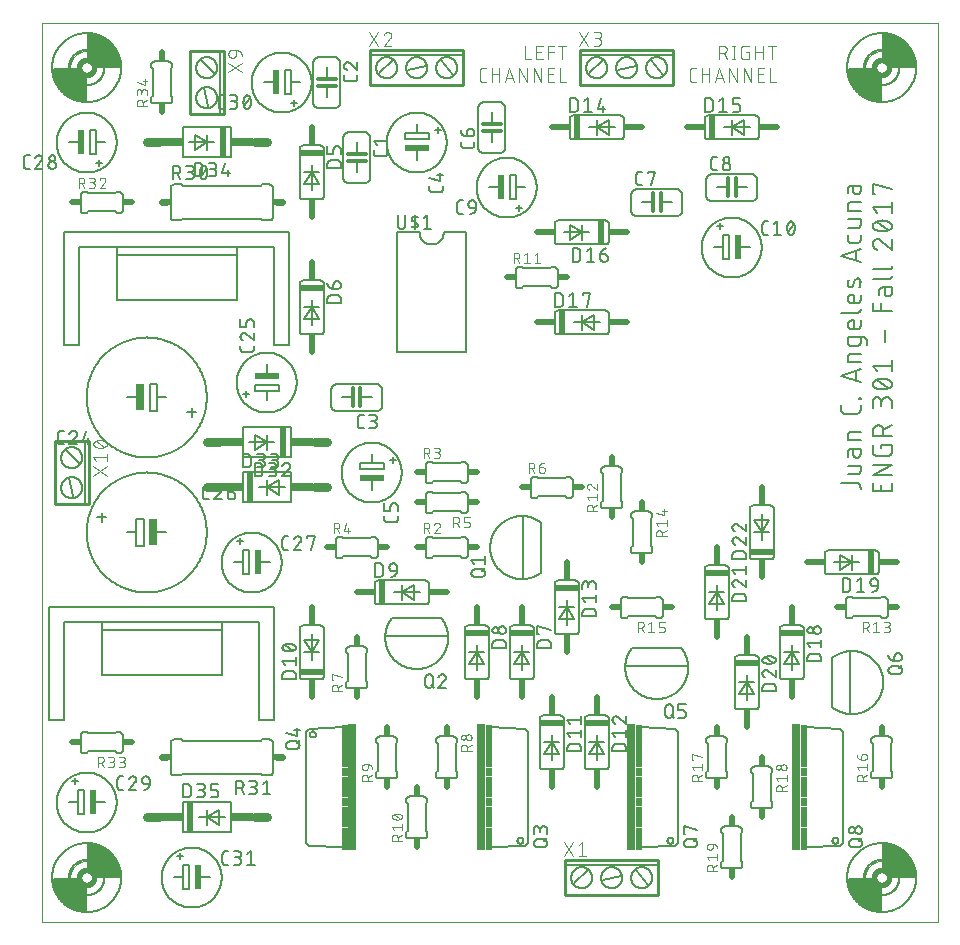
<source format=gto>
G75*
%MOIN*%
%OFA0B0*%
%FSLAX25Y25*%
%IPPOS*%
%LPD*%
%AMOC8*
5,1,8,0,0,1.08239X$1,22.5*
%
%ADD10C,0.00000*%
%ADD11C,0.00600*%
%ADD12C,0.00400*%
%ADD13C,0.01200*%
%ADD14C,0.00500*%
%ADD15R,0.02000X0.08000*%
%ADD16R,0.02500X0.09000*%
%ADD17R,0.08000X0.02000*%
%ADD18C,0.02000*%
%ADD19R,0.02000X0.02500*%
%ADD20R,0.02500X0.02000*%
%ADD21C,0.03000*%
%ADD22R,0.02000X0.10000*%
%ADD23R,0.07500X0.03000*%
%ADD24C,0.00800*%
%ADD25R,0.03000X0.42000*%
%ADD26R,0.02000X0.07500*%
%ADD27R,0.02000X0.03000*%
%ADD28R,0.02000X0.07000*%
%ADD29R,0.02000X0.01000*%
%ADD30R,0.01000X0.02000*%
%ADD31C,0.02400*%
%ADD32R,0.01200X0.02400*%
%ADD33C,0.01000*%
%ADD34C,0.00900*%
%ADD35C,0.01800*%
D10*
X0013527Y0001000D02*
X0013527Y0300961D01*
X0312227Y0300961D01*
X0312227Y0001000D01*
X0013527Y0001000D01*
X0023015Y0016000D02*
X0023017Y0016148D01*
X0023023Y0016296D01*
X0023033Y0016444D01*
X0023047Y0016591D01*
X0023065Y0016738D01*
X0023086Y0016884D01*
X0023112Y0017030D01*
X0023142Y0017175D01*
X0023175Y0017319D01*
X0023213Y0017462D01*
X0023254Y0017604D01*
X0023299Y0017745D01*
X0023347Y0017885D01*
X0023400Y0018024D01*
X0023456Y0018161D01*
X0023516Y0018296D01*
X0023579Y0018430D01*
X0023646Y0018562D01*
X0023717Y0018692D01*
X0023791Y0018820D01*
X0023868Y0018946D01*
X0023949Y0019070D01*
X0024033Y0019192D01*
X0024120Y0019311D01*
X0024211Y0019428D01*
X0024305Y0019543D01*
X0024401Y0019655D01*
X0024501Y0019765D01*
X0024603Y0019871D01*
X0024709Y0019975D01*
X0024817Y0020076D01*
X0024928Y0020174D01*
X0025041Y0020270D01*
X0025157Y0020362D01*
X0025275Y0020451D01*
X0025396Y0020536D01*
X0025519Y0020619D01*
X0025644Y0020698D01*
X0025771Y0020774D01*
X0025900Y0020846D01*
X0026031Y0020915D01*
X0026164Y0020980D01*
X0026299Y0021041D01*
X0026435Y0021099D01*
X0026572Y0021154D01*
X0026711Y0021204D01*
X0026852Y0021251D01*
X0026993Y0021294D01*
X0027136Y0021334D01*
X0027280Y0021369D01*
X0027424Y0021401D01*
X0027570Y0021428D01*
X0027716Y0021452D01*
X0027863Y0021472D01*
X0028010Y0021488D01*
X0028157Y0021500D01*
X0028305Y0021508D01*
X0028453Y0021512D01*
X0028601Y0021512D01*
X0028749Y0021508D01*
X0028897Y0021500D01*
X0029044Y0021488D01*
X0029191Y0021472D01*
X0029338Y0021452D01*
X0029484Y0021428D01*
X0029630Y0021401D01*
X0029774Y0021369D01*
X0029918Y0021334D01*
X0030061Y0021294D01*
X0030202Y0021251D01*
X0030343Y0021204D01*
X0030482Y0021154D01*
X0030619Y0021099D01*
X0030755Y0021041D01*
X0030890Y0020980D01*
X0031023Y0020915D01*
X0031154Y0020846D01*
X0031283Y0020774D01*
X0031410Y0020698D01*
X0031535Y0020619D01*
X0031658Y0020536D01*
X0031779Y0020451D01*
X0031897Y0020362D01*
X0032013Y0020270D01*
X0032126Y0020174D01*
X0032237Y0020076D01*
X0032345Y0019975D01*
X0032451Y0019871D01*
X0032553Y0019765D01*
X0032653Y0019655D01*
X0032749Y0019543D01*
X0032843Y0019428D01*
X0032934Y0019311D01*
X0033021Y0019192D01*
X0033105Y0019070D01*
X0033186Y0018946D01*
X0033263Y0018820D01*
X0033337Y0018692D01*
X0033408Y0018562D01*
X0033475Y0018430D01*
X0033538Y0018296D01*
X0033598Y0018161D01*
X0033654Y0018024D01*
X0033707Y0017885D01*
X0033755Y0017745D01*
X0033800Y0017604D01*
X0033841Y0017462D01*
X0033879Y0017319D01*
X0033912Y0017175D01*
X0033942Y0017030D01*
X0033968Y0016884D01*
X0033989Y0016738D01*
X0034007Y0016591D01*
X0034021Y0016444D01*
X0034031Y0016296D01*
X0034037Y0016148D01*
X0034039Y0016000D01*
X0034037Y0015852D01*
X0034031Y0015704D01*
X0034021Y0015556D01*
X0034007Y0015409D01*
X0033989Y0015262D01*
X0033968Y0015116D01*
X0033942Y0014970D01*
X0033912Y0014825D01*
X0033879Y0014681D01*
X0033841Y0014538D01*
X0033800Y0014396D01*
X0033755Y0014255D01*
X0033707Y0014115D01*
X0033654Y0013976D01*
X0033598Y0013839D01*
X0033538Y0013704D01*
X0033475Y0013570D01*
X0033408Y0013438D01*
X0033337Y0013308D01*
X0033263Y0013180D01*
X0033186Y0013054D01*
X0033105Y0012930D01*
X0033021Y0012808D01*
X0032934Y0012689D01*
X0032843Y0012572D01*
X0032749Y0012457D01*
X0032653Y0012345D01*
X0032553Y0012235D01*
X0032451Y0012129D01*
X0032345Y0012025D01*
X0032237Y0011924D01*
X0032126Y0011826D01*
X0032013Y0011730D01*
X0031897Y0011638D01*
X0031779Y0011549D01*
X0031658Y0011464D01*
X0031535Y0011381D01*
X0031410Y0011302D01*
X0031283Y0011226D01*
X0031154Y0011154D01*
X0031023Y0011085D01*
X0030890Y0011020D01*
X0030755Y0010959D01*
X0030619Y0010901D01*
X0030482Y0010846D01*
X0030343Y0010796D01*
X0030202Y0010749D01*
X0030061Y0010706D01*
X0029918Y0010666D01*
X0029774Y0010631D01*
X0029630Y0010599D01*
X0029484Y0010572D01*
X0029338Y0010548D01*
X0029191Y0010528D01*
X0029044Y0010512D01*
X0028897Y0010500D01*
X0028749Y0010492D01*
X0028601Y0010488D01*
X0028453Y0010488D01*
X0028305Y0010492D01*
X0028157Y0010500D01*
X0028010Y0010512D01*
X0027863Y0010528D01*
X0027716Y0010548D01*
X0027570Y0010572D01*
X0027424Y0010599D01*
X0027280Y0010631D01*
X0027136Y0010666D01*
X0026993Y0010706D01*
X0026852Y0010749D01*
X0026711Y0010796D01*
X0026572Y0010846D01*
X0026435Y0010901D01*
X0026299Y0010959D01*
X0026164Y0011020D01*
X0026031Y0011085D01*
X0025900Y0011154D01*
X0025771Y0011226D01*
X0025644Y0011302D01*
X0025519Y0011381D01*
X0025396Y0011464D01*
X0025275Y0011549D01*
X0025157Y0011638D01*
X0025041Y0011730D01*
X0024928Y0011826D01*
X0024817Y0011924D01*
X0024709Y0012025D01*
X0024603Y0012129D01*
X0024501Y0012235D01*
X0024401Y0012345D01*
X0024305Y0012457D01*
X0024211Y0012572D01*
X0024120Y0012689D01*
X0024033Y0012808D01*
X0023949Y0012930D01*
X0023868Y0013054D01*
X0023791Y0013180D01*
X0023717Y0013308D01*
X0023646Y0013438D01*
X0023579Y0013570D01*
X0023516Y0013704D01*
X0023456Y0013839D01*
X0023400Y0013976D01*
X0023347Y0014115D01*
X0023299Y0014255D01*
X0023254Y0014396D01*
X0023213Y0014538D01*
X0023175Y0014681D01*
X0023142Y0014825D01*
X0023112Y0014970D01*
X0023086Y0015116D01*
X0023065Y0015262D01*
X0023047Y0015409D01*
X0023033Y0015556D01*
X0023023Y0015704D01*
X0023017Y0015852D01*
X0023015Y0016000D01*
X0288015Y0016000D02*
X0288017Y0016148D01*
X0288023Y0016296D01*
X0288033Y0016444D01*
X0288047Y0016591D01*
X0288065Y0016738D01*
X0288086Y0016884D01*
X0288112Y0017030D01*
X0288142Y0017175D01*
X0288175Y0017319D01*
X0288213Y0017462D01*
X0288254Y0017604D01*
X0288299Y0017745D01*
X0288347Y0017885D01*
X0288400Y0018024D01*
X0288456Y0018161D01*
X0288516Y0018296D01*
X0288579Y0018430D01*
X0288646Y0018562D01*
X0288717Y0018692D01*
X0288791Y0018820D01*
X0288868Y0018946D01*
X0288949Y0019070D01*
X0289033Y0019192D01*
X0289120Y0019311D01*
X0289211Y0019428D01*
X0289305Y0019543D01*
X0289401Y0019655D01*
X0289501Y0019765D01*
X0289603Y0019871D01*
X0289709Y0019975D01*
X0289817Y0020076D01*
X0289928Y0020174D01*
X0290041Y0020270D01*
X0290157Y0020362D01*
X0290275Y0020451D01*
X0290396Y0020536D01*
X0290519Y0020619D01*
X0290644Y0020698D01*
X0290771Y0020774D01*
X0290900Y0020846D01*
X0291031Y0020915D01*
X0291164Y0020980D01*
X0291299Y0021041D01*
X0291435Y0021099D01*
X0291572Y0021154D01*
X0291711Y0021204D01*
X0291852Y0021251D01*
X0291993Y0021294D01*
X0292136Y0021334D01*
X0292280Y0021369D01*
X0292424Y0021401D01*
X0292570Y0021428D01*
X0292716Y0021452D01*
X0292863Y0021472D01*
X0293010Y0021488D01*
X0293157Y0021500D01*
X0293305Y0021508D01*
X0293453Y0021512D01*
X0293601Y0021512D01*
X0293749Y0021508D01*
X0293897Y0021500D01*
X0294044Y0021488D01*
X0294191Y0021472D01*
X0294338Y0021452D01*
X0294484Y0021428D01*
X0294630Y0021401D01*
X0294774Y0021369D01*
X0294918Y0021334D01*
X0295061Y0021294D01*
X0295202Y0021251D01*
X0295343Y0021204D01*
X0295482Y0021154D01*
X0295619Y0021099D01*
X0295755Y0021041D01*
X0295890Y0020980D01*
X0296023Y0020915D01*
X0296154Y0020846D01*
X0296283Y0020774D01*
X0296410Y0020698D01*
X0296535Y0020619D01*
X0296658Y0020536D01*
X0296779Y0020451D01*
X0296897Y0020362D01*
X0297013Y0020270D01*
X0297126Y0020174D01*
X0297237Y0020076D01*
X0297345Y0019975D01*
X0297451Y0019871D01*
X0297553Y0019765D01*
X0297653Y0019655D01*
X0297749Y0019543D01*
X0297843Y0019428D01*
X0297934Y0019311D01*
X0298021Y0019192D01*
X0298105Y0019070D01*
X0298186Y0018946D01*
X0298263Y0018820D01*
X0298337Y0018692D01*
X0298408Y0018562D01*
X0298475Y0018430D01*
X0298538Y0018296D01*
X0298598Y0018161D01*
X0298654Y0018024D01*
X0298707Y0017885D01*
X0298755Y0017745D01*
X0298800Y0017604D01*
X0298841Y0017462D01*
X0298879Y0017319D01*
X0298912Y0017175D01*
X0298942Y0017030D01*
X0298968Y0016884D01*
X0298989Y0016738D01*
X0299007Y0016591D01*
X0299021Y0016444D01*
X0299031Y0016296D01*
X0299037Y0016148D01*
X0299039Y0016000D01*
X0299037Y0015852D01*
X0299031Y0015704D01*
X0299021Y0015556D01*
X0299007Y0015409D01*
X0298989Y0015262D01*
X0298968Y0015116D01*
X0298942Y0014970D01*
X0298912Y0014825D01*
X0298879Y0014681D01*
X0298841Y0014538D01*
X0298800Y0014396D01*
X0298755Y0014255D01*
X0298707Y0014115D01*
X0298654Y0013976D01*
X0298598Y0013839D01*
X0298538Y0013704D01*
X0298475Y0013570D01*
X0298408Y0013438D01*
X0298337Y0013308D01*
X0298263Y0013180D01*
X0298186Y0013054D01*
X0298105Y0012930D01*
X0298021Y0012808D01*
X0297934Y0012689D01*
X0297843Y0012572D01*
X0297749Y0012457D01*
X0297653Y0012345D01*
X0297553Y0012235D01*
X0297451Y0012129D01*
X0297345Y0012025D01*
X0297237Y0011924D01*
X0297126Y0011826D01*
X0297013Y0011730D01*
X0296897Y0011638D01*
X0296779Y0011549D01*
X0296658Y0011464D01*
X0296535Y0011381D01*
X0296410Y0011302D01*
X0296283Y0011226D01*
X0296154Y0011154D01*
X0296023Y0011085D01*
X0295890Y0011020D01*
X0295755Y0010959D01*
X0295619Y0010901D01*
X0295482Y0010846D01*
X0295343Y0010796D01*
X0295202Y0010749D01*
X0295061Y0010706D01*
X0294918Y0010666D01*
X0294774Y0010631D01*
X0294630Y0010599D01*
X0294484Y0010572D01*
X0294338Y0010548D01*
X0294191Y0010528D01*
X0294044Y0010512D01*
X0293897Y0010500D01*
X0293749Y0010492D01*
X0293601Y0010488D01*
X0293453Y0010488D01*
X0293305Y0010492D01*
X0293157Y0010500D01*
X0293010Y0010512D01*
X0292863Y0010528D01*
X0292716Y0010548D01*
X0292570Y0010572D01*
X0292424Y0010599D01*
X0292280Y0010631D01*
X0292136Y0010666D01*
X0291993Y0010706D01*
X0291852Y0010749D01*
X0291711Y0010796D01*
X0291572Y0010846D01*
X0291435Y0010901D01*
X0291299Y0010959D01*
X0291164Y0011020D01*
X0291031Y0011085D01*
X0290900Y0011154D01*
X0290771Y0011226D01*
X0290644Y0011302D01*
X0290519Y0011381D01*
X0290396Y0011464D01*
X0290275Y0011549D01*
X0290157Y0011638D01*
X0290041Y0011730D01*
X0289928Y0011826D01*
X0289817Y0011924D01*
X0289709Y0012025D01*
X0289603Y0012129D01*
X0289501Y0012235D01*
X0289401Y0012345D01*
X0289305Y0012457D01*
X0289211Y0012572D01*
X0289120Y0012689D01*
X0289033Y0012808D01*
X0288949Y0012930D01*
X0288868Y0013054D01*
X0288791Y0013180D01*
X0288717Y0013308D01*
X0288646Y0013438D01*
X0288579Y0013570D01*
X0288516Y0013704D01*
X0288456Y0013839D01*
X0288400Y0013976D01*
X0288347Y0014115D01*
X0288299Y0014255D01*
X0288254Y0014396D01*
X0288213Y0014538D01*
X0288175Y0014681D01*
X0288142Y0014825D01*
X0288112Y0014970D01*
X0288086Y0015116D01*
X0288065Y0015262D01*
X0288047Y0015409D01*
X0288033Y0015556D01*
X0288023Y0015704D01*
X0288017Y0015852D01*
X0288015Y0016000D01*
X0288015Y0286000D02*
X0288017Y0286148D01*
X0288023Y0286296D01*
X0288033Y0286444D01*
X0288047Y0286591D01*
X0288065Y0286738D01*
X0288086Y0286884D01*
X0288112Y0287030D01*
X0288142Y0287175D01*
X0288175Y0287319D01*
X0288213Y0287462D01*
X0288254Y0287604D01*
X0288299Y0287745D01*
X0288347Y0287885D01*
X0288400Y0288024D01*
X0288456Y0288161D01*
X0288516Y0288296D01*
X0288579Y0288430D01*
X0288646Y0288562D01*
X0288717Y0288692D01*
X0288791Y0288820D01*
X0288868Y0288946D01*
X0288949Y0289070D01*
X0289033Y0289192D01*
X0289120Y0289311D01*
X0289211Y0289428D01*
X0289305Y0289543D01*
X0289401Y0289655D01*
X0289501Y0289765D01*
X0289603Y0289871D01*
X0289709Y0289975D01*
X0289817Y0290076D01*
X0289928Y0290174D01*
X0290041Y0290270D01*
X0290157Y0290362D01*
X0290275Y0290451D01*
X0290396Y0290536D01*
X0290519Y0290619D01*
X0290644Y0290698D01*
X0290771Y0290774D01*
X0290900Y0290846D01*
X0291031Y0290915D01*
X0291164Y0290980D01*
X0291299Y0291041D01*
X0291435Y0291099D01*
X0291572Y0291154D01*
X0291711Y0291204D01*
X0291852Y0291251D01*
X0291993Y0291294D01*
X0292136Y0291334D01*
X0292280Y0291369D01*
X0292424Y0291401D01*
X0292570Y0291428D01*
X0292716Y0291452D01*
X0292863Y0291472D01*
X0293010Y0291488D01*
X0293157Y0291500D01*
X0293305Y0291508D01*
X0293453Y0291512D01*
X0293601Y0291512D01*
X0293749Y0291508D01*
X0293897Y0291500D01*
X0294044Y0291488D01*
X0294191Y0291472D01*
X0294338Y0291452D01*
X0294484Y0291428D01*
X0294630Y0291401D01*
X0294774Y0291369D01*
X0294918Y0291334D01*
X0295061Y0291294D01*
X0295202Y0291251D01*
X0295343Y0291204D01*
X0295482Y0291154D01*
X0295619Y0291099D01*
X0295755Y0291041D01*
X0295890Y0290980D01*
X0296023Y0290915D01*
X0296154Y0290846D01*
X0296283Y0290774D01*
X0296410Y0290698D01*
X0296535Y0290619D01*
X0296658Y0290536D01*
X0296779Y0290451D01*
X0296897Y0290362D01*
X0297013Y0290270D01*
X0297126Y0290174D01*
X0297237Y0290076D01*
X0297345Y0289975D01*
X0297451Y0289871D01*
X0297553Y0289765D01*
X0297653Y0289655D01*
X0297749Y0289543D01*
X0297843Y0289428D01*
X0297934Y0289311D01*
X0298021Y0289192D01*
X0298105Y0289070D01*
X0298186Y0288946D01*
X0298263Y0288820D01*
X0298337Y0288692D01*
X0298408Y0288562D01*
X0298475Y0288430D01*
X0298538Y0288296D01*
X0298598Y0288161D01*
X0298654Y0288024D01*
X0298707Y0287885D01*
X0298755Y0287745D01*
X0298800Y0287604D01*
X0298841Y0287462D01*
X0298879Y0287319D01*
X0298912Y0287175D01*
X0298942Y0287030D01*
X0298968Y0286884D01*
X0298989Y0286738D01*
X0299007Y0286591D01*
X0299021Y0286444D01*
X0299031Y0286296D01*
X0299037Y0286148D01*
X0299039Y0286000D01*
X0299037Y0285852D01*
X0299031Y0285704D01*
X0299021Y0285556D01*
X0299007Y0285409D01*
X0298989Y0285262D01*
X0298968Y0285116D01*
X0298942Y0284970D01*
X0298912Y0284825D01*
X0298879Y0284681D01*
X0298841Y0284538D01*
X0298800Y0284396D01*
X0298755Y0284255D01*
X0298707Y0284115D01*
X0298654Y0283976D01*
X0298598Y0283839D01*
X0298538Y0283704D01*
X0298475Y0283570D01*
X0298408Y0283438D01*
X0298337Y0283308D01*
X0298263Y0283180D01*
X0298186Y0283054D01*
X0298105Y0282930D01*
X0298021Y0282808D01*
X0297934Y0282689D01*
X0297843Y0282572D01*
X0297749Y0282457D01*
X0297653Y0282345D01*
X0297553Y0282235D01*
X0297451Y0282129D01*
X0297345Y0282025D01*
X0297237Y0281924D01*
X0297126Y0281826D01*
X0297013Y0281730D01*
X0296897Y0281638D01*
X0296779Y0281549D01*
X0296658Y0281464D01*
X0296535Y0281381D01*
X0296410Y0281302D01*
X0296283Y0281226D01*
X0296154Y0281154D01*
X0296023Y0281085D01*
X0295890Y0281020D01*
X0295755Y0280959D01*
X0295619Y0280901D01*
X0295482Y0280846D01*
X0295343Y0280796D01*
X0295202Y0280749D01*
X0295061Y0280706D01*
X0294918Y0280666D01*
X0294774Y0280631D01*
X0294630Y0280599D01*
X0294484Y0280572D01*
X0294338Y0280548D01*
X0294191Y0280528D01*
X0294044Y0280512D01*
X0293897Y0280500D01*
X0293749Y0280492D01*
X0293601Y0280488D01*
X0293453Y0280488D01*
X0293305Y0280492D01*
X0293157Y0280500D01*
X0293010Y0280512D01*
X0292863Y0280528D01*
X0292716Y0280548D01*
X0292570Y0280572D01*
X0292424Y0280599D01*
X0292280Y0280631D01*
X0292136Y0280666D01*
X0291993Y0280706D01*
X0291852Y0280749D01*
X0291711Y0280796D01*
X0291572Y0280846D01*
X0291435Y0280901D01*
X0291299Y0280959D01*
X0291164Y0281020D01*
X0291031Y0281085D01*
X0290900Y0281154D01*
X0290771Y0281226D01*
X0290644Y0281302D01*
X0290519Y0281381D01*
X0290396Y0281464D01*
X0290275Y0281549D01*
X0290157Y0281638D01*
X0290041Y0281730D01*
X0289928Y0281826D01*
X0289817Y0281924D01*
X0289709Y0282025D01*
X0289603Y0282129D01*
X0289501Y0282235D01*
X0289401Y0282345D01*
X0289305Y0282457D01*
X0289211Y0282572D01*
X0289120Y0282689D01*
X0289033Y0282808D01*
X0288949Y0282930D01*
X0288868Y0283054D01*
X0288791Y0283180D01*
X0288717Y0283308D01*
X0288646Y0283438D01*
X0288579Y0283570D01*
X0288516Y0283704D01*
X0288456Y0283839D01*
X0288400Y0283976D01*
X0288347Y0284115D01*
X0288299Y0284255D01*
X0288254Y0284396D01*
X0288213Y0284538D01*
X0288175Y0284681D01*
X0288142Y0284825D01*
X0288112Y0284970D01*
X0288086Y0285116D01*
X0288065Y0285262D01*
X0288047Y0285409D01*
X0288033Y0285556D01*
X0288023Y0285704D01*
X0288017Y0285852D01*
X0288015Y0286000D01*
X0023015Y0286000D02*
X0023017Y0286148D01*
X0023023Y0286296D01*
X0023033Y0286444D01*
X0023047Y0286591D01*
X0023065Y0286738D01*
X0023086Y0286884D01*
X0023112Y0287030D01*
X0023142Y0287175D01*
X0023175Y0287319D01*
X0023213Y0287462D01*
X0023254Y0287604D01*
X0023299Y0287745D01*
X0023347Y0287885D01*
X0023400Y0288024D01*
X0023456Y0288161D01*
X0023516Y0288296D01*
X0023579Y0288430D01*
X0023646Y0288562D01*
X0023717Y0288692D01*
X0023791Y0288820D01*
X0023868Y0288946D01*
X0023949Y0289070D01*
X0024033Y0289192D01*
X0024120Y0289311D01*
X0024211Y0289428D01*
X0024305Y0289543D01*
X0024401Y0289655D01*
X0024501Y0289765D01*
X0024603Y0289871D01*
X0024709Y0289975D01*
X0024817Y0290076D01*
X0024928Y0290174D01*
X0025041Y0290270D01*
X0025157Y0290362D01*
X0025275Y0290451D01*
X0025396Y0290536D01*
X0025519Y0290619D01*
X0025644Y0290698D01*
X0025771Y0290774D01*
X0025900Y0290846D01*
X0026031Y0290915D01*
X0026164Y0290980D01*
X0026299Y0291041D01*
X0026435Y0291099D01*
X0026572Y0291154D01*
X0026711Y0291204D01*
X0026852Y0291251D01*
X0026993Y0291294D01*
X0027136Y0291334D01*
X0027280Y0291369D01*
X0027424Y0291401D01*
X0027570Y0291428D01*
X0027716Y0291452D01*
X0027863Y0291472D01*
X0028010Y0291488D01*
X0028157Y0291500D01*
X0028305Y0291508D01*
X0028453Y0291512D01*
X0028601Y0291512D01*
X0028749Y0291508D01*
X0028897Y0291500D01*
X0029044Y0291488D01*
X0029191Y0291472D01*
X0029338Y0291452D01*
X0029484Y0291428D01*
X0029630Y0291401D01*
X0029774Y0291369D01*
X0029918Y0291334D01*
X0030061Y0291294D01*
X0030202Y0291251D01*
X0030343Y0291204D01*
X0030482Y0291154D01*
X0030619Y0291099D01*
X0030755Y0291041D01*
X0030890Y0290980D01*
X0031023Y0290915D01*
X0031154Y0290846D01*
X0031283Y0290774D01*
X0031410Y0290698D01*
X0031535Y0290619D01*
X0031658Y0290536D01*
X0031779Y0290451D01*
X0031897Y0290362D01*
X0032013Y0290270D01*
X0032126Y0290174D01*
X0032237Y0290076D01*
X0032345Y0289975D01*
X0032451Y0289871D01*
X0032553Y0289765D01*
X0032653Y0289655D01*
X0032749Y0289543D01*
X0032843Y0289428D01*
X0032934Y0289311D01*
X0033021Y0289192D01*
X0033105Y0289070D01*
X0033186Y0288946D01*
X0033263Y0288820D01*
X0033337Y0288692D01*
X0033408Y0288562D01*
X0033475Y0288430D01*
X0033538Y0288296D01*
X0033598Y0288161D01*
X0033654Y0288024D01*
X0033707Y0287885D01*
X0033755Y0287745D01*
X0033800Y0287604D01*
X0033841Y0287462D01*
X0033879Y0287319D01*
X0033912Y0287175D01*
X0033942Y0287030D01*
X0033968Y0286884D01*
X0033989Y0286738D01*
X0034007Y0286591D01*
X0034021Y0286444D01*
X0034031Y0286296D01*
X0034037Y0286148D01*
X0034039Y0286000D01*
X0034037Y0285852D01*
X0034031Y0285704D01*
X0034021Y0285556D01*
X0034007Y0285409D01*
X0033989Y0285262D01*
X0033968Y0285116D01*
X0033942Y0284970D01*
X0033912Y0284825D01*
X0033879Y0284681D01*
X0033841Y0284538D01*
X0033800Y0284396D01*
X0033755Y0284255D01*
X0033707Y0284115D01*
X0033654Y0283976D01*
X0033598Y0283839D01*
X0033538Y0283704D01*
X0033475Y0283570D01*
X0033408Y0283438D01*
X0033337Y0283308D01*
X0033263Y0283180D01*
X0033186Y0283054D01*
X0033105Y0282930D01*
X0033021Y0282808D01*
X0032934Y0282689D01*
X0032843Y0282572D01*
X0032749Y0282457D01*
X0032653Y0282345D01*
X0032553Y0282235D01*
X0032451Y0282129D01*
X0032345Y0282025D01*
X0032237Y0281924D01*
X0032126Y0281826D01*
X0032013Y0281730D01*
X0031897Y0281638D01*
X0031779Y0281549D01*
X0031658Y0281464D01*
X0031535Y0281381D01*
X0031410Y0281302D01*
X0031283Y0281226D01*
X0031154Y0281154D01*
X0031023Y0281085D01*
X0030890Y0281020D01*
X0030755Y0280959D01*
X0030619Y0280901D01*
X0030482Y0280846D01*
X0030343Y0280796D01*
X0030202Y0280749D01*
X0030061Y0280706D01*
X0029918Y0280666D01*
X0029774Y0280631D01*
X0029630Y0280599D01*
X0029484Y0280572D01*
X0029338Y0280548D01*
X0029191Y0280528D01*
X0029044Y0280512D01*
X0028897Y0280500D01*
X0028749Y0280492D01*
X0028601Y0280488D01*
X0028453Y0280488D01*
X0028305Y0280492D01*
X0028157Y0280500D01*
X0028010Y0280512D01*
X0027863Y0280528D01*
X0027716Y0280548D01*
X0027570Y0280572D01*
X0027424Y0280599D01*
X0027280Y0280631D01*
X0027136Y0280666D01*
X0026993Y0280706D01*
X0026852Y0280749D01*
X0026711Y0280796D01*
X0026572Y0280846D01*
X0026435Y0280901D01*
X0026299Y0280959D01*
X0026164Y0281020D01*
X0026031Y0281085D01*
X0025900Y0281154D01*
X0025771Y0281226D01*
X0025644Y0281302D01*
X0025519Y0281381D01*
X0025396Y0281464D01*
X0025275Y0281549D01*
X0025157Y0281638D01*
X0025041Y0281730D01*
X0024928Y0281826D01*
X0024817Y0281924D01*
X0024709Y0282025D01*
X0024603Y0282129D01*
X0024501Y0282235D01*
X0024401Y0282345D01*
X0024305Y0282457D01*
X0024211Y0282572D01*
X0024120Y0282689D01*
X0024033Y0282808D01*
X0023949Y0282930D01*
X0023868Y0283054D01*
X0023791Y0283180D01*
X0023717Y0283308D01*
X0023646Y0283438D01*
X0023579Y0283570D01*
X0023516Y0283704D01*
X0023456Y0283839D01*
X0023400Y0283976D01*
X0023347Y0284115D01*
X0023299Y0284255D01*
X0023254Y0284396D01*
X0023213Y0284538D01*
X0023175Y0284681D01*
X0023142Y0284825D01*
X0023112Y0284970D01*
X0023086Y0285116D01*
X0023065Y0285262D01*
X0023047Y0285409D01*
X0023033Y0285556D01*
X0023023Y0285704D01*
X0023017Y0285852D01*
X0023015Y0286000D01*
D11*
X0017027Y0286000D02*
X0017030Y0286282D01*
X0017041Y0286564D01*
X0017058Y0286846D01*
X0017082Y0287127D01*
X0017113Y0287408D01*
X0017151Y0287687D01*
X0017196Y0287966D01*
X0017248Y0288244D01*
X0017306Y0288520D01*
X0017372Y0288794D01*
X0017444Y0289067D01*
X0017522Y0289338D01*
X0017607Y0289607D01*
X0017699Y0289874D01*
X0017798Y0290139D01*
X0017902Y0290401D01*
X0018014Y0290660D01*
X0018131Y0290917D01*
X0018255Y0291171D01*
X0018385Y0291421D01*
X0018521Y0291668D01*
X0018663Y0291912D01*
X0018811Y0292152D01*
X0018965Y0292389D01*
X0019125Y0292622D01*
X0019290Y0292851D01*
X0019461Y0293075D01*
X0019637Y0293296D01*
X0019819Y0293511D01*
X0020006Y0293723D01*
X0020198Y0293930D01*
X0020395Y0294132D01*
X0020597Y0294329D01*
X0020804Y0294521D01*
X0021016Y0294708D01*
X0021231Y0294890D01*
X0021452Y0295066D01*
X0021676Y0295237D01*
X0021905Y0295402D01*
X0022138Y0295562D01*
X0022375Y0295716D01*
X0022615Y0295864D01*
X0022859Y0296006D01*
X0023106Y0296142D01*
X0023356Y0296272D01*
X0023610Y0296396D01*
X0023867Y0296513D01*
X0024126Y0296625D01*
X0024388Y0296729D01*
X0024653Y0296828D01*
X0024920Y0296920D01*
X0025189Y0297005D01*
X0025460Y0297083D01*
X0025733Y0297155D01*
X0026007Y0297221D01*
X0026283Y0297279D01*
X0026561Y0297331D01*
X0026840Y0297376D01*
X0027119Y0297414D01*
X0027400Y0297445D01*
X0027681Y0297469D01*
X0027963Y0297486D01*
X0028245Y0297497D01*
X0028527Y0297500D01*
X0028809Y0297497D01*
X0029091Y0297486D01*
X0029373Y0297469D01*
X0029654Y0297445D01*
X0029935Y0297414D01*
X0030214Y0297376D01*
X0030493Y0297331D01*
X0030771Y0297279D01*
X0031047Y0297221D01*
X0031321Y0297155D01*
X0031594Y0297083D01*
X0031865Y0297005D01*
X0032134Y0296920D01*
X0032401Y0296828D01*
X0032666Y0296729D01*
X0032928Y0296625D01*
X0033187Y0296513D01*
X0033444Y0296396D01*
X0033698Y0296272D01*
X0033948Y0296142D01*
X0034195Y0296006D01*
X0034439Y0295864D01*
X0034679Y0295716D01*
X0034916Y0295562D01*
X0035149Y0295402D01*
X0035378Y0295237D01*
X0035602Y0295066D01*
X0035823Y0294890D01*
X0036038Y0294708D01*
X0036250Y0294521D01*
X0036457Y0294329D01*
X0036659Y0294132D01*
X0036856Y0293930D01*
X0037048Y0293723D01*
X0037235Y0293511D01*
X0037417Y0293296D01*
X0037593Y0293075D01*
X0037764Y0292851D01*
X0037929Y0292622D01*
X0038089Y0292389D01*
X0038243Y0292152D01*
X0038391Y0291912D01*
X0038533Y0291668D01*
X0038669Y0291421D01*
X0038799Y0291171D01*
X0038923Y0290917D01*
X0039040Y0290660D01*
X0039152Y0290401D01*
X0039256Y0290139D01*
X0039355Y0289874D01*
X0039447Y0289607D01*
X0039532Y0289338D01*
X0039610Y0289067D01*
X0039682Y0288794D01*
X0039748Y0288520D01*
X0039806Y0288244D01*
X0039858Y0287966D01*
X0039903Y0287687D01*
X0039941Y0287408D01*
X0039972Y0287127D01*
X0039996Y0286846D01*
X0040013Y0286564D01*
X0040024Y0286282D01*
X0040027Y0286000D01*
X0040024Y0285718D01*
X0040013Y0285436D01*
X0039996Y0285154D01*
X0039972Y0284873D01*
X0039941Y0284592D01*
X0039903Y0284313D01*
X0039858Y0284034D01*
X0039806Y0283756D01*
X0039748Y0283480D01*
X0039682Y0283206D01*
X0039610Y0282933D01*
X0039532Y0282662D01*
X0039447Y0282393D01*
X0039355Y0282126D01*
X0039256Y0281861D01*
X0039152Y0281599D01*
X0039040Y0281340D01*
X0038923Y0281083D01*
X0038799Y0280829D01*
X0038669Y0280579D01*
X0038533Y0280332D01*
X0038391Y0280088D01*
X0038243Y0279848D01*
X0038089Y0279611D01*
X0037929Y0279378D01*
X0037764Y0279149D01*
X0037593Y0278925D01*
X0037417Y0278704D01*
X0037235Y0278489D01*
X0037048Y0278277D01*
X0036856Y0278070D01*
X0036659Y0277868D01*
X0036457Y0277671D01*
X0036250Y0277479D01*
X0036038Y0277292D01*
X0035823Y0277110D01*
X0035602Y0276934D01*
X0035378Y0276763D01*
X0035149Y0276598D01*
X0034916Y0276438D01*
X0034679Y0276284D01*
X0034439Y0276136D01*
X0034195Y0275994D01*
X0033948Y0275858D01*
X0033698Y0275728D01*
X0033444Y0275604D01*
X0033187Y0275487D01*
X0032928Y0275375D01*
X0032666Y0275271D01*
X0032401Y0275172D01*
X0032134Y0275080D01*
X0031865Y0274995D01*
X0031594Y0274917D01*
X0031321Y0274845D01*
X0031047Y0274779D01*
X0030771Y0274721D01*
X0030493Y0274669D01*
X0030214Y0274624D01*
X0029935Y0274586D01*
X0029654Y0274555D01*
X0029373Y0274531D01*
X0029091Y0274514D01*
X0028809Y0274503D01*
X0028527Y0274500D01*
X0028245Y0274503D01*
X0027963Y0274514D01*
X0027681Y0274531D01*
X0027400Y0274555D01*
X0027119Y0274586D01*
X0026840Y0274624D01*
X0026561Y0274669D01*
X0026283Y0274721D01*
X0026007Y0274779D01*
X0025733Y0274845D01*
X0025460Y0274917D01*
X0025189Y0274995D01*
X0024920Y0275080D01*
X0024653Y0275172D01*
X0024388Y0275271D01*
X0024126Y0275375D01*
X0023867Y0275487D01*
X0023610Y0275604D01*
X0023356Y0275728D01*
X0023106Y0275858D01*
X0022859Y0275994D01*
X0022615Y0276136D01*
X0022375Y0276284D01*
X0022138Y0276438D01*
X0021905Y0276598D01*
X0021676Y0276763D01*
X0021452Y0276934D01*
X0021231Y0277110D01*
X0021016Y0277292D01*
X0020804Y0277479D01*
X0020597Y0277671D01*
X0020395Y0277868D01*
X0020198Y0278070D01*
X0020006Y0278277D01*
X0019819Y0278489D01*
X0019637Y0278704D01*
X0019461Y0278925D01*
X0019290Y0279149D01*
X0019125Y0279378D01*
X0018965Y0279611D01*
X0018811Y0279848D01*
X0018663Y0280088D01*
X0018521Y0280332D01*
X0018385Y0280579D01*
X0018255Y0280829D01*
X0018131Y0281083D01*
X0018014Y0281340D01*
X0017902Y0281599D01*
X0017798Y0281861D01*
X0017699Y0282126D01*
X0017607Y0282393D01*
X0017522Y0282662D01*
X0017444Y0282933D01*
X0017372Y0283206D01*
X0017306Y0283480D01*
X0017248Y0283756D01*
X0017196Y0284034D01*
X0017151Y0284313D01*
X0017113Y0284592D01*
X0017082Y0284873D01*
X0017058Y0285154D01*
X0017041Y0285436D01*
X0017030Y0285718D01*
X0017027Y0286000D01*
X0029527Y0265000D02*
X0029527Y0257000D01*
X0031527Y0257000D01*
X0031527Y0261000D01*
X0031527Y0265000D01*
X0029527Y0265000D01*
X0018527Y0261000D02*
X0018530Y0261245D01*
X0018539Y0261491D01*
X0018554Y0261736D01*
X0018575Y0261980D01*
X0018602Y0262224D01*
X0018635Y0262467D01*
X0018674Y0262710D01*
X0018719Y0262951D01*
X0018770Y0263191D01*
X0018827Y0263430D01*
X0018889Y0263667D01*
X0018958Y0263903D01*
X0019032Y0264137D01*
X0019112Y0264369D01*
X0019197Y0264599D01*
X0019288Y0264827D01*
X0019385Y0265052D01*
X0019487Y0265276D01*
X0019595Y0265496D01*
X0019708Y0265714D01*
X0019826Y0265929D01*
X0019950Y0266141D01*
X0020078Y0266350D01*
X0020212Y0266556D01*
X0020351Y0266758D01*
X0020495Y0266957D01*
X0020644Y0267152D01*
X0020797Y0267344D01*
X0020955Y0267532D01*
X0021117Y0267716D01*
X0021285Y0267895D01*
X0021456Y0268071D01*
X0021632Y0268242D01*
X0021811Y0268410D01*
X0021995Y0268572D01*
X0022183Y0268730D01*
X0022375Y0268883D01*
X0022570Y0269032D01*
X0022769Y0269176D01*
X0022971Y0269315D01*
X0023177Y0269449D01*
X0023386Y0269577D01*
X0023598Y0269701D01*
X0023813Y0269819D01*
X0024031Y0269932D01*
X0024251Y0270040D01*
X0024475Y0270142D01*
X0024700Y0270239D01*
X0024928Y0270330D01*
X0025158Y0270415D01*
X0025390Y0270495D01*
X0025624Y0270569D01*
X0025860Y0270638D01*
X0026097Y0270700D01*
X0026336Y0270757D01*
X0026576Y0270808D01*
X0026817Y0270853D01*
X0027060Y0270892D01*
X0027303Y0270925D01*
X0027547Y0270952D01*
X0027791Y0270973D01*
X0028036Y0270988D01*
X0028282Y0270997D01*
X0028527Y0271000D01*
X0028772Y0270997D01*
X0029018Y0270988D01*
X0029263Y0270973D01*
X0029507Y0270952D01*
X0029751Y0270925D01*
X0029994Y0270892D01*
X0030237Y0270853D01*
X0030478Y0270808D01*
X0030718Y0270757D01*
X0030957Y0270700D01*
X0031194Y0270638D01*
X0031430Y0270569D01*
X0031664Y0270495D01*
X0031896Y0270415D01*
X0032126Y0270330D01*
X0032354Y0270239D01*
X0032579Y0270142D01*
X0032803Y0270040D01*
X0033023Y0269932D01*
X0033241Y0269819D01*
X0033456Y0269701D01*
X0033668Y0269577D01*
X0033877Y0269449D01*
X0034083Y0269315D01*
X0034285Y0269176D01*
X0034484Y0269032D01*
X0034679Y0268883D01*
X0034871Y0268730D01*
X0035059Y0268572D01*
X0035243Y0268410D01*
X0035422Y0268242D01*
X0035598Y0268071D01*
X0035769Y0267895D01*
X0035937Y0267716D01*
X0036099Y0267532D01*
X0036257Y0267344D01*
X0036410Y0267152D01*
X0036559Y0266957D01*
X0036703Y0266758D01*
X0036842Y0266556D01*
X0036976Y0266350D01*
X0037104Y0266141D01*
X0037228Y0265929D01*
X0037346Y0265714D01*
X0037459Y0265496D01*
X0037567Y0265276D01*
X0037669Y0265052D01*
X0037766Y0264827D01*
X0037857Y0264599D01*
X0037942Y0264369D01*
X0038022Y0264137D01*
X0038096Y0263903D01*
X0038165Y0263667D01*
X0038227Y0263430D01*
X0038284Y0263191D01*
X0038335Y0262951D01*
X0038380Y0262710D01*
X0038419Y0262467D01*
X0038452Y0262224D01*
X0038479Y0261980D01*
X0038500Y0261736D01*
X0038515Y0261491D01*
X0038524Y0261245D01*
X0038527Y0261000D01*
X0038524Y0260755D01*
X0038515Y0260509D01*
X0038500Y0260264D01*
X0038479Y0260020D01*
X0038452Y0259776D01*
X0038419Y0259533D01*
X0038380Y0259290D01*
X0038335Y0259049D01*
X0038284Y0258809D01*
X0038227Y0258570D01*
X0038165Y0258333D01*
X0038096Y0258097D01*
X0038022Y0257863D01*
X0037942Y0257631D01*
X0037857Y0257401D01*
X0037766Y0257173D01*
X0037669Y0256948D01*
X0037567Y0256724D01*
X0037459Y0256504D01*
X0037346Y0256286D01*
X0037228Y0256071D01*
X0037104Y0255859D01*
X0036976Y0255650D01*
X0036842Y0255444D01*
X0036703Y0255242D01*
X0036559Y0255043D01*
X0036410Y0254848D01*
X0036257Y0254656D01*
X0036099Y0254468D01*
X0035937Y0254284D01*
X0035769Y0254105D01*
X0035598Y0253929D01*
X0035422Y0253758D01*
X0035243Y0253590D01*
X0035059Y0253428D01*
X0034871Y0253270D01*
X0034679Y0253117D01*
X0034484Y0252968D01*
X0034285Y0252824D01*
X0034083Y0252685D01*
X0033877Y0252551D01*
X0033668Y0252423D01*
X0033456Y0252299D01*
X0033241Y0252181D01*
X0033023Y0252068D01*
X0032803Y0251960D01*
X0032579Y0251858D01*
X0032354Y0251761D01*
X0032126Y0251670D01*
X0031896Y0251585D01*
X0031664Y0251505D01*
X0031430Y0251431D01*
X0031194Y0251362D01*
X0030957Y0251300D01*
X0030718Y0251243D01*
X0030478Y0251192D01*
X0030237Y0251147D01*
X0029994Y0251108D01*
X0029751Y0251075D01*
X0029507Y0251048D01*
X0029263Y0251027D01*
X0029018Y0251012D01*
X0028772Y0251003D01*
X0028527Y0251000D01*
X0028282Y0251003D01*
X0028036Y0251012D01*
X0027791Y0251027D01*
X0027547Y0251048D01*
X0027303Y0251075D01*
X0027060Y0251108D01*
X0026817Y0251147D01*
X0026576Y0251192D01*
X0026336Y0251243D01*
X0026097Y0251300D01*
X0025860Y0251362D01*
X0025624Y0251431D01*
X0025390Y0251505D01*
X0025158Y0251585D01*
X0024928Y0251670D01*
X0024700Y0251761D01*
X0024475Y0251858D01*
X0024251Y0251960D01*
X0024031Y0252068D01*
X0023813Y0252181D01*
X0023598Y0252299D01*
X0023386Y0252423D01*
X0023177Y0252551D01*
X0022971Y0252685D01*
X0022769Y0252824D01*
X0022570Y0252968D01*
X0022375Y0253117D01*
X0022183Y0253270D01*
X0021995Y0253428D01*
X0021811Y0253590D01*
X0021632Y0253758D01*
X0021456Y0253929D01*
X0021285Y0254105D01*
X0021117Y0254284D01*
X0020955Y0254468D01*
X0020797Y0254656D01*
X0020644Y0254848D01*
X0020495Y0255043D01*
X0020351Y0255242D01*
X0020212Y0255444D01*
X0020078Y0255650D01*
X0019950Y0255859D01*
X0019826Y0256071D01*
X0019708Y0256286D01*
X0019595Y0256504D01*
X0019487Y0256724D01*
X0019385Y0256948D01*
X0019288Y0257173D01*
X0019197Y0257401D01*
X0019112Y0257631D01*
X0019032Y0257863D01*
X0018958Y0258097D01*
X0018889Y0258333D01*
X0018827Y0258570D01*
X0018770Y0258809D01*
X0018719Y0259049D01*
X0018674Y0259290D01*
X0018635Y0259533D01*
X0018602Y0259776D01*
X0018575Y0260020D01*
X0018554Y0260264D01*
X0018539Y0260509D01*
X0018530Y0260755D01*
X0018527Y0261000D01*
X0022527Y0261000D02*
X0026027Y0261000D01*
X0031527Y0261000D02*
X0034527Y0261000D01*
X0032527Y0255000D02*
X0032527Y0253000D01*
X0033527Y0254000D02*
X0031527Y0254000D01*
X0028527Y0244500D02*
X0027527Y0244500D01*
X0028527Y0244500D02*
X0029027Y0244000D01*
X0038027Y0244000D01*
X0038527Y0244500D01*
X0039527Y0244500D01*
X0039587Y0244498D01*
X0039648Y0244493D01*
X0039707Y0244484D01*
X0039766Y0244471D01*
X0039825Y0244455D01*
X0039882Y0244435D01*
X0039937Y0244412D01*
X0039992Y0244385D01*
X0040044Y0244356D01*
X0040095Y0244323D01*
X0040144Y0244287D01*
X0040190Y0244249D01*
X0040234Y0244207D01*
X0040276Y0244163D01*
X0040314Y0244117D01*
X0040350Y0244068D01*
X0040383Y0244017D01*
X0040412Y0243965D01*
X0040439Y0243910D01*
X0040462Y0243855D01*
X0040482Y0243798D01*
X0040498Y0243739D01*
X0040511Y0243680D01*
X0040520Y0243621D01*
X0040525Y0243560D01*
X0040527Y0243500D01*
X0040527Y0238500D01*
X0040525Y0238440D01*
X0040520Y0238379D01*
X0040511Y0238320D01*
X0040498Y0238261D01*
X0040482Y0238202D01*
X0040462Y0238145D01*
X0040439Y0238090D01*
X0040412Y0238035D01*
X0040383Y0237983D01*
X0040350Y0237932D01*
X0040314Y0237883D01*
X0040276Y0237837D01*
X0040234Y0237793D01*
X0040190Y0237751D01*
X0040144Y0237713D01*
X0040095Y0237677D01*
X0040044Y0237644D01*
X0039992Y0237615D01*
X0039937Y0237588D01*
X0039882Y0237565D01*
X0039825Y0237545D01*
X0039766Y0237529D01*
X0039707Y0237516D01*
X0039648Y0237507D01*
X0039587Y0237502D01*
X0039527Y0237500D01*
X0038527Y0237500D01*
X0038027Y0238000D01*
X0029027Y0238000D01*
X0028527Y0237500D01*
X0027527Y0237500D01*
X0027467Y0237502D01*
X0027406Y0237507D01*
X0027347Y0237516D01*
X0027288Y0237529D01*
X0027229Y0237545D01*
X0027172Y0237565D01*
X0027117Y0237588D01*
X0027062Y0237615D01*
X0027010Y0237644D01*
X0026959Y0237677D01*
X0026910Y0237713D01*
X0026864Y0237751D01*
X0026820Y0237793D01*
X0026778Y0237837D01*
X0026740Y0237883D01*
X0026704Y0237932D01*
X0026671Y0237983D01*
X0026642Y0238035D01*
X0026615Y0238090D01*
X0026592Y0238145D01*
X0026572Y0238202D01*
X0026556Y0238261D01*
X0026543Y0238320D01*
X0026534Y0238379D01*
X0026529Y0238440D01*
X0026527Y0238500D01*
X0026527Y0243500D01*
X0026529Y0243560D01*
X0026534Y0243621D01*
X0026543Y0243680D01*
X0026556Y0243739D01*
X0026572Y0243798D01*
X0026592Y0243855D01*
X0026615Y0243910D01*
X0026642Y0243965D01*
X0026671Y0244017D01*
X0026704Y0244068D01*
X0026740Y0244117D01*
X0026778Y0244163D01*
X0026820Y0244207D01*
X0026864Y0244249D01*
X0026910Y0244287D01*
X0026959Y0244323D01*
X0027010Y0244356D01*
X0027062Y0244385D01*
X0027117Y0244412D01*
X0027172Y0244435D01*
X0027229Y0244455D01*
X0027288Y0244471D01*
X0027347Y0244484D01*
X0027406Y0244493D01*
X0027467Y0244498D01*
X0027527Y0244500D01*
X0056527Y0246000D02*
X0056527Y0236000D01*
X0056529Y0235940D01*
X0056534Y0235879D01*
X0056543Y0235820D01*
X0056556Y0235761D01*
X0056572Y0235702D01*
X0056592Y0235645D01*
X0056615Y0235590D01*
X0056642Y0235535D01*
X0056671Y0235483D01*
X0056704Y0235432D01*
X0056740Y0235383D01*
X0056778Y0235337D01*
X0056820Y0235293D01*
X0056864Y0235251D01*
X0056910Y0235213D01*
X0056959Y0235177D01*
X0057010Y0235144D01*
X0057062Y0235115D01*
X0057117Y0235088D01*
X0057172Y0235065D01*
X0057229Y0235045D01*
X0057288Y0235029D01*
X0057347Y0235016D01*
X0057406Y0235007D01*
X0057467Y0235002D01*
X0057527Y0235000D01*
X0060027Y0235000D01*
X0060527Y0235500D01*
X0086527Y0235500D01*
X0087027Y0235000D01*
X0089527Y0235000D01*
X0089587Y0235002D01*
X0089648Y0235007D01*
X0089707Y0235016D01*
X0089766Y0235029D01*
X0089825Y0235045D01*
X0089882Y0235065D01*
X0089937Y0235088D01*
X0089992Y0235115D01*
X0090044Y0235144D01*
X0090095Y0235177D01*
X0090144Y0235213D01*
X0090190Y0235251D01*
X0090234Y0235293D01*
X0090276Y0235337D01*
X0090314Y0235383D01*
X0090350Y0235432D01*
X0090383Y0235483D01*
X0090412Y0235535D01*
X0090439Y0235590D01*
X0090462Y0235645D01*
X0090482Y0235702D01*
X0090498Y0235761D01*
X0090511Y0235820D01*
X0090520Y0235879D01*
X0090525Y0235940D01*
X0090527Y0236000D01*
X0090527Y0246000D01*
X0090525Y0246060D01*
X0090520Y0246121D01*
X0090511Y0246180D01*
X0090498Y0246239D01*
X0090482Y0246298D01*
X0090462Y0246355D01*
X0090439Y0246410D01*
X0090412Y0246465D01*
X0090383Y0246517D01*
X0090350Y0246568D01*
X0090314Y0246617D01*
X0090276Y0246663D01*
X0090234Y0246707D01*
X0090190Y0246749D01*
X0090144Y0246787D01*
X0090095Y0246823D01*
X0090044Y0246856D01*
X0089992Y0246885D01*
X0089937Y0246912D01*
X0089882Y0246935D01*
X0089825Y0246955D01*
X0089766Y0246971D01*
X0089707Y0246984D01*
X0089648Y0246993D01*
X0089587Y0246998D01*
X0089527Y0247000D01*
X0087027Y0247000D01*
X0086527Y0246500D01*
X0060527Y0246500D01*
X0060027Y0247000D01*
X0057527Y0247000D01*
X0057467Y0246998D01*
X0057406Y0246993D01*
X0057347Y0246984D01*
X0057288Y0246971D01*
X0057229Y0246955D01*
X0057172Y0246935D01*
X0057117Y0246912D01*
X0057062Y0246885D01*
X0057010Y0246856D01*
X0056959Y0246823D01*
X0056910Y0246787D01*
X0056864Y0246749D01*
X0056820Y0246707D01*
X0056778Y0246663D01*
X0056740Y0246617D01*
X0056704Y0246568D01*
X0056671Y0246517D01*
X0056642Y0246465D01*
X0056615Y0246410D01*
X0056592Y0246355D01*
X0056572Y0246298D01*
X0056556Y0246239D01*
X0056543Y0246180D01*
X0056534Y0246121D01*
X0056529Y0246060D01*
X0056527Y0246000D01*
X0060527Y0256000D02*
X0076527Y0256000D01*
X0076527Y0266000D01*
X0060527Y0266000D01*
X0060527Y0256000D01*
X0064527Y0258500D02*
X0068527Y0261000D01*
X0068527Y0263500D01*
X0068527Y0261000D02*
X0068527Y0258500D01*
X0068527Y0261000D02*
X0062527Y0261000D01*
X0064527Y0258500D02*
X0064527Y0263500D01*
X0068527Y0261000D01*
X0071027Y0261000D01*
X0072857Y0270921D02*
X0072857Y0291079D01*
X0065027Y0286000D02*
X0065029Y0286118D01*
X0065035Y0286236D01*
X0065045Y0286354D01*
X0065059Y0286471D01*
X0065077Y0286588D01*
X0065099Y0286705D01*
X0065124Y0286820D01*
X0065154Y0286934D01*
X0065188Y0287048D01*
X0065225Y0287160D01*
X0065266Y0287271D01*
X0065311Y0287380D01*
X0065359Y0287488D01*
X0065411Y0287594D01*
X0065467Y0287699D01*
X0065526Y0287801D01*
X0065588Y0287901D01*
X0065654Y0287999D01*
X0065723Y0288095D01*
X0065796Y0288189D01*
X0065871Y0288280D01*
X0065950Y0288368D01*
X0066031Y0288454D01*
X0066116Y0288537D01*
X0066203Y0288617D01*
X0066292Y0288694D01*
X0066385Y0288768D01*
X0066479Y0288838D01*
X0066576Y0288906D01*
X0066676Y0288970D01*
X0066777Y0289031D01*
X0066880Y0289088D01*
X0066986Y0289142D01*
X0067093Y0289193D01*
X0067201Y0289239D01*
X0067311Y0289282D01*
X0067423Y0289321D01*
X0067536Y0289357D01*
X0067650Y0289388D01*
X0067765Y0289416D01*
X0067880Y0289440D01*
X0067997Y0289460D01*
X0068114Y0289476D01*
X0068232Y0289488D01*
X0068350Y0289496D01*
X0068468Y0289500D01*
X0068586Y0289500D01*
X0068704Y0289496D01*
X0068822Y0289488D01*
X0068940Y0289476D01*
X0069057Y0289460D01*
X0069174Y0289440D01*
X0069289Y0289416D01*
X0069404Y0289388D01*
X0069518Y0289357D01*
X0069631Y0289321D01*
X0069743Y0289282D01*
X0069853Y0289239D01*
X0069961Y0289193D01*
X0070068Y0289142D01*
X0070174Y0289088D01*
X0070277Y0289031D01*
X0070378Y0288970D01*
X0070478Y0288906D01*
X0070575Y0288838D01*
X0070669Y0288768D01*
X0070762Y0288694D01*
X0070851Y0288617D01*
X0070938Y0288537D01*
X0071023Y0288454D01*
X0071104Y0288368D01*
X0071183Y0288280D01*
X0071258Y0288189D01*
X0071331Y0288095D01*
X0071400Y0287999D01*
X0071466Y0287901D01*
X0071528Y0287801D01*
X0071587Y0287699D01*
X0071643Y0287594D01*
X0071695Y0287488D01*
X0071743Y0287380D01*
X0071788Y0287271D01*
X0071829Y0287160D01*
X0071866Y0287048D01*
X0071900Y0286934D01*
X0071930Y0286820D01*
X0071955Y0286705D01*
X0071977Y0286588D01*
X0071995Y0286471D01*
X0072009Y0286354D01*
X0072019Y0286236D01*
X0072025Y0286118D01*
X0072027Y0286000D01*
X0072025Y0285882D01*
X0072019Y0285764D01*
X0072009Y0285646D01*
X0071995Y0285529D01*
X0071977Y0285412D01*
X0071955Y0285295D01*
X0071930Y0285180D01*
X0071900Y0285066D01*
X0071866Y0284952D01*
X0071829Y0284840D01*
X0071788Y0284729D01*
X0071743Y0284620D01*
X0071695Y0284512D01*
X0071643Y0284406D01*
X0071587Y0284301D01*
X0071528Y0284199D01*
X0071466Y0284099D01*
X0071400Y0284001D01*
X0071331Y0283905D01*
X0071258Y0283811D01*
X0071183Y0283720D01*
X0071104Y0283632D01*
X0071023Y0283546D01*
X0070938Y0283463D01*
X0070851Y0283383D01*
X0070762Y0283306D01*
X0070669Y0283232D01*
X0070575Y0283162D01*
X0070478Y0283094D01*
X0070378Y0283030D01*
X0070277Y0282969D01*
X0070174Y0282912D01*
X0070068Y0282858D01*
X0069961Y0282807D01*
X0069853Y0282761D01*
X0069743Y0282718D01*
X0069631Y0282679D01*
X0069518Y0282643D01*
X0069404Y0282612D01*
X0069289Y0282584D01*
X0069174Y0282560D01*
X0069057Y0282540D01*
X0068940Y0282524D01*
X0068822Y0282512D01*
X0068704Y0282504D01*
X0068586Y0282500D01*
X0068468Y0282500D01*
X0068350Y0282504D01*
X0068232Y0282512D01*
X0068114Y0282524D01*
X0067997Y0282540D01*
X0067880Y0282560D01*
X0067765Y0282584D01*
X0067650Y0282612D01*
X0067536Y0282643D01*
X0067423Y0282679D01*
X0067311Y0282718D01*
X0067201Y0282761D01*
X0067093Y0282807D01*
X0066986Y0282858D01*
X0066880Y0282912D01*
X0066777Y0282969D01*
X0066676Y0283030D01*
X0066576Y0283094D01*
X0066479Y0283162D01*
X0066385Y0283232D01*
X0066292Y0283306D01*
X0066203Y0283383D01*
X0066116Y0283463D01*
X0066031Y0283546D01*
X0065950Y0283632D01*
X0065871Y0283720D01*
X0065796Y0283811D01*
X0065723Y0283905D01*
X0065654Y0284001D01*
X0065588Y0284099D01*
X0065526Y0284199D01*
X0065467Y0284301D01*
X0065411Y0284406D01*
X0065359Y0284512D01*
X0065311Y0284620D01*
X0065266Y0284729D01*
X0065225Y0284840D01*
X0065188Y0284952D01*
X0065154Y0285066D01*
X0065124Y0285180D01*
X0065099Y0285295D01*
X0065077Y0285412D01*
X0065059Y0285529D01*
X0065045Y0285646D01*
X0065035Y0285764D01*
X0065029Y0285882D01*
X0065027Y0286000D01*
X0066527Y0288500D02*
X0071027Y0284000D01*
X0067527Y0279000D02*
X0069027Y0273000D01*
X0065027Y0276000D02*
X0065029Y0276118D01*
X0065035Y0276236D01*
X0065045Y0276354D01*
X0065059Y0276471D01*
X0065077Y0276588D01*
X0065099Y0276705D01*
X0065124Y0276820D01*
X0065154Y0276934D01*
X0065188Y0277048D01*
X0065225Y0277160D01*
X0065266Y0277271D01*
X0065311Y0277380D01*
X0065359Y0277488D01*
X0065411Y0277594D01*
X0065467Y0277699D01*
X0065526Y0277801D01*
X0065588Y0277901D01*
X0065654Y0277999D01*
X0065723Y0278095D01*
X0065796Y0278189D01*
X0065871Y0278280D01*
X0065950Y0278368D01*
X0066031Y0278454D01*
X0066116Y0278537D01*
X0066203Y0278617D01*
X0066292Y0278694D01*
X0066385Y0278768D01*
X0066479Y0278838D01*
X0066576Y0278906D01*
X0066676Y0278970D01*
X0066777Y0279031D01*
X0066880Y0279088D01*
X0066986Y0279142D01*
X0067093Y0279193D01*
X0067201Y0279239D01*
X0067311Y0279282D01*
X0067423Y0279321D01*
X0067536Y0279357D01*
X0067650Y0279388D01*
X0067765Y0279416D01*
X0067880Y0279440D01*
X0067997Y0279460D01*
X0068114Y0279476D01*
X0068232Y0279488D01*
X0068350Y0279496D01*
X0068468Y0279500D01*
X0068586Y0279500D01*
X0068704Y0279496D01*
X0068822Y0279488D01*
X0068940Y0279476D01*
X0069057Y0279460D01*
X0069174Y0279440D01*
X0069289Y0279416D01*
X0069404Y0279388D01*
X0069518Y0279357D01*
X0069631Y0279321D01*
X0069743Y0279282D01*
X0069853Y0279239D01*
X0069961Y0279193D01*
X0070068Y0279142D01*
X0070174Y0279088D01*
X0070277Y0279031D01*
X0070378Y0278970D01*
X0070478Y0278906D01*
X0070575Y0278838D01*
X0070669Y0278768D01*
X0070762Y0278694D01*
X0070851Y0278617D01*
X0070938Y0278537D01*
X0071023Y0278454D01*
X0071104Y0278368D01*
X0071183Y0278280D01*
X0071258Y0278189D01*
X0071331Y0278095D01*
X0071400Y0277999D01*
X0071466Y0277901D01*
X0071528Y0277801D01*
X0071587Y0277699D01*
X0071643Y0277594D01*
X0071695Y0277488D01*
X0071743Y0277380D01*
X0071788Y0277271D01*
X0071829Y0277160D01*
X0071866Y0277048D01*
X0071900Y0276934D01*
X0071930Y0276820D01*
X0071955Y0276705D01*
X0071977Y0276588D01*
X0071995Y0276471D01*
X0072009Y0276354D01*
X0072019Y0276236D01*
X0072025Y0276118D01*
X0072027Y0276000D01*
X0072025Y0275882D01*
X0072019Y0275764D01*
X0072009Y0275646D01*
X0071995Y0275529D01*
X0071977Y0275412D01*
X0071955Y0275295D01*
X0071930Y0275180D01*
X0071900Y0275066D01*
X0071866Y0274952D01*
X0071829Y0274840D01*
X0071788Y0274729D01*
X0071743Y0274620D01*
X0071695Y0274512D01*
X0071643Y0274406D01*
X0071587Y0274301D01*
X0071528Y0274199D01*
X0071466Y0274099D01*
X0071400Y0274001D01*
X0071331Y0273905D01*
X0071258Y0273811D01*
X0071183Y0273720D01*
X0071104Y0273632D01*
X0071023Y0273546D01*
X0070938Y0273463D01*
X0070851Y0273383D01*
X0070762Y0273306D01*
X0070669Y0273232D01*
X0070575Y0273162D01*
X0070478Y0273094D01*
X0070378Y0273030D01*
X0070277Y0272969D01*
X0070174Y0272912D01*
X0070068Y0272858D01*
X0069961Y0272807D01*
X0069853Y0272761D01*
X0069743Y0272718D01*
X0069631Y0272679D01*
X0069518Y0272643D01*
X0069404Y0272612D01*
X0069289Y0272584D01*
X0069174Y0272560D01*
X0069057Y0272540D01*
X0068940Y0272524D01*
X0068822Y0272512D01*
X0068704Y0272504D01*
X0068586Y0272500D01*
X0068468Y0272500D01*
X0068350Y0272504D01*
X0068232Y0272512D01*
X0068114Y0272524D01*
X0067997Y0272540D01*
X0067880Y0272560D01*
X0067765Y0272584D01*
X0067650Y0272612D01*
X0067536Y0272643D01*
X0067423Y0272679D01*
X0067311Y0272718D01*
X0067201Y0272761D01*
X0067093Y0272807D01*
X0066986Y0272858D01*
X0066880Y0272912D01*
X0066777Y0272969D01*
X0066676Y0273030D01*
X0066576Y0273094D01*
X0066479Y0273162D01*
X0066385Y0273232D01*
X0066292Y0273306D01*
X0066203Y0273383D01*
X0066116Y0273463D01*
X0066031Y0273546D01*
X0065950Y0273632D01*
X0065871Y0273720D01*
X0065796Y0273811D01*
X0065723Y0273905D01*
X0065654Y0274001D01*
X0065588Y0274099D01*
X0065526Y0274199D01*
X0065467Y0274301D01*
X0065411Y0274406D01*
X0065359Y0274512D01*
X0065311Y0274620D01*
X0065266Y0274729D01*
X0065225Y0274840D01*
X0065188Y0274952D01*
X0065154Y0275066D01*
X0065124Y0275180D01*
X0065099Y0275295D01*
X0065077Y0275412D01*
X0065059Y0275529D01*
X0065045Y0275646D01*
X0065035Y0275764D01*
X0065029Y0275882D01*
X0065027Y0276000D01*
X0057027Y0276000D02*
X0056527Y0276500D01*
X0056527Y0285500D01*
X0057027Y0286000D01*
X0057027Y0287000D01*
X0057025Y0287060D01*
X0057020Y0287121D01*
X0057011Y0287180D01*
X0056998Y0287239D01*
X0056982Y0287298D01*
X0056962Y0287355D01*
X0056939Y0287410D01*
X0056912Y0287465D01*
X0056883Y0287517D01*
X0056850Y0287568D01*
X0056814Y0287617D01*
X0056776Y0287663D01*
X0056734Y0287707D01*
X0056690Y0287749D01*
X0056644Y0287787D01*
X0056595Y0287823D01*
X0056544Y0287856D01*
X0056492Y0287885D01*
X0056437Y0287912D01*
X0056382Y0287935D01*
X0056325Y0287955D01*
X0056266Y0287971D01*
X0056207Y0287984D01*
X0056148Y0287993D01*
X0056087Y0287998D01*
X0056027Y0288000D01*
X0051027Y0288000D01*
X0050967Y0287998D01*
X0050906Y0287993D01*
X0050847Y0287984D01*
X0050788Y0287971D01*
X0050729Y0287955D01*
X0050672Y0287935D01*
X0050617Y0287912D01*
X0050562Y0287885D01*
X0050510Y0287856D01*
X0050459Y0287823D01*
X0050410Y0287787D01*
X0050364Y0287749D01*
X0050320Y0287707D01*
X0050278Y0287663D01*
X0050240Y0287617D01*
X0050204Y0287568D01*
X0050171Y0287517D01*
X0050142Y0287465D01*
X0050115Y0287410D01*
X0050092Y0287355D01*
X0050072Y0287298D01*
X0050056Y0287239D01*
X0050043Y0287180D01*
X0050034Y0287121D01*
X0050029Y0287060D01*
X0050027Y0287000D01*
X0050027Y0286000D01*
X0050527Y0285500D01*
X0050527Y0276500D01*
X0050027Y0276000D01*
X0050027Y0275000D01*
X0050029Y0274940D01*
X0050034Y0274879D01*
X0050043Y0274820D01*
X0050056Y0274761D01*
X0050072Y0274702D01*
X0050092Y0274645D01*
X0050115Y0274590D01*
X0050142Y0274535D01*
X0050171Y0274483D01*
X0050204Y0274432D01*
X0050240Y0274383D01*
X0050278Y0274337D01*
X0050320Y0274293D01*
X0050364Y0274251D01*
X0050410Y0274213D01*
X0050459Y0274177D01*
X0050510Y0274144D01*
X0050562Y0274115D01*
X0050617Y0274088D01*
X0050672Y0274065D01*
X0050729Y0274045D01*
X0050788Y0274029D01*
X0050847Y0274016D01*
X0050906Y0274007D01*
X0050967Y0274002D01*
X0051027Y0274000D01*
X0056027Y0274000D01*
X0056087Y0274002D01*
X0056148Y0274007D01*
X0056207Y0274016D01*
X0056266Y0274029D01*
X0056325Y0274045D01*
X0056382Y0274065D01*
X0056437Y0274088D01*
X0056492Y0274115D01*
X0056544Y0274144D01*
X0056595Y0274177D01*
X0056644Y0274213D01*
X0056690Y0274251D01*
X0056734Y0274293D01*
X0056776Y0274337D01*
X0056814Y0274383D01*
X0056850Y0274432D01*
X0056883Y0274483D01*
X0056912Y0274535D01*
X0056939Y0274590D01*
X0056962Y0274645D01*
X0056982Y0274702D01*
X0056998Y0274761D01*
X0057011Y0274820D01*
X0057020Y0274879D01*
X0057025Y0274940D01*
X0057027Y0275000D01*
X0057027Y0276000D01*
X0087527Y0281000D02*
X0091027Y0281000D01*
X0083527Y0281000D02*
X0083530Y0281245D01*
X0083539Y0281491D01*
X0083554Y0281736D01*
X0083575Y0281980D01*
X0083602Y0282224D01*
X0083635Y0282467D01*
X0083674Y0282710D01*
X0083719Y0282951D01*
X0083770Y0283191D01*
X0083827Y0283430D01*
X0083889Y0283667D01*
X0083958Y0283903D01*
X0084032Y0284137D01*
X0084112Y0284369D01*
X0084197Y0284599D01*
X0084288Y0284827D01*
X0084385Y0285052D01*
X0084487Y0285276D01*
X0084595Y0285496D01*
X0084708Y0285714D01*
X0084826Y0285929D01*
X0084950Y0286141D01*
X0085078Y0286350D01*
X0085212Y0286556D01*
X0085351Y0286758D01*
X0085495Y0286957D01*
X0085644Y0287152D01*
X0085797Y0287344D01*
X0085955Y0287532D01*
X0086117Y0287716D01*
X0086285Y0287895D01*
X0086456Y0288071D01*
X0086632Y0288242D01*
X0086811Y0288410D01*
X0086995Y0288572D01*
X0087183Y0288730D01*
X0087375Y0288883D01*
X0087570Y0289032D01*
X0087769Y0289176D01*
X0087971Y0289315D01*
X0088177Y0289449D01*
X0088386Y0289577D01*
X0088598Y0289701D01*
X0088813Y0289819D01*
X0089031Y0289932D01*
X0089251Y0290040D01*
X0089475Y0290142D01*
X0089700Y0290239D01*
X0089928Y0290330D01*
X0090158Y0290415D01*
X0090390Y0290495D01*
X0090624Y0290569D01*
X0090860Y0290638D01*
X0091097Y0290700D01*
X0091336Y0290757D01*
X0091576Y0290808D01*
X0091817Y0290853D01*
X0092060Y0290892D01*
X0092303Y0290925D01*
X0092547Y0290952D01*
X0092791Y0290973D01*
X0093036Y0290988D01*
X0093282Y0290997D01*
X0093527Y0291000D01*
X0093772Y0290997D01*
X0094018Y0290988D01*
X0094263Y0290973D01*
X0094507Y0290952D01*
X0094751Y0290925D01*
X0094994Y0290892D01*
X0095237Y0290853D01*
X0095478Y0290808D01*
X0095718Y0290757D01*
X0095957Y0290700D01*
X0096194Y0290638D01*
X0096430Y0290569D01*
X0096664Y0290495D01*
X0096896Y0290415D01*
X0097126Y0290330D01*
X0097354Y0290239D01*
X0097579Y0290142D01*
X0097803Y0290040D01*
X0098023Y0289932D01*
X0098241Y0289819D01*
X0098456Y0289701D01*
X0098668Y0289577D01*
X0098877Y0289449D01*
X0099083Y0289315D01*
X0099285Y0289176D01*
X0099484Y0289032D01*
X0099679Y0288883D01*
X0099871Y0288730D01*
X0100059Y0288572D01*
X0100243Y0288410D01*
X0100422Y0288242D01*
X0100598Y0288071D01*
X0100769Y0287895D01*
X0100937Y0287716D01*
X0101099Y0287532D01*
X0101257Y0287344D01*
X0101410Y0287152D01*
X0101559Y0286957D01*
X0101703Y0286758D01*
X0101842Y0286556D01*
X0101976Y0286350D01*
X0102104Y0286141D01*
X0102228Y0285929D01*
X0102346Y0285714D01*
X0102459Y0285496D01*
X0102567Y0285276D01*
X0102669Y0285052D01*
X0102766Y0284827D01*
X0102857Y0284599D01*
X0102942Y0284369D01*
X0103022Y0284137D01*
X0103096Y0283903D01*
X0103165Y0283667D01*
X0103227Y0283430D01*
X0103284Y0283191D01*
X0103335Y0282951D01*
X0103380Y0282710D01*
X0103419Y0282467D01*
X0103452Y0282224D01*
X0103479Y0281980D01*
X0103500Y0281736D01*
X0103515Y0281491D01*
X0103524Y0281245D01*
X0103527Y0281000D01*
X0103524Y0280755D01*
X0103515Y0280509D01*
X0103500Y0280264D01*
X0103479Y0280020D01*
X0103452Y0279776D01*
X0103419Y0279533D01*
X0103380Y0279290D01*
X0103335Y0279049D01*
X0103284Y0278809D01*
X0103227Y0278570D01*
X0103165Y0278333D01*
X0103096Y0278097D01*
X0103022Y0277863D01*
X0102942Y0277631D01*
X0102857Y0277401D01*
X0102766Y0277173D01*
X0102669Y0276948D01*
X0102567Y0276724D01*
X0102459Y0276504D01*
X0102346Y0276286D01*
X0102228Y0276071D01*
X0102104Y0275859D01*
X0101976Y0275650D01*
X0101842Y0275444D01*
X0101703Y0275242D01*
X0101559Y0275043D01*
X0101410Y0274848D01*
X0101257Y0274656D01*
X0101099Y0274468D01*
X0100937Y0274284D01*
X0100769Y0274105D01*
X0100598Y0273929D01*
X0100422Y0273758D01*
X0100243Y0273590D01*
X0100059Y0273428D01*
X0099871Y0273270D01*
X0099679Y0273117D01*
X0099484Y0272968D01*
X0099285Y0272824D01*
X0099083Y0272685D01*
X0098877Y0272551D01*
X0098668Y0272423D01*
X0098456Y0272299D01*
X0098241Y0272181D01*
X0098023Y0272068D01*
X0097803Y0271960D01*
X0097579Y0271858D01*
X0097354Y0271761D01*
X0097126Y0271670D01*
X0096896Y0271585D01*
X0096664Y0271505D01*
X0096430Y0271431D01*
X0096194Y0271362D01*
X0095957Y0271300D01*
X0095718Y0271243D01*
X0095478Y0271192D01*
X0095237Y0271147D01*
X0094994Y0271108D01*
X0094751Y0271075D01*
X0094507Y0271048D01*
X0094263Y0271027D01*
X0094018Y0271012D01*
X0093772Y0271003D01*
X0093527Y0271000D01*
X0093282Y0271003D01*
X0093036Y0271012D01*
X0092791Y0271027D01*
X0092547Y0271048D01*
X0092303Y0271075D01*
X0092060Y0271108D01*
X0091817Y0271147D01*
X0091576Y0271192D01*
X0091336Y0271243D01*
X0091097Y0271300D01*
X0090860Y0271362D01*
X0090624Y0271431D01*
X0090390Y0271505D01*
X0090158Y0271585D01*
X0089928Y0271670D01*
X0089700Y0271761D01*
X0089475Y0271858D01*
X0089251Y0271960D01*
X0089031Y0272068D01*
X0088813Y0272181D01*
X0088598Y0272299D01*
X0088386Y0272423D01*
X0088177Y0272551D01*
X0087971Y0272685D01*
X0087769Y0272824D01*
X0087570Y0272968D01*
X0087375Y0273117D01*
X0087183Y0273270D01*
X0086995Y0273428D01*
X0086811Y0273590D01*
X0086632Y0273758D01*
X0086456Y0273929D01*
X0086285Y0274105D01*
X0086117Y0274284D01*
X0085955Y0274468D01*
X0085797Y0274656D01*
X0085644Y0274848D01*
X0085495Y0275043D01*
X0085351Y0275242D01*
X0085212Y0275444D01*
X0085078Y0275650D01*
X0084950Y0275859D01*
X0084826Y0276071D01*
X0084708Y0276286D01*
X0084595Y0276504D01*
X0084487Y0276724D01*
X0084385Y0276948D01*
X0084288Y0277173D01*
X0084197Y0277401D01*
X0084112Y0277631D01*
X0084032Y0277863D01*
X0083958Y0278097D01*
X0083889Y0278333D01*
X0083827Y0278570D01*
X0083770Y0278809D01*
X0083719Y0279049D01*
X0083674Y0279290D01*
X0083635Y0279533D01*
X0083602Y0279776D01*
X0083575Y0280020D01*
X0083554Y0280264D01*
X0083539Y0280509D01*
X0083530Y0280755D01*
X0083527Y0281000D01*
X0094527Y0277000D02*
X0096527Y0277000D01*
X0096527Y0281000D01*
X0096527Y0285000D01*
X0094527Y0285000D01*
X0094527Y0277000D01*
X0097527Y0275000D02*
X0097527Y0273000D01*
X0098527Y0274000D02*
X0096527Y0274000D01*
X0096527Y0281000D02*
X0099527Y0281000D01*
X0104027Y0274500D02*
X0104027Y0287500D01*
X0104029Y0287587D01*
X0104035Y0287674D01*
X0104044Y0287761D01*
X0104057Y0287847D01*
X0104074Y0287933D01*
X0104095Y0288018D01*
X0104120Y0288101D01*
X0104148Y0288184D01*
X0104179Y0288265D01*
X0104214Y0288345D01*
X0104253Y0288423D01*
X0104295Y0288500D01*
X0104340Y0288575D01*
X0104389Y0288647D01*
X0104440Y0288718D01*
X0104495Y0288786D01*
X0104552Y0288851D01*
X0104613Y0288914D01*
X0104676Y0288975D01*
X0104741Y0289032D01*
X0104809Y0289087D01*
X0104880Y0289138D01*
X0104952Y0289187D01*
X0105027Y0289232D01*
X0105104Y0289274D01*
X0105182Y0289313D01*
X0105262Y0289348D01*
X0105343Y0289379D01*
X0105426Y0289407D01*
X0105509Y0289432D01*
X0105594Y0289453D01*
X0105680Y0289470D01*
X0105766Y0289483D01*
X0105853Y0289492D01*
X0105940Y0289498D01*
X0106027Y0289500D01*
X0111027Y0289500D01*
X0111114Y0289498D01*
X0111201Y0289492D01*
X0111288Y0289483D01*
X0111374Y0289470D01*
X0111460Y0289453D01*
X0111545Y0289432D01*
X0111628Y0289407D01*
X0111711Y0289379D01*
X0111792Y0289348D01*
X0111872Y0289313D01*
X0111950Y0289274D01*
X0112027Y0289232D01*
X0112102Y0289187D01*
X0112174Y0289138D01*
X0112245Y0289087D01*
X0112313Y0289032D01*
X0112378Y0288975D01*
X0112441Y0288914D01*
X0112502Y0288851D01*
X0112559Y0288786D01*
X0112614Y0288718D01*
X0112665Y0288647D01*
X0112714Y0288575D01*
X0112759Y0288500D01*
X0112801Y0288423D01*
X0112840Y0288345D01*
X0112875Y0288265D01*
X0112906Y0288184D01*
X0112934Y0288101D01*
X0112959Y0288018D01*
X0112980Y0287933D01*
X0112997Y0287847D01*
X0113010Y0287761D01*
X0113019Y0287674D01*
X0113025Y0287587D01*
X0113027Y0287500D01*
X0113027Y0274500D01*
X0113025Y0274413D01*
X0113019Y0274326D01*
X0113010Y0274239D01*
X0112997Y0274153D01*
X0112980Y0274067D01*
X0112959Y0273982D01*
X0112934Y0273899D01*
X0112906Y0273816D01*
X0112875Y0273735D01*
X0112840Y0273655D01*
X0112801Y0273577D01*
X0112759Y0273500D01*
X0112714Y0273425D01*
X0112665Y0273353D01*
X0112614Y0273282D01*
X0112559Y0273214D01*
X0112502Y0273149D01*
X0112441Y0273086D01*
X0112378Y0273025D01*
X0112313Y0272968D01*
X0112245Y0272913D01*
X0112174Y0272862D01*
X0112102Y0272813D01*
X0112027Y0272768D01*
X0111950Y0272726D01*
X0111872Y0272687D01*
X0111792Y0272652D01*
X0111711Y0272621D01*
X0111628Y0272593D01*
X0111545Y0272568D01*
X0111460Y0272547D01*
X0111374Y0272530D01*
X0111288Y0272517D01*
X0111201Y0272508D01*
X0111114Y0272502D01*
X0111027Y0272500D01*
X0106027Y0272500D01*
X0105940Y0272502D01*
X0105853Y0272508D01*
X0105766Y0272517D01*
X0105680Y0272530D01*
X0105594Y0272547D01*
X0105509Y0272568D01*
X0105426Y0272593D01*
X0105343Y0272621D01*
X0105262Y0272652D01*
X0105182Y0272687D01*
X0105104Y0272726D01*
X0105027Y0272768D01*
X0104952Y0272813D01*
X0104880Y0272862D01*
X0104809Y0272913D01*
X0104741Y0272968D01*
X0104676Y0273025D01*
X0104613Y0273086D01*
X0104552Y0273149D01*
X0104495Y0273214D01*
X0104440Y0273282D01*
X0104389Y0273353D01*
X0104340Y0273425D01*
X0104295Y0273500D01*
X0104253Y0273577D01*
X0104214Y0273655D01*
X0104179Y0273735D01*
X0104148Y0273816D01*
X0104120Y0273899D01*
X0104095Y0273982D01*
X0104074Y0274067D01*
X0104057Y0274153D01*
X0104044Y0274239D01*
X0104035Y0274326D01*
X0104029Y0274413D01*
X0104027Y0274500D01*
X0108527Y0276000D02*
X0108527Y0279700D01*
X0108527Y0282200D02*
X0108527Y0286000D01*
X0123448Y0290331D02*
X0153605Y0290331D01*
X0145027Y0286000D02*
X0145029Y0286118D01*
X0145035Y0286236D01*
X0145045Y0286354D01*
X0145059Y0286471D01*
X0145077Y0286588D01*
X0145099Y0286705D01*
X0145124Y0286820D01*
X0145154Y0286934D01*
X0145188Y0287048D01*
X0145225Y0287160D01*
X0145266Y0287271D01*
X0145311Y0287380D01*
X0145359Y0287488D01*
X0145411Y0287594D01*
X0145467Y0287699D01*
X0145526Y0287801D01*
X0145588Y0287901D01*
X0145654Y0287999D01*
X0145723Y0288095D01*
X0145796Y0288189D01*
X0145871Y0288280D01*
X0145950Y0288368D01*
X0146031Y0288454D01*
X0146116Y0288537D01*
X0146203Y0288617D01*
X0146292Y0288694D01*
X0146385Y0288768D01*
X0146479Y0288838D01*
X0146576Y0288906D01*
X0146676Y0288970D01*
X0146777Y0289031D01*
X0146880Y0289088D01*
X0146986Y0289142D01*
X0147093Y0289193D01*
X0147201Y0289239D01*
X0147311Y0289282D01*
X0147423Y0289321D01*
X0147536Y0289357D01*
X0147650Y0289388D01*
X0147765Y0289416D01*
X0147880Y0289440D01*
X0147997Y0289460D01*
X0148114Y0289476D01*
X0148232Y0289488D01*
X0148350Y0289496D01*
X0148468Y0289500D01*
X0148586Y0289500D01*
X0148704Y0289496D01*
X0148822Y0289488D01*
X0148940Y0289476D01*
X0149057Y0289460D01*
X0149174Y0289440D01*
X0149289Y0289416D01*
X0149404Y0289388D01*
X0149518Y0289357D01*
X0149631Y0289321D01*
X0149743Y0289282D01*
X0149853Y0289239D01*
X0149961Y0289193D01*
X0150068Y0289142D01*
X0150174Y0289088D01*
X0150277Y0289031D01*
X0150378Y0288970D01*
X0150478Y0288906D01*
X0150575Y0288838D01*
X0150669Y0288768D01*
X0150762Y0288694D01*
X0150851Y0288617D01*
X0150938Y0288537D01*
X0151023Y0288454D01*
X0151104Y0288368D01*
X0151183Y0288280D01*
X0151258Y0288189D01*
X0151331Y0288095D01*
X0151400Y0287999D01*
X0151466Y0287901D01*
X0151528Y0287801D01*
X0151587Y0287699D01*
X0151643Y0287594D01*
X0151695Y0287488D01*
X0151743Y0287380D01*
X0151788Y0287271D01*
X0151829Y0287160D01*
X0151866Y0287048D01*
X0151900Y0286934D01*
X0151930Y0286820D01*
X0151955Y0286705D01*
X0151977Y0286588D01*
X0151995Y0286471D01*
X0152009Y0286354D01*
X0152019Y0286236D01*
X0152025Y0286118D01*
X0152027Y0286000D01*
X0152025Y0285882D01*
X0152019Y0285764D01*
X0152009Y0285646D01*
X0151995Y0285529D01*
X0151977Y0285412D01*
X0151955Y0285295D01*
X0151930Y0285180D01*
X0151900Y0285066D01*
X0151866Y0284952D01*
X0151829Y0284840D01*
X0151788Y0284729D01*
X0151743Y0284620D01*
X0151695Y0284512D01*
X0151643Y0284406D01*
X0151587Y0284301D01*
X0151528Y0284199D01*
X0151466Y0284099D01*
X0151400Y0284001D01*
X0151331Y0283905D01*
X0151258Y0283811D01*
X0151183Y0283720D01*
X0151104Y0283632D01*
X0151023Y0283546D01*
X0150938Y0283463D01*
X0150851Y0283383D01*
X0150762Y0283306D01*
X0150669Y0283232D01*
X0150575Y0283162D01*
X0150478Y0283094D01*
X0150378Y0283030D01*
X0150277Y0282969D01*
X0150174Y0282912D01*
X0150068Y0282858D01*
X0149961Y0282807D01*
X0149853Y0282761D01*
X0149743Y0282718D01*
X0149631Y0282679D01*
X0149518Y0282643D01*
X0149404Y0282612D01*
X0149289Y0282584D01*
X0149174Y0282560D01*
X0149057Y0282540D01*
X0148940Y0282524D01*
X0148822Y0282512D01*
X0148704Y0282504D01*
X0148586Y0282500D01*
X0148468Y0282500D01*
X0148350Y0282504D01*
X0148232Y0282512D01*
X0148114Y0282524D01*
X0147997Y0282540D01*
X0147880Y0282560D01*
X0147765Y0282584D01*
X0147650Y0282612D01*
X0147536Y0282643D01*
X0147423Y0282679D01*
X0147311Y0282718D01*
X0147201Y0282761D01*
X0147093Y0282807D01*
X0146986Y0282858D01*
X0146880Y0282912D01*
X0146777Y0282969D01*
X0146676Y0283030D01*
X0146576Y0283094D01*
X0146479Y0283162D01*
X0146385Y0283232D01*
X0146292Y0283306D01*
X0146203Y0283383D01*
X0146116Y0283463D01*
X0146031Y0283546D01*
X0145950Y0283632D01*
X0145871Y0283720D01*
X0145796Y0283811D01*
X0145723Y0283905D01*
X0145654Y0284001D01*
X0145588Y0284099D01*
X0145526Y0284199D01*
X0145467Y0284301D01*
X0145411Y0284406D01*
X0145359Y0284512D01*
X0145311Y0284620D01*
X0145266Y0284729D01*
X0145225Y0284840D01*
X0145188Y0284952D01*
X0145154Y0285066D01*
X0145124Y0285180D01*
X0145099Y0285295D01*
X0145077Y0285412D01*
X0145059Y0285529D01*
X0145045Y0285646D01*
X0145035Y0285764D01*
X0145029Y0285882D01*
X0145027Y0286000D01*
X0146527Y0288500D02*
X0150527Y0283500D01*
X0141527Y0286500D02*
X0135527Y0285000D01*
X0135027Y0286000D02*
X0135029Y0286118D01*
X0135035Y0286236D01*
X0135045Y0286354D01*
X0135059Y0286471D01*
X0135077Y0286588D01*
X0135099Y0286705D01*
X0135124Y0286820D01*
X0135154Y0286934D01*
X0135188Y0287048D01*
X0135225Y0287160D01*
X0135266Y0287271D01*
X0135311Y0287380D01*
X0135359Y0287488D01*
X0135411Y0287594D01*
X0135467Y0287699D01*
X0135526Y0287801D01*
X0135588Y0287901D01*
X0135654Y0287999D01*
X0135723Y0288095D01*
X0135796Y0288189D01*
X0135871Y0288280D01*
X0135950Y0288368D01*
X0136031Y0288454D01*
X0136116Y0288537D01*
X0136203Y0288617D01*
X0136292Y0288694D01*
X0136385Y0288768D01*
X0136479Y0288838D01*
X0136576Y0288906D01*
X0136676Y0288970D01*
X0136777Y0289031D01*
X0136880Y0289088D01*
X0136986Y0289142D01*
X0137093Y0289193D01*
X0137201Y0289239D01*
X0137311Y0289282D01*
X0137423Y0289321D01*
X0137536Y0289357D01*
X0137650Y0289388D01*
X0137765Y0289416D01*
X0137880Y0289440D01*
X0137997Y0289460D01*
X0138114Y0289476D01*
X0138232Y0289488D01*
X0138350Y0289496D01*
X0138468Y0289500D01*
X0138586Y0289500D01*
X0138704Y0289496D01*
X0138822Y0289488D01*
X0138940Y0289476D01*
X0139057Y0289460D01*
X0139174Y0289440D01*
X0139289Y0289416D01*
X0139404Y0289388D01*
X0139518Y0289357D01*
X0139631Y0289321D01*
X0139743Y0289282D01*
X0139853Y0289239D01*
X0139961Y0289193D01*
X0140068Y0289142D01*
X0140174Y0289088D01*
X0140277Y0289031D01*
X0140378Y0288970D01*
X0140478Y0288906D01*
X0140575Y0288838D01*
X0140669Y0288768D01*
X0140762Y0288694D01*
X0140851Y0288617D01*
X0140938Y0288537D01*
X0141023Y0288454D01*
X0141104Y0288368D01*
X0141183Y0288280D01*
X0141258Y0288189D01*
X0141331Y0288095D01*
X0141400Y0287999D01*
X0141466Y0287901D01*
X0141528Y0287801D01*
X0141587Y0287699D01*
X0141643Y0287594D01*
X0141695Y0287488D01*
X0141743Y0287380D01*
X0141788Y0287271D01*
X0141829Y0287160D01*
X0141866Y0287048D01*
X0141900Y0286934D01*
X0141930Y0286820D01*
X0141955Y0286705D01*
X0141977Y0286588D01*
X0141995Y0286471D01*
X0142009Y0286354D01*
X0142019Y0286236D01*
X0142025Y0286118D01*
X0142027Y0286000D01*
X0142025Y0285882D01*
X0142019Y0285764D01*
X0142009Y0285646D01*
X0141995Y0285529D01*
X0141977Y0285412D01*
X0141955Y0285295D01*
X0141930Y0285180D01*
X0141900Y0285066D01*
X0141866Y0284952D01*
X0141829Y0284840D01*
X0141788Y0284729D01*
X0141743Y0284620D01*
X0141695Y0284512D01*
X0141643Y0284406D01*
X0141587Y0284301D01*
X0141528Y0284199D01*
X0141466Y0284099D01*
X0141400Y0284001D01*
X0141331Y0283905D01*
X0141258Y0283811D01*
X0141183Y0283720D01*
X0141104Y0283632D01*
X0141023Y0283546D01*
X0140938Y0283463D01*
X0140851Y0283383D01*
X0140762Y0283306D01*
X0140669Y0283232D01*
X0140575Y0283162D01*
X0140478Y0283094D01*
X0140378Y0283030D01*
X0140277Y0282969D01*
X0140174Y0282912D01*
X0140068Y0282858D01*
X0139961Y0282807D01*
X0139853Y0282761D01*
X0139743Y0282718D01*
X0139631Y0282679D01*
X0139518Y0282643D01*
X0139404Y0282612D01*
X0139289Y0282584D01*
X0139174Y0282560D01*
X0139057Y0282540D01*
X0138940Y0282524D01*
X0138822Y0282512D01*
X0138704Y0282504D01*
X0138586Y0282500D01*
X0138468Y0282500D01*
X0138350Y0282504D01*
X0138232Y0282512D01*
X0138114Y0282524D01*
X0137997Y0282540D01*
X0137880Y0282560D01*
X0137765Y0282584D01*
X0137650Y0282612D01*
X0137536Y0282643D01*
X0137423Y0282679D01*
X0137311Y0282718D01*
X0137201Y0282761D01*
X0137093Y0282807D01*
X0136986Y0282858D01*
X0136880Y0282912D01*
X0136777Y0282969D01*
X0136676Y0283030D01*
X0136576Y0283094D01*
X0136479Y0283162D01*
X0136385Y0283232D01*
X0136292Y0283306D01*
X0136203Y0283383D01*
X0136116Y0283463D01*
X0136031Y0283546D01*
X0135950Y0283632D01*
X0135871Y0283720D01*
X0135796Y0283811D01*
X0135723Y0283905D01*
X0135654Y0284001D01*
X0135588Y0284099D01*
X0135526Y0284199D01*
X0135467Y0284301D01*
X0135411Y0284406D01*
X0135359Y0284512D01*
X0135311Y0284620D01*
X0135266Y0284729D01*
X0135225Y0284840D01*
X0135188Y0284952D01*
X0135154Y0285066D01*
X0135124Y0285180D01*
X0135099Y0285295D01*
X0135077Y0285412D01*
X0135059Y0285529D01*
X0135045Y0285646D01*
X0135035Y0285764D01*
X0135029Y0285882D01*
X0135027Y0286000D01*
X0130527Y0288500D02*
X0126027Y0284000D01*
X0125027Y0286000D02*
X0125029Y0286118D01*
X0125035Y0286236D01*
X0125045Y0286354D01*
X0125059Y0286471D01*
X0125077Y0286588D01*
X0125099Y0286705D01*
X0125124Y0286820D01*
X0125154Y0286934D01*
X0125188Y0287048D01*
X0125225Y0287160D01*
X0125266Y0287271D01*
X0125311Y0287380D01*
X0125359Y0287488D01*
X0125411Y0287594D01*
X0125467Y0287699D01*
X0125526Y0287801D01*
X0125588Y0287901D01*
X0125654Y0287999D01*
X0125723Y0288095D01*
X0125796Y0288189D01*
X0125871Y0288280D01*
X0125950Y0288368D01*
X0126031Y0288454D01*
X0126116Y0288537D01*
X0126203Y0288617D01*
X0126292Y0288694D01*
X0126385Y0288768D01*
X0126479Y0288838D01*
X0126576Y0288906D01*
X0126676Y0288970D01*
X0126777Y0289031D01*
X0126880Y0289088D01*
X0126986Y0289142D01*
X0127093Y0289193D01*
X0127201Y0289239D01*
X0127311Y0289282D01*
X0127423Y0289321D01*
X0127536Y0289357D01*
X0127650Y0289388D01*
X0127765Y0289416D01*
X0127880Y0289440D01*
X0127997Y0289460D01*
X0128114Y0289476D01*
X0128232Y0289488D01*
X0128350Y0289496D01*
X0128468Y0289500D01*
X0128586Y0289500D01*
X0128704Y0289496D01*
X0128822Y0289488D01*
X0128940Y0289476D01*
X0129057Y0289460D01*
X0129174Y0289440D01*
X0129289Y0289416D01*
X0129404Y0289388D01*
X0129518Y0289357D01*
X0129631Y0289321D01*
X0129743Y0289282D01*
X0129853Y0289239D01*
X0129961Y0289193D01*
X0130068Y0289142D01*
X0130174Y0289088D01*
X0130277Y0289031D01*
X0130378Y0288970D01*
X0130478Y0288906D01*
X0130575Y0288838D01*
X0130669Y0288768D01*
X0130762Y0288694D01*
X0130851Y0288617D01*
X0130938Y0288537D01*
X0131023Y0288454D01*
X0131104Y0288368D01*
X0131183Y0288280D01*
X0131258Y0288189D01*
X0131331Y0288095D01*
X0131400Y0287999D01*
X0131466Y0287901D01*
X0131528Y0287801D01*
X0131587Y0287699D01*
X0131643Y0287594D01*
X0131695Y0287488D01*
X0131743Y0287380D01*
X0131788Y0287271D01*
X0131829Y0287160D01*
X0131866Y0287048D01*
X0131900Y0286934D01*
X0131930Y0286820D01*
X0131955Y0286705D01*
X0131977Y0286588D01*
X0131995Y0286471D01*
X0132009Y0286354D01*
X0132019Y0286236D01*
X0132025Y0286118D01*
X0132027Y0286000D01*
X0132025Y0285882D01*
X0132019Y0285764D01*
X0132009Y0285646D01*
X0131995Y0285529D01*
X0131977Y0285412D01*
X0131955Y0285295D01*
X0131930Y0285180D01*
X0131900Y0285066D01*
X0131866Y0284952D01*
X0131829Y0284840D01*
X0131788Y0284729D01*
X0131743Y0284620D01*
X0131695Y0284512D01*
X0131643Y0284406D01*
X0131587Y0284301D01*
X0131528Y0284199D01*
X0131466Y0284099D01*
X0131400Y0284001D01*
X0131331Y0283905D01*
X0131258Y0283811D01*
X0131183Y0283720D01*
X0131104Y0283632D01*
X0131023Y0283546D01*
X0130938Y0283463D01*
X0130851Y0283383D01*
X0130762Y0283306D01*
X0130669Y0283232D01*
X0130575Y0283162D01*
X0130478Y0283094D01*
X0130378Y0283030D01*
X0130277Y0282969D01*
X0130174Y0282912D01*
X0130068Y0282858D01*
X0129961Y0282807D01*
X0129853Y0282761D01*
X0129743Y0282718D01*
X0129631Y0282679D01*
X0129518Y0282643D01*
X0129404Y0282612D01*
X0129289Y0282584D01*
X0129174Y0282560D01*
X0129057Y0282540D01*
X0128940Y0282524D01*
X0128822Y0282512D01*
X0128704Y0282504D01*
X0128586Y0282500D01*
X0128468Y0282500D01*
X0128350Y0282504D01*
X0128232Y0282512D01*
X0128114Y0282524D01*
X0127997Y0282540D01*
X0127880Y0282560D01*
X0127765Y0282584D01*
X0127650Y0282612D01*
X0127536Y0282643D01*
X0127423Y0282679D01*
X0127311Y0282718D01*
X0127201Y0282761D01*
X0127093Y0282807D01*
X0126986Y0282858D01*
X0126880Y0282912D01*
X0126777Y0282969D01*
X0126676Y0283030D01*
X0126576Y0283094D01*
X0126479Y0283162D01*
X0126385Y0283232D01*
X0126292Y0283306D01*
X0126203Y0283383D01*
X0126116Y0283463D01*
X0126031Y0283546D01*
X0125950Y0283632D01*
X0125871Y0283720D01*
X0125796Y0283811D01*
X0125723Y0283905D01*
X0125654Y0284001D01*
X0125588Y0284099D01*
X0125526Y0284199D01*
X0125467Y0284301D01*
X0125411Y0284406D01*
X0125359Y0284512D01*
X0125311Y0284620D01*
X0125266Y0284729D01*
X0125225Y0284840D01*
X0125188Y0284952D01*
X0125154Y0285066D01*
X0125124Y0285180D01*
X0125099Y0285295D01*
X0125077Y0285412D01*
X0125059Y0285529D01*
X0125045Y0285646D01*
X0125035Y0285764D01*
X0125029Y0285882D01*
X0125027Y0286000D01*
X0138527Y0267000D02*
X0138527Y0264000D01*
X0142527Y0264000D01*
X0142527Y0262000D01*
X0134527Y0262000D01*
X0134527Y0264000D01*
X0138527Y0264000D01*
X0128527Y0261000D02*
X0128530Y0261245D01*
X0128539Y0261491D01*
X0128554Y0261736D01*
X0128575Y0261980D01*
X0128602Y0262224D01*
X0128635Y0262467D01*
X0128674Y0262710D01*
X0128719Y0262951D01*
X0128770Y0263191D01*
X0128827Y0263430D01*
X0128889Y0263667D01*
X0128958Y0263903D01*
X0129032Y0264137D01*
X0129112Y0264369D01*
X0129197Y0264599D01*
X0129288Y0264827D01*
X0129385Y0265052D01*
X0129487Y0265276D01*
X0129595Y0265496D01*
X0129708Y0265714D01*
X0129826Y0265929D01*
X0129950Y0266141D01*
X0130078Y0266350D01*
X0130212Y0266556D01*
X0130351Y0266758D01*
X0130495Y0266957D01*
X0130644Y0267152D01*
X0130797Y0267344D01*
X0130955Y0267532D01*
X0131117Y0267716D01*
X0131285Y0267895D01*
X0131456Y0268071D01*
X0131632Y0268242D01*
X0131811Y0268410D01*
X0131995Y0268572D01*
X0132183Y0268730D01*
X0132375Y0268883D01*
X0132570Y0269032D01*
X0132769Y0269176D01*
X0132971Y0269315D01*
X0133177Y0269449D01*
X0133386Y0269577D01*
X0133598Y0269701D01*
X0133813Y0269819D01*
X0134031Y0269932D01*
X0134251Y0270040D01*
X0134475Y0270142D01*
X0134700Y0270239D01*
X0134928Y0270330D01*
X0135158Y0270415D01*
X0135390Y0270495D01*
X0135624Y0270569D01*
X0135860Y0270638D01*
X0136097Y0270700D01*
X0136336Y0270757D01*
X0136576Y0270808D01*
X0136817Y0270853D01*
X0137060Y0270892D01*
X0137303Y0270925D01*
X0137547Y0270952D01*
X0137791Y0270973D01*
X0138036Y0270988D01*
X0138282Y0270997D01*
X0138527Y0271000D01*
X0138772Y0270997D01*
X0139018Y0270988D01*
X0139263Y0270973D01*
X0139507Y0270952D01*
X0139751Y0270925D01*
X0139994Y0270892D01*
X0140237Y0270853D01*
X0140478Y0270808D01*
X0140718Y0270757D01*
X0140957Y0270700D01*
X0141194Y0270638D01*
X0141430Y0270569D01*
X0141664Y0270495D01*
X0141896Y0270415D01*
X0142126Y0270330D01*
X0142354Y0270239D01*
X0142579Y0270142D01*
X0142803Y0270040D01*
X0143023Y0269932D01*
X0143241Y0269819D01*
X0143456Y0269701D01*
X0143668Y0269577D01*
X0143877Y0269449D01*
X0144083Y0269315D01*
X0144285Y0269176D01*
X0144484Y0269032D01*
X0144679Y0268883D01*
X0144871Y0268730D01*
X0145059Y0268572D01*
X0145243Y0268410D01*
X0145422Y0268242D01*
X0145598Y0268071D01*
X0145769Y0267895D01*
X0145937Y0267716D01*
X0146099Y0267532D01*
X0146257Y0267344D01*
X0146410Y0267152D01*
X0146559Y0266957D01*
X0146703Y0266758D01*
X0146842Y0266556D01*
X0146976Y0266350D01*
X0147104Y0266141D01*
X0147228Y0265929D01*
X0147346Y0265714D01*
X0147459Y0265496D01*
X0147567Y0265276D01*
X0147669Y0265052D01*
X0147766Y0264827D01*
X0147857Y0264599D01*
X0147942Y0264369D01*
X0148022Y0264137D01*
X0148096Y0263903D01*
X0148165Y0263667D01*
X0148227Y0263430D01*
X0148284Y0263191D01*
X0148335Y0262951D01*
X0148380Y0262710D01*
X0148419Y0262467D01*
X0148452Y0262224D01*
X0148479Y0261980D01*
X0148500Y0261736D01*
X0148515Y0261491D01*
X0148524Y0261245D01*
X0148527Y0261000D01*
X0148524Y0260755D01*
X0148515Y0260509D01*
X0148500Y0260264D01*
X0148479Y0260020D01*
X0148452Y0259776D01*
X0148419Y0259533D01*
X0148380Y0259290D01*
X0148335Y0259049D01*
X0148284Y0258809D01*
X0148227Y0258570D01*
X0148165Y0258333D01*
X0148096Y0258097D01*
X0148022Y0257863D01*
X0147942Y0257631D01*
X0147857Y0257401D01*
X0147766Y0257173D01*
X0147669Y0256948D01*
X0147567Y0256724D01*
X0147459Y0256504D01*
X0147346Y0256286D01*
X0147228Y0256071D01*
X0147104Y0255859D01*
X0146976Y0255650D01*
X0146842Y0255444D01*
X0146703Y0255242D01*
X0146559Y0255043D01*
X0146410Y0254848D01*
X0146257Y0254656D01*
X0146099Y0254468D01*
X0145937Y0254284D01*
X0145769Y0254105D01*
X0145598Y0253929D01*
X0145422Y0253758D01*
X0145243Y0253590D01*
X0145059Y0253428D01*
X0144871Y0253270D01*
X0144679Y0253117D01*
X0144484Y0252968D01*
X0144285Y0252824D01*
X0144083Y0252685D01*
X0143877Y0252551D01*
X0143668Y0252423D01*
X0143456Y0252299D01*
X0143241Y0252181D01*
X0143023Y0252068D01*
X0142803Y0251960D01*
X0142579Y0251858D01*
X0142354Y0251761D01*
X0142126Y0251670D01*
X0141896Y0251585D01*
X0141664Y0251505D01*
X0141430Y0251431D01*
X0141194Y0251362D01*
X0140957Y0251300D01*
X0140718Y0251243D01*
X0140478Y0251192D01*
X0140237Y0251147D01*
X0139994Y0251108D01*
X0139751Y0251075D01*
X0139507Y0251048D01*
X0139263Y0251027D01*
X0139018Y0251012D01*
X0138772Y0251003D01*
X0138527Y0251000D01*
X0138282Y0251003D01*
X0138036Y0251012D01*
X0137791Y0251027D01*
X0137547Y0251048D01*
X0137303Y0251075D01*
X0137060Y0251108D01*
X0136817Y0251147D01*
X0136576Y0251192D01*
X0136336Y0251243D01*
X0136097Y0251300D01*
X0135860Y0251362D01*
X0135624Y0251431D01*
X0135390Y0251505D01*
X0135158Y0251585D01*
X0134928Y0251670D01*
X0134700Y0251761D01*
X0134475Y0251858D01*
X0134251Y0251960D01*
X0134031Y0252068D01*
X0133813Y0252181D01*
X0133598Y0252299D01*
X0133386Y0252423D01*
X0133177Y0252551D01*
X0132971Y0252685D01*
X0132769Y0252824D01*
X0132570Y0252968D01*
X0132375Y0253117D01*
X0132183Y0253270D01*
X0131995Y0253428D01*
X0131811Y0253590D01*
X0131632Y0253758D01*
X0131456Y0253929D01*
X0131285Y0254105D01*
X0131117Y0254284D01*
X0130955Y0254468D01*
X0130797Y0254656D01*
X0130644Y0254848D01*
X0130495Y0255043D01*
X0130351Y0255242D01*
X0130212Y0255444D01*
X0130078Y0255650D01*
X0129950Y0255859D01*
X0129826Y0256071D01*
X0129708Y0256286D01*
X0129595Y0256504D01*
X0129487Y0256724D01*
X0129385Y0256948D01*
X0129288Y0257173D01*
X0129197Y0257401D01*
X0129112Y0257631D01*
X0129032Y0257863D01*
X0128958Y0258097D01*
X0128889Y0258333D01*
X0128827Y0258570D01*
X0128770Y0258809D01*
X0128719Y0259049D01*
X0128674Y0259290D01*
X0128635Y0259533D01*
X0128602Y0259776D01*
X0128575Y0260020D01*
X0128554Y0260264D01*
X0128539Y0260509D01*
X0128530Y0260755D01*
X0128527Y0261000D01*
X0123027Y0262500D02*
X0123027Y0249500D01*
X0123025Y0249413D01*
X0123019Y0249326D01*
X0123010Y0249239D01*
X0122997Y0249153D01*
X0122980Y0249067D01*
X0122959Y0248982D01*
X0122934Y0248899D01*
X0122906Y0248816D01*
X0122875Y0248735D01*
X0122840Y0248655D01*
X0122801Y0248577D01*
X0122759Y0248500D01*
X0122714Y0248425D01*
X0122665Y0248353D01*
X0122614Y0248282D01*
X0122559Y0248214D01*
X0122502Y0248149D01*
X0122441Y0248086D01*
X0122378Y0248025D01*
X0122313Y0247968D01*
X0122245Y0247913D01*
X0122174Y0247862D01*
X0122102Y0247813D01*
X0122027Y0247768D01*
X0121950Y0247726D01*
X0121872Y0247687D01*
X0121792Y0247652D01*
X0121711Y0247621D01*
X0121628Y0247593D01*
X0121545Y0247568D01*
X0121460Y0247547D01*
X0121374Y0247530D01*
X0121288Y0247517D01*
X0121201Y0247508D01*
X0121114Y0247502D01*
X0121027Y0247500D01*
X0116027Y0247500D01*
X0115940Y0247502D01*
X0115853Y0247508D01*
X0115766Y0247517D01*
X0115680Y0247530D01*
X0115594Y0247547D01*
X0115509Y0247568D01*
X0115426Y0247593D01*
X0115343Y0247621D01*
X0115262Y0247652D01*
X0115182Y0247687D01*
X0115104Y0247726D01*
X0115027Y0247768D01*
X0114952Y0247813D01*
X0114880Y0247862D01*
X0114809Y0247913D01*
X0114741Y0247968D01*
X0114676Y0248025D01*
X0114613Y0248086D01*
X0114552Y0248149D01*
X0114495Y0248214D01*
X0114440Y0248282D01*
X0114389Y0248353D01*
X0114340Y0248425D01*
X0114295Y0248500D01*
X0114253Y0248577D01*
X0114214Y0248655D01*
X0114179Y0248735D01*
X0114148Y0248816D01*
X0114120Y0248899D01*
X0114095Y0248982D01*
X0114074Y0249067D01*
X0114057Y0249153D01*
X0114044Y0249239D01*
X0114035Y0249326D01*
X0114029Y0249413D01*
X0114027Y0249500D01*
X0114027Y0262500D01*
X0114029Y0262587D01*
X0114035Y0262674D01*
X0114044Y0262761D01*
X0114057Y0262847D01*
X0114074Y0262933D01*
X0114095Y0263018D01*
X0114120Y0263101D01*
X0114148Y0263184D01*
X0114179Y0263265D01*
X0114214Y0263345D01*
X0114253Y0263423D01*
X0114295Y0263500D01*
X0114340Y0263575D01*
X0114389Y0263647D01*
X0114440Y0263718D01*
X0114495Y0263786D01*
X0114552Y0263851D01*
X0114613Y0263914D01*
X0114676Y0263975D01*
X0114741Y0264032D01*
X0114809Y0264087D01*
X0114880Y0264138D01*
X0114952Y0264187D01*
X0115027Y0264232D01*
X0115104Y0264274D01*
X0115182Y0264313D01*
X0115262Y0264348D01*
X0115343Y0264379D01*
X0115426Y0264407D01*
X0115509Y0264432D01*
X0115594Y0264453D01*
X0115680Y0264470D01*
X0115766Y0264483D01*
X0115853Y0264492D01*
X0115940Y0264498D01*
X0116027Y0264500D01*
X0121027Y0264500D01*
X0121114Y0264498D01*
X0121201Y0264492D01*
X0121288Y0264483D01*
X0121374Y0264470D01*
X0121460Y0264453D01*
X0121545Y0264432D01*
X0121628Y0264407D01*
X0121711Y0264379D01*
X0121792Y0264348D01*
X0121872Y0264313D01*
X0121950Y0264274D01*
X0122027Y0264232D01*
X0122102Y0264187D01*
X0122174Y0264138D01*
X0122245Y0264087D01*
X0122313Y0264032D01*
X0122378Y0263975D01*
X0122441Y0263914D01*
X0122502Y0263851D01*
X0122559Y0263786D01*
X0122614Y0263718D01*
X0122665Y0263647D01*
X0122714Y0263575D01*
X0122759Y0263500D01*
X0122801Y0263423D01*
X0122840Y0263345D01*
X0122875Y0263265D01*
X0122906Y0263184D01*
X0122934Y0263101D01*
X0122959Y0263018D01*
X0122980Y0262933D01*
X0122997Y0262847D01*
X0123010Y0262761D01*
X0123019Y0262674D01*
X0123025Y0262587D01*
X0123027Y0262500D01*
X0118527Y0261000D02*
X0118527Y0257200D01*
X0118527Y0254700D02*
X0118527Y0251000D01*
X0107527Y0259000D02*
X0107527Y0243000D01*
X0107525Y0242940D01*
X0107520Y0242879D01*
X0107511Y0242820D01*
X0107498Y0242761D01*
X0107482Y0242702D01*
X0107462Y0242645D01*
X0107439Y0242590D01*
X0107412Y0242535D01*
X0107383Y0242483D01*
X0107350Y0242432D01*
X0107314Y0242383D01*
X0107276Y0242337D01*
X0107234Y0242293D01*
X0107190Y0242251D01*
X0107144Y0242213D01*
X0107095Y0242177D01*
X0107044Y0242144D01*
X0106992Y0242115D01*
X0106937Y0242088D01*
X0106882Y0242065D01*
X0106825Y0242045D01*
X0106766Y0242029D01*
X0106707Y0242016D01*
X0106648Y0242007D01*
X0106587Y0242002D01*
X0106527Y0242000D01*
X0100527Y0242000D01*
X0100467Y0242002D01*
X0100406Y0242007D01*
X0100347Y0242016D01*
X0100288Y0242029D01*
X0100229Y0242045D01*
X0100172Y0242065D01*
X0100117Y0242088D01*
X0100062Y0242115D01*
X0100010Y0242144D01*
X0099959Y0242177D01*
X0099910Y0242213D01*
X0099864Y0242251D01*
X0099820Y0242293D01*
X0099778Y0242337D01*
X0099740Y0242383D01*
X0099704Y0242432D01*
X0099671Y0242483D01*
X0099642Y0242535D01*
X0099615Y0242590D01*
X0099592Y0242645D01*
X0099572Y0242702D01*
X0099556Y0242761D01*
X0099543Y0242820D01*
X0099534Y0242879D01*
X0099529Y0242940D01*
X0099527Y0243000D01*
X0099527Y0259000D01*
X0099529Y0259060D01*
X0099534Y0259121D01*
X0099543Y0259180D01*
X0099556Y0259239D01*
X0099572Y0259298D01*
X0099592Y0259355D01*
X0099615Y0259410D01*
X0099642Y0259465D01*
X0099671Y0259517D01*
X0099704Y0259568D01*
X0099740Y0259617D01*
X0099778Y0259663D01*
X0099820Y0259707D01*
X0099864Y0259749D01*
X0099910Y0259787D01*
X0099959Y0259823D01*
X0100010Y0259856D01*
X0100062Y0259885D01*
X0100117Y0259912D01*
X0100172Y0259935D01*
X0100229Y0259955D01*
X0100288Y0259971D01*
X0100347Y0259984D01*
X0100406Y0259993D01*
X0100467Y0259998D01*
X0100527Y0260000D01*
X0106527Y0260000D01*
X0106587Y0259998D01*
X0106648Y0259993D01*
X0106707Y0259984D01*
X0106766Y0259971D01*
X0106825Y0259955D01*
X0106882Y0259935D01*
X0106937Y0259912D01*
X0106992Y0259885D01*
X0107044Y0259856D01*
X0107095Y0259823D01*
X0107144Y0259787D01*
X0107190Y0259749D01*
X0107234Y0259707D01*
X0107276Y0259663D01*
X0107314Y0259617D01*
X0107350Y0259568D01*
X0107383Y0259517D01*
X0107412Y0259465D01*
X0107439Y0259410D01*
X0107462Y0259355D01*
X0107482Y0259298D01*
X0107498Y0259239D01*
X0107511Y0259180D01*
X0107520Y0259121D01*
X0107525Y0259060D01*
X0107527Y0259000D01*
X0103527Y0253500D02*
X0103527Y0251000D01*
X0101027Y0251000D01*
X0103527Y0251000D02*
X0106027Y0251000D01*
X0103527Y0251000D02*
X0106027Y0247000D01*
X0101027Y0247000D01*
X0103527Y0251000D01*
X0103527Y0245000D01*
X0132027Y0231000D02*
X0139527Y0231000D01*
X0139529Y0230874D01*
X0139535Y0230749D01*
X0139545Y0230624D01*
X0139559Y0230499D01*
X0139576Y0230374D01*
X0139598Y0230250D01*
X0139623Y0230127D01*
X0139653Y0230005D01*
X0139686Y0229884D01*
X0139723Y0229764D01*
X0139763Y0229645D01*
X0139808Y0229528D01*
X0139856Y0229411D01*
X0139908Y0229297D01*
X0139963Y0229184D01*
X0140022Y0229073D01*
X0140084Y0228964D01*
X0140150Y0228857D01*
X0140219Y0228752D01*
X0140291Y0228649D01*
X0140366Y0228548D01*
X0140445Y0228450D01*
X0140527Y0228355D01*
X0140611Y0228262D01*
X0140699Y0228172D01*
X0140789Y0228084D01*
X0140882Y0228000D01*
X0140977Y0227918D01*
X0141075Y0227839D01*
X0141176Y0227764D01*
X0141279Y0227692D01*
X0141384Y0227623D01*
X0141491Y0227557D01*
X0141600Y0227495D01*
X0141711Y0227436D01*
X0141824Y0227381D01*
X0141938Y0227329D01*
X0142055Y0227281D01*
X0142172Y0227236D01*
X0142291Y0227196D01*
X0142411Y0227159D01*
X0142532Y0227126D01*
X0142654Y0227096D01*
X0142777Y0227071D01*
X0142901Y0227049D01*
X0143026Y0227032D01*
X0143151Y0227018D01*
X0143276Y0227008D01*
X0143401Y0227002D01*
X0143527Y0227000D01*
X0143653Y0227002D01*
X0143778Y0227008D01*
X0143903Y0227018D01*
X0144028Y0227032D01*
X0144153Y0227049D01*
X0144277Y0227071D01*
X0144400Y0227096D01*
X0144522Y0227126D01*
X0144643Y0227159D01*
X0144763Y0227196D01*
X0144882Y0227236D01*
X0144999Y0227281D01*
X0145116Y0227329D01*
X0145230Y0227381D01*
X0145343Y0227436D01*
X0145454Y0227495D01*
X0145563Y0227557D01*
X0145670Y0227623D01*
X0145775Y0227692D01*
X0145878Y0227764D01*
X0145979Y0227839D01*
X0146077Y0227918D01*
X0146172Y0228000D01*
X0146265Y0228084D01*
X0146355Y0228172D01*
X0146443Y0228262D01*
X0146527Y0228355D01*
X0146609Y0228450D01*
X0146688Y0228548D01*
X0146763Y0228649D01*
X0146835Y0228752D01*
X0146904Y0228857D01*
X0146970Y0228964D01*
X0147032Y0229073D01*
X0147091Y0229184D01*
X0147146Y0229297D01*
X0147198Y0229411D01*
X0147246Y0229528D01*
X0147291Y0229645D01*
X0147331Y0229764D01*
X0147368Y0229884D01*
X0147401Y0230005D01*
X0147431Y0230127D01*
X0147456Y0230250D01*
X0147478Y0230374D01*
X0147495Y0230499D01*
X0147509Y0230624D01*
X0147519Y0230749D01*
X0147525Y0230874D01*
X0147527Y0231000D01*
X0155027Y0231000D01*
X0155027Y0191000D01*
X0132027Y0191000D01*
X0132027Y0231000D01*
X0138527Y0255000D02*
X0138527Y0258500D01*
X0144527Y0265000D02*
X0146527Y0265000D01*
X0145527Y0266000D02*
X0145527Y0264000D01*
X0159027Y0259500D02*
X0159027Y0272500D01*
X0159029Y0272587D01*
X0159035Y0272674D01*
X0159044Y0272761D01*
X0159057Y0272847D01*
X0159074Y0272933D01*
X0159095Y0273018D01*
X0159120Y0273101D01*
X0159148Y0273184D01*
X0159179Y0273265D01*
X0159214Y0273345D01*
X0159253Y0273423D01*
X0159295Y0273500D01*
X0159340Y0273575D01*
X0159389Y0273647D01*
X0159440Y0273718D01*
X0159495Y0273786D01*
X0159552Y0273851D01*
X0159613Y0273914D01*
X0159676Y0273975D01*
X0159741Y0274032D01*
X0159809Y0274087D01*
X0159880Y0274138D01*
X0159952Y0274187D01*
X0160027Y0274232D01*
X0160104Y0274274D01*
X0160182Y0274313D01*
X0160262Y0274348D01*
X0160343Y0274379D01*
X0160426Y0274407D01*
X0160509Y0274432D01*
X0160594Y0274453D01*
X0160680Y0274470D01*
X0160766Y0274483D01*
X0160853Y0274492D01*
X0160940Y0274498D01*
X0161027Y0274500D01*
X0166027Y0274500D01*
X0166114Y0274498D01*
X0166201Y0274492D01*
X0166288Y0274483D01*
X0166374Y0274470D01*
X0166460Y0274453D01*
X0166545Y0274432D01*
X0166628Y0274407D01*
X0166711Y0274379D01*
X0166792Y0274348D01*
X0166872Y0274313D01*
X0166950Y0274274D01*
X0167027Y0274232D01*
X0167102Y0274187D01*
X0167174Y0274138D01*
X0167245Y0274087D01*
X0167313Y0274032D01*
X0167378Y0273975D01*
X0167441Y0273914D01*
X0167502Y0273851D01*
X0167559Y0273786D01*
X0167614Y0273718D01*
X0167665Y0273647D01*
X0167714Y0273575D01*
X0167759Y0273500D01*
X0167801Y0273423D01*
X0167840Y0273345D01*
X0167875Y0273265D01*
X0167906Y0273184D01*
X0167934Y0273101D01*
X0167959Y0273018D01*
X0167980Y0272933D01*
X0167997Y0272847D01*
X0168010Y0272761D01*
X0168019Y0272674D01*
X0168025Y0272587D01*
X0168027Y0272500D01*
X0168027Y0259500D01*
X0168025Y0259413D01*
X0168019Y0259326D01*
X0168010Y0259239D01*
X0167997Y0259153D01*
X0167980Y0259067D01*
X0167959Y0258982D01*
X0167934Y0258899D01*
X0167906Y0258816D01*
X0167875Y0258735D01*
X0167840Y0258655D01*
X0167801Y0258577D01*
X0167759Y0258500D01*
X0167714Y0258425D01*
X0167665Y0258353D01*
X0167614Y0258282D01*
X0167559Y0258214D01*
X0167502Y0258149D01*
X0167441Y0258086D01*
X0167378Y0258025D01*
X0167313Y0257968D01*
X0167245Y0257913D01*
X0167174Y0257862D01*
X0167102Y0257813D01*
X0167027Y0257768D01*
X0166950Y0257726D01*
X0166872Y0257687D01*
X0166792Y0257652D01*
X0166711Y0257621D01*
X0166628Y0257593D01*
X0166545Y0257568D01*
X0166460Y0257547D01*
X0166374Y0257530D01*
X0166288Y0257517D01*
X0166201Y0257508D01*
X0166114Y0257502D01*
X0166027Y0257500D01*
X0161027Y0257500D01*
X0160940Y0257502D01*
X0160853Y0257508D01*
X0160766Y0257517D01*
X0160680Y0257530D01*
X0160594Y0257547D01*
X0160509Y0257568D01*
X0160426Y0257593D01*
X0160343Y0257621D01*
X0160262Y0257652D01*
X0160182Y0257687D01*
X0160104Y0257726D01*
X0160027Y0257768D01*
X0159952Y0257813D01*
X0159880Y0257862D01*
X0159809Y0257913D01*
X0159741Y0257968D01*
X0159676Y0258025D01*
X0159613Y0258086D01*
X0159552Y0258149D01*
X0159495Y0258214D01*
X0159440Y0258282D01*
X0159389Y0258353D01*
X0159340Y0258425D01*
X0159295Y0258500D01*
X0159253Y0258577D01*
X0159214Y0258655D01*
X0159179Y0258735D01*
X0159148Y0258816D01*
X0159120Y0258899D01*
X0159095Y0258982D01*
X0159074Y0259067D01*
X0159057Y0259153D01*
X0159044Y0259239D01*
X0159035Y0259326D01*
X0159029Y0259413D01*
X0159027Y0259500D01*
X0163527Y0261000D02*
X0163527Y0264800D01*
X0163527Y0267300D02*
X0163527Y0271000D01*
X0169527Y0250000D02*
X0169527Y0242000D01*
X0171527Y0242000D01*
X0171527Y0246000D01*
X0171527Y0250000D01*
X0169527Y0250000D01*
X0158527Y0246000D02*
X0158530Y0246245D01*
X0158539Y0246491D01*
X0158554Y0246736D01*
X0158575Y0246980D01*
X0158602Y0247224D01*
X0158635Y0247467D01*
X0158674Y0247710D01*
X0158719Y0247951D01*
X0158770Y0248191D01*
X0158827Y0248430D01*
X0158889Y0248667D01*
X0158958Y0248903D01*
X0159032Y0249137D01*
X0159112Y0249369D01*
X0159197Y0249599D01*
X0159288Y0249827D01*
X0159385Y0250052D01*
X0159487Y0250276D01*
X0159595Y0250496D01*
X0159708Y0250714D01*
X0159826Y0250929D01*
X0159950Y0251141D01*
X0160078Y0251350D01*
X0160212Y0251556D01*
X0160351Y0251758D01*
X0160495Y0251957D01*
X0160644Y0252152D01*
X0160797Y0252344D01*
X0160955Y0252532D01*
X0161117Y0252716D01*
X0161285Y0252895D01*
X0161456Y0253071D01*
X0161632Y0253242D01*
X0161811Y0253410D01*
X0161995Y0253572D01*
X0162183Y0253730D01*
X0162375Y0253883D01*
X0162570Y0254032D01*
X0162769Y0254176D01*
X0162971Y0254315D01*
X0163177Y0254449D01*
X0163386Y0254577D01*
X0163598Y0254701D01*
X0163813Y0254819D01*
X0164031Y0254932D01*
X0164251Y0255040D01*
X0164475Y0255142D01*
X0164700Y0255239D01*
X0164928Y0255330D01*
X0165158Y0255415D01*
X0165390Y0255495D01*
X0165624Y0255569D01*
X0165860Y0255638D01*
X0166097Y0255700D01*
X0166336Y0255757D01*
X0166576Y0255808D01*
X0166817Y0255853D01*
X0167060Y0255892D01*
X0167303Y0255925D01*
X0167547Y0255952D01*
X0167791Y0255973D01*
X0168036Y0255988D01*
X0168282Y0255997D01*
X0168527Y0256000D01*
X0168772Y0255997D01*
X0169018Y0255988D01*
X0169263Y0255973D01*
X0169507Y0255952D01*
X0169751Y0255925D01*
X0169994Y0255892D01*
X0170237Y0255853D01*
X0170478Y0255808D01*
X0170718Y0255757D01*
X0170957Y0255700D01*
X0171194Y0255638D01*
X0171430Y0255569D01*
X0171664Y0255495D01*
X0171896Y0255415D01*
X0172126Y0255330D01*
X0172354Y0255239D01*
X0172579Y0255142D01*
X0172803Y0255040D01*
X0173023Y0254932D01*
X0173241Y0254819D01*
X0173456Y0254701D01*
X0173668Y0254577D01*
X0173877Y0254449D01*
X0174083Y0254315D01*
X0174285Y0254176D01*
X0174484Y0254032D01*
X0174679Y0253883D01*
X0174871Y0253730D01*
X0175059Y0253572D01*
X0175243Y0253410D01*
X0175422Y0253242D01*
X0175598Y0253071D01*
X0175769Y0252895D01*
X0175937Y0252716D01*
X0176099Y0252532D01*
X0176257Y0252344D01*
X0176410Y0252152D01*
X0176559Y0251957D01*
X0176703Y0251758D01*
X0176842Y0251556D01*
X0176976Y0251350D01*
X0177104Y0251141D01*
X0177228Y0250929D01*
X0177346Y0250714D01*
X0177459Y0250496D01*
X0177567Y0250276D01*
X0177669Y0250052D01*
X0177766Y0249827D01*
X0177857Y0249599D01*
X0177942Y0249369D01*
X0178022Y0249137D01*
X0178096Y0248903D01*
X0178165Y0248667D01*
X0178227Y0248430D01*
X0178284Y0248191D01*
X0178335Y0247951D01*
X0178380Y0247710D01*
X0178419Y0247467D01*
X0178452Y0247224D01*
X0178479Y0246980D01*
X0178500Y0246736D01*
X0178515Y0246491D01*
X0178524Y0246245D01*
X0178527Y0246000D01*
X0178524Y0245755D01*
X0178515Y0245509D01*
X0178500Y0245264D01*
X0178479Y0245020D01*
X0178452Y0244776D01*
X0178419Y0244533D01*
X0178380Y0244290D01*
X0178335Y0244049D01*
X0178284Y0243809D01*
X0178227Y0243570D01*
X0178165Y0243333D01*
X0178096Y0243097D01*
X0178022Y0242863D01*
X0177942Y0242631D01*
X0177857Y0242401D01*
X0177766Y0242173D01*
X0177669Y0241948D01*
X0177567Y0241724D01*
X0177459Y0241504D01*
X0177346Y0241286D01*
X0177228Y0241071D01*
X0177104Y0240859D01*
X0176976Y0240650D01*
X0176842Y0240444D01*
X0176703Y0240242D01*
X0176559Y0240043D01*
X0176410Y0239848D01*
X0176257Y0239656D01*
X0176099Y0239468D01*
X0175937Y0239284D01*
X0175769Y0239105D01*
X0175598Y0238929D01*
X0175422Y0238758D01*
X0175243Y0238590D01*
X0175059Y0238428D01*
X0174871Y0238270D01*
X0174679Y0238117D01*
X0174484Y0237968D01*
X0174285Y0237824D01*
X0174083Y0237685D01*
X0173877Y0237551D01*
X0173668Y0237423D01*
X0173456Y0237299D01*
X0173241Y0237181D01*
X0173023Y0237068D01*
X0172803Y0236960D01*
X0172579Y0236858D01*
X0172354Y0236761D01*
X0172126Y0236670D01*
X0171896Y0236585D01*
X0171664Y0236505D01*
X0171430Y0236431D01*
X0171194Y0236362D01*
X0170957Y0236300D01*
X0170718Y0236243D01*
X0170478Y0236192D01*
X0170237Y0236147D01*
X0169994Y0236108D01*
X0169751Y0236075D01*
X0169507Y0236048D01*
X0169263Y0236027D01*
X0169018Y0236012D01*
X0168772Y0236003D01*
X0168527Y0236000D01*
X0168282Y0236003D01*
X0168036Y0236012D01*
X0167791Y0236027D01*
X0167547Y0236048D01*
X0167303Y0236075D01*
X0167060Y0236108D01*
X0166817Y0236147D01*
X0166576Y0236192D01*
X0166336Y0236243D01*
X0166097Y0236300D01*
X0165860Y0236362D01*
X0165624Y0236431D01*
X0165390Y0236505D01*
X0165158Y0236585D01*
X0164928Y0236670D01*
X0164700Y0236761D01*
X0164475Y0236858D01*
X0164251Y0236960D01*
X0164031Y0237068D01*
X0163813Y0237181D01*
X0163598Y0237299D01*
X0163386Y0237423D01*
X0163177Y0237551D01*
X0162971Y0237685D01*
X0162769Y0237824D01*
X0162570Y0237968D01*
X0162375Y0238117D01*
X0162183Y0238270D01*
X0161995Y0238428D01*
X0161811Y0238590D01*
X0161632Y0238758D01*
X0161456Y0238929D01*
X0161285Y0239105D01*
X0161117Y0239284D01*
X0160955Y0239468D01*
X0160797Y0239656D01*
X0160644Y0239848D01*
X0160495Y0240043D01*
X0160351Y0240242D01*
X0160212Y0240444D01*
X0160078Y0240650D01*
X0159950Y0240859D01*
X0159826Y0241071D01*
X0159708Y0241286D01*
X0159595Y0241504D01*
X0159487Y0241724D01*
X0159385Y0241948D01*
X0159288Y0242173D01*
X0159197Y0242401D01*
X0159112Y0242631D01*
X0159032Y0242863D01*
X0158958Y0243097D01*
X0158889Y0243333D01*
X0158827Y0243570D01*
X0158770Y0243809D01*
X0158719Y0244049D01*
X0158674Y0244290D01*
X0158635Y0244533D01*
X0158602Y0244776D01*
X0158575Y0245020D01*
X0158554Y0245264D01*
X0158539Y0245509D01*
X0158530Y0245755D01*
X0158527Y0246000D01*
X0162527Y0246000D02*
X0166027Y0246000D01*
X0171527Y0246000D02*
X0174527Y0246000D01*
X0172527Y0240000D02*
X0172527Y0238000D01*
X0173527Y0239000D02*
X0171527Y0239000D01*
X0184527Y0234000D02*
X0184527Y0228000D01*
X0184529Y0227940D01*
X0184534Y0227879D01*
X0184543Y0227820D01*
X0184556Y0227761D01*
X0184572Y0227702D01*
X0184592Y0227645D01*
X0184615Y0227590D01*
X0184642Y0227535D01*
X0184671Y0227483D01*
X0184704Y0227432D01*
X0184740Y0227383D01*
X0184778Y0227337D01*
X0184820Y0227293D01*
X0184864Y0227251D01*
X0184910Y0227213D01*
X0184959Y0227177D01*
X0185010Y0227144D01*
X0185062Y0227115D01*
X0185117Y0227088D01*
X0185172Y0227065D01*
X0185229Y0227045D01*
X0185288Y0227029D01*
X0185347Y0227016D01*
X0185406Y0227007D01*
X0185467Y0227002D01*
X0185527Y0227000D01*
X0201527Y0227000D01*
X0201587Y0227002D01*
X0201648Y0227007D01*
X0201707Y0227016D01*
X0201766Y0227029D01*
X0201825Y0227045D01*
X0201882Y0227065D01*
X0201937Y0227088D01*
X0201992Y0227115D01*
X0202044Y0227144D01*
X0202095Y0227177D01*
X0202144Y0227213D01*
X0202190Y0227251D01*
X0202234Y0227293D01*
X0202276Y0227337D01*
X0202314Y0227383D01*
X0202350Y0227432D01*
X0202383Y0227483D01*
X0202412Y0227535D01*
X0202439Y0227590D01*
X0202462Y0227645D01*
X0202482Y0227702D01*
X0202498Y0227761D01*
X0202511Y0227820D01*
X0202520Y0227879D01*
X0202525Y0227940D01*
X0202527Y0228000D01*
X0202527Y0234000D01*
X0202525Y0234060D01*
X0202520Y0234121D01*
X0202511Y0234180D01*
X0202498Y0234239D01*
X0202482Y0234298D01*
X0202462Y0234355D01*
X0202439Y0234410D01*
X0202412Y0234465D01*
X0202383Y0234517D01*
X0202350Y0234568D01*
X0202314Y0234617D01*
X0202276Y0234663D01*
X0202234Y0234707D01*
X0202190Y0234749D01*
X0202144Y0234787D01*
X0202095Y0234823D01*
X0202044Y0234856D01*
X0201992Y0234885D01*
X0201937Y0234912D01*
X0201882Y0234935D01*
X0201825Y0234955D01*
X0201766Y0234971D01*
X0201707Y0234984D01*
X0201648Y0234993D01*
X0201587Y0234998D01*
X0201527Y0235000D01*
X0185527Y0235000D01*
X0185467Y0234998D01*
X0185406Y0234993D01*
X0185347Y0234984D01*
X0185288Y0234971D01*
X0185229Y0234955D01*
X0185172Y0234935D01*
X0185117Y0234912D01*
X0185062Y0234885D01*
X0185010Y0234856D01*
X0184959Y0234823D01*
X0184910Y0234787D01*
X0184864Y0234749D01*
X0184820Y0234707D01*
X0184778Y0234663D01*
X0184740Y0234617D01*
X0184704Y0234568D01*
X0184671Y0234517D01*
X0184642Y0234465D01*
X0184615Y0234410D01*
X0184592Y0234355D01*
X0184572Y0234298D01*
X0184556Y0234239D01*
X0184543Y0234180D01*
X0184534Y0234121D01*
X0184529Y0234060D01*
X0184527Y0234000D01*
X0187527Y0231000D02*
X0193527Y0231000D01*
X0193527Y0233500D01*
X0193527Y0231000D02*
X0193527Y0228500D01*
X0193527Y0231000D02*
X0189527Y0228500D01*
X0189527Y0233500D01*
X0193527Y0231000D01*
X0196027Y0231000D01*
X0184527Y0219500D02*
X0183527Y0219500D01*
X0183027Y0219000D01*
X0174027Y0219000D01*
X0173527Y0219500D01*
X0172527Y0219500D01*
X0172467Y0219498D01*
X0172406Y0219493D01*
X0172347Y0219484D01*
X0172288Y0219471D01*
X0172229Y0219455D01*
X0172172Y0219435D01*
X0172117Y0219412D01*
X0172062Y0219385D01*
X0172010Y0219356D01*
X0171959Y0219323D01*
X0171910Y0219287D01*
X0171864Y0219249D01*
X0171820Y0219207D01*
X0171778Y0219163D01*
X0171740Y0219117D01*
X0171704Y0219068D01*
X0171671Y0219017D01*
X0171642Y0218965D01*
X0171615Y0218910D01*
X0171592Y0218855D01*
X0171572Y0218798D01*
X0171556Y0218739D01*
X0171543Y0218680D01*
X0171534Y0218621D01*
X0171529Y0218560D01*
X0171527Y0218500D01*
X0171527Y0213500D01*
X0171529Y0213440D01*
X0171534Y0213379D01*
X0171543Y0213320D01*
X0171556Y0213261D01*
X0171572Y0213202D01*
X0171592Y0213145D01*
X0171615Y0213090D01*
X0171642Y0213035D01*
X0171671Y0212983D01*
X0171704Y0212932D01*
X0171740Y0212883D01*
X0171778Y0212837D01*
X0171820Y0212793D01*
X0171864Y0212751D01*
X0171910Y0212713D01*
X0171959Y0212677D01*
X0172010Y0212644D01*
X0172062Y0212615D01*
X0172117Y0212588D01*
X0172172Y0212565D01*
X0172229Y0212545D01*
X0172288Y0212529D01*
X0172347Y0212516D01*
X0172406Y0212507D01*
X0172467Y0212502D01*
X0172527Y0212500D01*
X0173527Y0212500D01*
X0174027Y0213000D01*
X0183027Y0213000D01*
X0183527Y0212500D01*
X0184527Y0212500D01*
X0184587Y0212502D01*
X0184648Y0212507D01*
X0184707Y0212516D01*
X0184766Y0212529D01*
X0184825Y0212545D01*
X0184882Y0212565D01*
X0184937Y0212588D01*
X0184992Y0212615D01*
X0185044Y0212644D01*
X0185095Y0212677D01*
X0185144Y0212713D01*
X0185190Y0212751D01*
X0185234Y0212793D01*
X0185276Y0212837D01*
X0185314Y0212883D01*
X0185350Y0212932D01*
X0185383Y0212983D01*
X0185412Y0213035D01*
X0185439Y0213090D01*
X0185462Y0213145D01*
X0185482Y0213202D01*
X0185498Y0213261D01*
X0185511Y0213320D01*
X0185520Y0213379D01*
X0185525Y0213440D01*
X0185527Y0213500D01*
X0185527Y0218500D01*
X0185525Y0218560D01*
X0185520Y0218621D01*
X0185511Y0218680D01*
X0185498Y0218739D01*
X0185482Y0218798D01*
X0185462Y0218855D01*
X0185439Y0218910D01*
X0185412Y0218965D01*
X0185383Y0219017D01*
X0185350Y0219068D01*
X0185314Y0219117D01*
X0185276Y0219163D01*
X0185234Y0219207D01*
X0185190Y0219249D01*
X0185144Y0219287D01*
X0185095Y0219323D01*
X0185044Y0219356D01*
X0184992Y0219385D01*
X0184937Y0219412D01*
X0184882Y0219435D01*
X0184825Y0219455D01*
X0184766Y0219471D01*
X0184707Y0219484D01*
X0184648Y0219493D01*
X0184587Y0219498D01*
X0184527Y0219500D01*
X0185527Y0205000D02*
X0201527Y0205000D01*
X0201587Y0204998D01*
X0201648Y0204993D01*
X0201707Y0204984D01*
X0201766Y0204971D01*
X0201825Y0204955D01*
X0201882Y0204935D01*
X0201937Y0204912D01*
X0201992Y0204885D01*
X0202044Y0204856D01*
X0202095Y0204823D01*
X0202144Y0204787D01*
X0202190Y0204749D01*
X0202234Y0204707D01*
X0202276Y0204663D01*
X0202314Y0204617D01*
X0202350Y0204568D01*
X0202383Y0204517D01*
X0202412Y0204465D01*
X0202439Y0204410D01*
X0202462Y0204355D01*
X0202482Y0204298D01*
X0202498Y0204239D01*
X0202511Y0204180D01*
X0202520Y0204121D01*
X0202525Y0204060D01*
X0202527Y0204000D01*
X0202527Y0198000D01*
X0202525Y0197940D01*
X0202520Y0197879D01*
X0202511Y0197820D01*
X0202498Y0197761D01*
X0202482Y0197702D01*
X0202462Y0197645D01*
X0202439Y0197590D01*
X0202412Y0197535D01*
X0202383Y0197483D01*
X0202350Y0197432D01*
X0202314Y0197383D01*
X0202276Y0197337D01*
X0202234Y0197293D01*
X0202190Y0197251D01*
X0202144Y0197213D01*
X0202095Y0197177D01*
X0202044Y0197144D01*
X0201992Y0197115D01*
X0201937Y0197088D01*
X0201882Y0197065D01*
X0201825Y0197045D01*
X0201766Y0197029D01*
X0201707Y0197016D01*
X0201648Y0197007D01*
X0201587Y0197002D01*
X0201527Y0197000D01*
X0185527Y0197000D01*
X0185467Y0197002D01*
X0185406Y0197007D01*
X0185347Y0197016D01*
X0185288Y0197029D01*
X0185229Y0197045D01*
X0185172Y0197065D01*
X0185117Y0197088D01*
X0185062Y0197115D01*
X0185010Y0197144D01*
X0184959Y0197177D01*
X0184910Y0197213D01*
X0184864Y0197251D01*
X0184820Y0197293D01*
X0184778Y0197337D01*
X0184740Y0197383D01*
X0184704Y0197432D01*
X0184671Y0197483D01*
X0184642Y0197535D01*
X0184615Y0197590D01*
X0184592Y0197645D01*
X0184572Y0197702D01*
X0184556Y0197761D01*
X0184543Y0197820D01*
X0184534Y0197879D01*
X0184529Y0197940D01*
X0184527Y0198000D01*
X0184527Y0204000D01*
X0184529Y0204060D01*
X0184534Y0204121D01*
X0184543Y0204180D01*
X0184556Y0204239D01*
X0184572Y0204298D01*
X0184592Y0204355D01*
X0184615Y0204410D01*
X0184642Y0204465D01*
X0184671Y0204517D01*
X0184704Y0204568D01*
X0184740Y0204617D01*
X0184778Y0204663D01*
X0184820Y0204707D01*
X0184864Y0204749D01*
X0184910Y0204787D01*
X0184959Y0204823D01*
X0185010Y0204856D01*
X0185062Y0204885D01*
X0185117Y0204912D01*
X0185172Y0204935D01*
X0185229Y0204955D01*
X0185288Y0204971D01*
X0185347Y0204984D01*
X0185406Y0204993D01*
X0185467Y0204998D01*
X0185527Y0205000D01*
X0191027Y0201000D02*
X0193527Y0201000D01*
X0193527Y0198500D01*
X0193527Y0201000D02*
X0193527Y0203500D01*
X0193527Y0201000D02*
X0197527Y0203500D01*
X0197527Y0198500D01*
X0193527Y0201000D01*
X0199527Y0201000D01*
X0212027Y0236500D02*
X0225027Y0236500D01*
X0225114Y0236502D01*
X0225201Y0236508D01*
X0225288Y0236517D01*
X0225374Y0236530D01*
X0225460Y0236547D01*
X0225545Y0236568D01*
X0225628Y0236593D01*
X0225711Y0236621D01*
X0225792Y0236652D01*
X0225872Y0236687D01*
X0225950Y0236726D01*
X0226027Y0236768D01*
X0226102Y0236813D01*
X0226174Y0236862D01*
X0226245Y0236913D01*
X0226313Y0236968D01*
X0226378Y0237025D01*
X0226441Y0237086D01*
X0226502Y0237149D01*
X0226559Y0237214D01*
X0226614Y0237282D01*
X0226665Y0237353D01*
X0226714Y0237425D01*
X0226759Y0237500D01*
X0226801Y0237577D01*
X0226840Y0237655D01*
X0226875Y0237735D01*
X0226906Y0237816D01*
X0226934Y0237899D01*
X0226959Y0237982D01*
X0226980Y0238067D01*
X0226997Y0238153D01*
X0227010Y0238239D01*
X0227019Y0238326D01*
X0227025Y0238413D01*
X0227027Y0238500D01*
X0227027Y0243500D01*
X0227025Y0243587D01*
X0227019Y0243674D01*
X0227010Y0243761D01*
X0226997Y0243847D01*
X0226980Y0243933D01*
X0226959Y0244018D01*
X0226934Y0244101D01*
X0226906Y0244184D01*
X0226875Y0244265D01*
X0226840Y0244345D01*
X0226801Y0244423D01*
X0226759Y0244500D01*
X0226714Y0244575D01*
X0226665Y0244647D01*
X0226614Y0244718D01*
X0226559Y0244786D01*
X0226502Y0244851D01*
X0226441Y0244914D01*
X0226378Y0244975D01*
X0226313Y0245032D01*
X0226245Y0245087D01*
X0226174Y0245138D01*
X0226102Y0245187D01*
X0226027Y0245232D01*
X0225950Y0245274D01*
X0225872Y0245313D01*
X0225792Y0245348D01*
X0225711Y0245379D01*
X0225628Y0245407D01*
X0225545Y0245432D01*
X0225460Y0245453D01*
X0225374Y0245470D01*
X0225288Y0245483D01*
X0225201Y0245492D01*
X0225114Y0245498D01*
X0225027Y0245500D01*
X0212027Y0245500D01*
X0211940Y0245498D01*
X0211853Y0245492D01*
X0211766Y0245483D01*
X0211680Y0245470D01*
X0211594Y0245453D01*
X0211509Y0245432D01*
X0211426Y0245407D01*
X0211343Y0245379D01*
X0211262Y0245348D01*
X0211182Y0245313D01*
X0211104Y0245274D01*
X0211027Y0245232D01*
X0210952Y0245187D01*
X0210880Y0245138D01*
X0210809Y0245087D01*
X0210741Y0245032D01*
X0210676Y0244975D01*
X0210613Y0244914D01*
X0210552Y0244851D01*
X0210495Y0244786D01*
X0210440Y0244718D01*
X0210389Y0244647D01*
X0210340Y0244575D01*
X0210295Y0244500D01*
X0210253Y0244423D01*
X0210214Y0244345D01*
X0210179Y0244265D01*
X0210148Y0244184D01*
X0210120Y0244101D01*
X0210095Y0244018D01*
X0210074Y0243933D01*
X0210057Y0243847D01*
X0210044Y0243761D01*
X0210035Y0243674D01*
X0210029Y0243587D01*
X0210027Y0243500D01*
X0210027Y0238500D01*
X0210029Y0238413D01*
X0210035Y0238326D01*
X0210044Y0238239D01*
X0210057Y0238153D01*
X0210074Y0238067D01*
X0210095Y0237982D01*
X0210120Y0237899D01*
X0210148Y0237816D01*
X0210179Y0237735D01*
X0210214Y0237655D01*
X0210253Y0237577D01*
X0210295Y0237500D01*
X0210340Y0237425D01*
X0210389Y0237353D01*
X0210440Y0237282D01*
X0210495Y0237214D01*
X0210552Y0237149D01*
X0210613Y0237086D01*
X0210676Y0237025D01*
X0210741Y0236968D01*
X0210809Y0236913D01*
X0210880Y0236862D01*
X0210952Y0236813D01*
X0211027Y0236768D01*
X0211104Y0236726D01*
X0211182Y0236687D01*
X0211262Y0236652D01*
X0211343Y0236621D01*
X0211426Y0236593D01*
X0211509Y0236568D01*
X0211594Y0236547D01*
X0211680Y0236530D01*
X0211766Y0236517D01*
X0211853Y0236508D01*
X0211940Y0236502D01*
X0212027Y0236500D01*
X0213527Y0241000D02*
X0217327Y0241000D01*
X0219827Y0241000D02*
X0223527Y0241000D01*
X0235027Y0243500D02*
X0235027Y0248500D01*
X0235029Y0248587D01*
X0235035Y0248674D01*
X0235044Y0248761D01*
X0235057Y0248847D01*
X0235074Y0248933D01*
X0235095Y0249018D01*
X0235120Y0249101D01*
X0235148Y0249184D01*
X0235179Y0249265D01*
X0235214Y0249345D01*
X0235253Y0249423D01*
X0235295Y0249500D01*
X0235340Y0249575D01*
X0235389Y0249647D01*
X0235440Y0249718D01*
X0235495Y0249786D01*
X0235552Y0249851D01*
X0235613Y0249914D01*
X0235676Y0249975D01*
X0235741Y0250032D01*
X0235809Y0250087D01*
X0235880Y0250138D01*
X0235952Y0250187D01*
X0236027Y0250232D01*
X0236104Y0250274D01*
X0236182Y0250313D01*
X0236262Y0250348D01*
X0236343Y0250379D01*
X0236426Y0250407D01*
X0236509Y0250432D01*
X0236594Y0250453D01*
X0236680Y0250470D01*
X0236766Y0250483D01*
X0236853Y0250492D01*
X0236940Y0250498D01*
X0237027Y0250500D01*
X0250027Y0250500D01*
X0250114Y0250498D01*
X0250201Y0250492D01*
X0250288Y0250483D01*
X0250374Y0250470D01*
X0250460Y0250453D01*
X0250545Y0250432D01*
X0250628Y0250407D01*
X0250711Y0250379D01*
X0250792Y0250348D01*
X0250872Y0250313D01*
X0250950Y0250274D01*
X0251027Y0250232D01*
X0251102Y0250187D01*
X0251174Y0250138D01*
X0251245Y0250087D01*
X0251313Y0250032D01*
X0251378Y0249975D01*
X0251441Y0249914D01*
X0251502Y0249851D01*
X0251559Y0249786D01*
X0251614Y0249718D01*
X0251665Y0249647D01*
X0251714Y0249575D01*
X0251759Y0249500D01*
X0251801Y0249423D01*
X0251840Y0249345D01*
X0251875Y0249265D01*
X0251906Y0249184D01*
X0251934Y0249101D01*
X0251959Y0249018D01*
X0251980Y0248933D01*
X0251997Y0248847D01*
X0252010Y0248761D01*
X0252019Y0248674D01*
X0252025Y0248587D01*
X0252027Y0248500D01*
X0252027Y0243500D01*
X0252025Y0243413D01*
X0252019Y0243326D01*
X0252010Y0243239D01*
X0251997Y0243153D01*
X0251980Y0243067D01*
X0251959Y0242982D01*
X0251934Y0242899D01*
X0251906Y0242816D01*
X0251875Y0242735D01*
X0251840Y0242655D01*
X0251801Y0242577D01*
X0251759Y0242500D01*
X0251714Y0242425D01*
X0251665Y0242353D01*
X0251614Y0242282D01*
X0251559Y0242214D01*
X0251502Y0242149D01*
X0251441Y0242086D01*
X0251378Y0242025D01*
X0251313Y0241968D01*
X0251245Y0241913D01*
X0251174Y0241862D01*
X0251102Y0241813D01*
X0251027Y0241768D01*
X0250950Y0241726D01*
X0250872Y0241687D01*
X0250792Y0241652D01*
X0250711Y0241621D01*
X0250628Y0241593D01*
X0250545Y0241568D01*
X0250460Y0241547D01*
X0250374Y0241530D01*
X0250288Y0241517D01*
X0250201Y0241508D01*
X0250114Y0241502D01*
X0250027Y0241500D01*
X0237027Y0241500D01*
X0236940Y0241502D01*
X0236853Y0241508D01*
X0236766Y0241517D01*
X0236680Y0241530D01*
X0236594Y0241547D01*
X0236509Y0241568D01*
X0236426Y0241593D01*
X0236343Y0241621D01*
X0236262Y0241652D01*
X0236182Y0241687D01*
X0236104Y0241726D01*
X0236027Y0241768D01*
X0235952Y0241813D01*
X0235880Y0241862D01*
X0235809Y0241913D01*
X0235741Y0241968D01*
X0235676Y0242025D01*
X0235613Y0242086D01*
X0235552Y0242149D01*
X0235495Y0242214D01*
X0235440Y0242282D01*
X0235389Y0242353D01*
X0235340Y0242425D01*
X0235295Y0242500D01*
X0235253Y0242577D01*
X0235214Y0242655D01*
X0235179Y0242735D01*
X0235148Y0242816D01*
X0235120Y0242899D01*
X0235095Y0242982D01*
X0235074Y0243067D01*
X0235057Y0243153D01*
X0235044Y0243239D01*
X0235035Y0243326D01*
X0235029Y0243413D01*
X0235027Y0243500D01*
X0238527Y0246000D02*
X0242327Y0246000D01*
X0244827Y0246000D02*
X0248527Y0246000D01*
X0239527Y0234000D02*
X0239527Y0232000D01*
X0238527Y0233000D02*
X0240527Y0233000D01*
X0240527Y0230000D02*
X0240527Y0226000D01*
X0240527Y0222000D01*
X0242527Y0222000D01*
X0242527Y0230000D01*
X0240527Y0230000D01*
X0240527Y0226000D02*
X0237527Y0226000D01*
X0233527Y0226000D02*
X0233530Y0226245D01*
X0233539Y0226491D01*
X0233554Y0226736D01*
X0233575Y0226980D01*
X0233602Y0227224D01*
X0233635Y0227467D01*
X0233674Y0227710D01*
X0233719Y0227951D01*
X0233770Y0228191D01*
X0233827Y0228430D01*
X0233889Y0228667D01*
X0233958Y0228903D01*
X0234032Y0229137D01*
X0234112Y0229369D01*
X0234197Y0229599D01*
X0234288Y0229827D01*
X0234385Y0230052D01*
X0234487Y0230276D01*
X0234595Y0230496D01*
X0234708Y0230714D01*
X0234826Y0230929D01*
X0234950Y0231141D01*
X0235078Y0231350D01*
X0235212Y0231556D01*
X0235351Y0231758D01*
X0235495Y0231957D01*
X0235644Y0232152D01*
X0235797Y0232344D01*
X0235955Y0232532D01*
X0236117Y0232716D01*
X0236285Y0232895D01*
X0236456Y0233071D01*
X0236632Y0233242D01*
X0236811Y0233410D01*
X0236995Y0233572D01*
X0237183Y0233730D01*
X0237375Y0233883D01*
X0237570Y0234032D01*
X0237769Y0234176D01*
X0237971Y0234315D01*
X0238177Y0234449D01*
X0238386Y0234577D01*
X0238598Y0234701D01*
X0238813Y0234819D01*
X0239031Y0234932D01*
X0239251Y0235040D01*
X0239475Y0235142D01*
X0239700Y0235239D01*
X0239928Y0235330D01*
X0240158Y0235415D01*
X0240390Y0235495D01*
X0240624Y0235569D01*
X0240860Y0235638D01*
X0241097Y0235700D01*
X0241336Y0235757D01*
X0241576Y0235808D01*
X0241817Y0235853D01*
X0242060Y0235892D01*
X0242303Y0235925D01*
X0242547Y0235952D01*
X0242791Y0235973D01*
X0243036Y0235988D01*
X0243282Y0235997D01*
X0243527Y0236000D01*
X0243772Y0235997D01*
X0244018Y0235988D01*
X0244263Y0235973D01*
X0244507Y0235952D01*
X0244751Y0235925D01*
X0244994Y0235892D01*
X0245237Y0235853D01*
X0245478Y0235808D01*
X0245718Y0235757D01*
X0245957Y0235700D01*
X0246194Y0235638D01*
X0246430Y0235569D01*
X0246664Y0235495D01*
X0246896Y0235415D01*
X0247126Y0235330D01*
X0247354Y0235239D01*
X0247579Y0235142D01*
X0247803Y0235040D01*
X0248023Y0234932D01*
X0248241Y0234819D01*
X0248456Y0234701D01*
X0248668Y0234577D01*
X0248877Y0234449D01*
X0249083Y0234315D01*
X0249285Y0234176D01*
X0249484Y0234032D01*
X0249679Y0233883D01*
X0249871Y0233730D01*
X0250059Y0233572D01*
X0250243Y0233410D01*
X0250422Y0233242D01*
X0250598Y0233071D01*
X0250769Y0232895D01*
X0250937Y0232716D01*
X0251099Y0232532D01*
X0251257Y0232344D01*
X0251410Y0232152D01*
X0251559Y0231957D01*
X0251703Y0231758D01*
X0251842Y0231556D01*
X0251976Y0231350D01*
X0252104Y0231141D01*
X0252228Y0230929D01*
X0252346Y0230714D01*
X0252459Y0230496D01*
X0252567Y0230276D01*
X0252669Y0230052D01*
X0252766Y0229827D01*
X0252857Y0229599D01*
X0252942Y0229369D01*
X0253022Y0229137D01*
X0253096Y0228903D01*
X0253165Y0228667D01*
X0253227Y0228430D01*
X0253284Y0228191D01*
X0253335Y0227951D01*
X0253380Y0227710D01*
X0253419Y0227467D01*
X0253452Y0227224D01*
X0253479Y0226980D01*
X0253500Y0226736D01*
X0253515Y0226491D01*
X0253524Y0226245D01*
X0253527Y0226000D01*
X0253524Y0225755D01*
X0253515Y0225509D01*
X0253500Y0225264D01*
X0253479Y0225020D01*
X0253452Y0224776D01*
X0253419Y0224533D01*
X0253380Y0224290D01*
X0253335Y0224049D01*
X0253284Y0223809D01*
X0253227Y0223570D01*
X0253165Y0223333D01*
X0253096Y0223097D01*
X0253022Y0222863D01*
X0252942Y0222631D01*
X0252857Y0222401D01*
X0252766Y0222173D01*
X0252669Y0221948D01*
X0252567Y0221724D01*
X0252459Y0221504D01*
X0252346Y0221286D01*
X0252228Y0221071D01*
X0252104Y0220859D01*
X0251976Y0220650D01*
X0251842Y0220444D01*
X0251703Y0220242D01*
X0251559Y0220043D01*
X0251410Y0219848D01*
X0251257Y0219656D01*
X0251099Y0219468D01*
X0250937Y0219284D01*
X0250769Y0219105D01*
X0250598Y0218929D01*
X0250422Y0218758D01*
X0250243Y0218590D01*
X0250059Y0218428D01*
X0249871Y0218270D01*
X0249679Y0218117D01*
X0249484Y0217968D01*
X0249285Y0217824D01*
X0249083Y0217685D01*
X0248877Y0217551D01*
X0248668Y0217423D01*
X0248456Y0217299D01*
X0248241Y0217181D01*
X0248023Y0217068D01*
X0247803Y0216960D01*
X0247579Y0216858D01*
X0247354Y0216761D01*
X0247126Y0216670D01*
X0246896Y0216585D01*
X0246664Y0216505D01*
X0246430Y0216431D01*
X0246194Y0216362D01*
X0245957Y0216300D01*
X0245718Y0216243D01*
X0245478Y0216192D01*
X0245237Y0216147D01*
X0244994Y0216108D01*
X0244751Y0216075D01*
X0244507Y0216048D01*
X0244263Y0216027D01*
X0244018Y0216012D01*
X0243772Y0216003D01*
X0243527Y0216000D01*
X0243282Y0216003D01*
X0243036Y0216012D01*
X0242791Y0216027D01*
X0242547Y0216048D01*
X0242303Y0216075D01*
X0242060Y0216108D01*
X0241817Y0216147D01*
X0241576Y0216192D01*
X0241336Y0216243D01*
X0241097Y0216300D01*
X0240860Y0216362D01*
X0240624Y0216431D01*
X0240390Y0216505D01*
X0240158Y0216585D01*
X0239928Y0216670D01*
X0239700Y0216761D01*
X0239475Y0216858D01*
X0239251Y0216960D01*
X0239031Y0217068D01*
X0238813Y0217181D01*
X0238598Y0217299D01*
X0238386Y0217423D01*
X0238177Y0217551D01*
X0237971Y0217685D01*
X0237769Y0217824D01*
X0237570Y0217968D01*
X0237375Y0218117D01*
X0237183Y0218270D01*
X0236995Y0218428D01*
X0236811Y0218590D01*
X0236632Y0218758D01*
X0236456Y0218929D01*
X0236285Y0219105D01*
X0236117Y0219284D01*
X0235955Y0219468D01*
X0235797Y0219656D01*
X0235644Y0219848D01*
X0235495Y0220043D01*
X0235351Y0220242D01*
X0235212Y0220444D01*
X0235078Y0220650D01*
X0234950Y0220859D01*
X0234826Y0221071D01*
X0234708Y0221286D01*
X0234595Y0221504D01*
X0234487Y0221724D01*
X0234385Y0221948D01*
X0234288Y0222173D01*
X0234197Y0222401D01*
X0234112Y0222631D01*
X0234032Y0222863D01*
X0233958Y0223097D01*
X0233889Y0223333D01*
X0233827Y0223570D01*
X0233770Y0223809D01*
X0233719Y0224049D01*
X0233674Y0224290D01*
X0233635Y0224533D01*
X0233602Y0224776D01*
X0233575Y0225020D01*
X0233554Y0225264D01*
X0233539Y0225509D01*
X0233530Y0225755D01*
X0233527Y0226000D01*
X0246027Y0226000D02*
X0249527Y0226000D01*
X0280077Y0223266D02*
X0286477Y0225399D01*
X0284877Y0224866D02*
X0284877Y0221666D01*
X0286477Y0221133D02*
X0280077Y0223266D01*
X0283277Y0227595D02*
X0285410Y0227595D01*
X0285410Y0227594D02*
X0285474Y0227596D01*
X0285539Y0227602D01*
X0285602Y0227611D01*
X0285665Y0227625D01*
X0285727Y0227642D01*
X0285788Y0227663D01*
X0285848Y0227688D01*
X0285906Y0227716D01*
X0285962Y0227748D01*
X0286016Y0227783D01*
X0286068Y0227821D01*
X0286118Y0227862D01*
X0286164Y0227907D01*
X0286209Y0227953D01*
X0286250Y0228003D01*
X0286288Y0228055D01*
X0286323Y0228109D01*
X0286355Y0228165D01*
X0286383Y0228223D01*
X0286408Y0228283D01*
X0286429Y0228344D01*
X0286446Y0228406D01*
X0286460Y0228469D01*
X0286469Y0228532D01*
X0286475Y0228597D01*
X0286477Y0228661D01*
X0286477Y0230083D01*
X0285410Y0232511D02*
X0282210Y0232511D01*
X0282210Y0230083D02*
X0282210Y0228661D01*
X0282212Y0228597D01*
X0282218Y0228532D01*
X0282227Y0228469D01*
X0282241Y0228406D01*
X0282258Y0228344D01*
X0282279Y0228283D01*
X0282304Y0228223D01*
X0282332Y0228165D01*
X0282364Y0228109D01*
X0282399Y0228055D01*
X0282437Y0228003D01*
X0282478Y0227953D01*
X0282523Y0227907D01*
X0282569Y0227862D01*
X0282619Y0227821D01*
X0282671Y0227783D01*
X0282725Y0227748D01*
X0282781Y0227716D01*
X0282839Y0227688D01*
X0282899Y0227663D01*
X0282960Y0227642D01*
X0283022Y0227625D01*
X0283085Y0227611D01*
X0283148Y0227602D01*
X0283213Y0227596D01*
X0283277Y0227594D01*
X0285410Y0232511D02*
X0285474Y0232513D01*
X0285539Y0232519D01*
X0285602Y0232528D01*
X0285665Y0232542D01*
X0285727Y0232559D01*
X0285788Y0232580D01*
X0285848Y0232605D01*
X0285906Y0232633D01*
X0285962Y0232665D01*
X0286016Y0232700D01*
X0286068Y0232738D01*
X0286118Y0232779D01*
X0286164Y0232824D01*
X0286209Y0232870D01*
X0286250Y0232920D01*
X0286288Y0232972D01*
X0286323Y0233026D01*
X0286355Y0233082D01*
X0286383Y0233140D01*
X0286408Y0233200D01*
X0286429Y0233261D01*
X0286446Y0233323D01*
X0286460Y0233386D01*
X0286469Y0233449D01*
X0286475Y0233514D01*
X0286477Y0233578D01*
X0286477Y0235355D01*
X0282210Y0235355D01*
X0282210Y0238255D02*
X0282210Y0240032D01*
X0282212Y0240096D01*
X0282218Y0240161D01*
X0282227Y0240224D01*
X0282241Y0240287D01*
X0282258Y0240349D01*
X0282279Y0240410D01*
X0282304Y0240470D01*
X0282332Y0240528D01*
X0282364Y0240584D01*
X0282399Y0240638D01*
X0282437Y0240690D01*
X0282478Y0240740D01*
X0282523Y0240786D01*
X0282569Y0240831D01*
X0282619Y0240872D01*
X0282671Y0240910D01*
X0282725Y0240945D01*
X0282781Y0240977D01*
X0282839Y0241005D01*
X0282899Y0241030D01*
X0282960Y0241051D01*
X0283022Y0241068D01*
X0283085Y0241082D01*
X0283148Y0241091D01*
X0283213Y0241097D01*
X0283277Y0241099D01*
X0286477Y0241099D01*
X0286477Y0238255D02*
X0282210Y0238255D01*
X0282210Y0244120D02*
X0282210Y0245542D01*
X0282212Y0245606D01*
X0282218Y0245671D01*
X0282227Y0245734D01*
X0282241Y0245797D01*
X0282258Y0245859D01*
X0282279Y0245920D01*
X0282304Y0245980D01*
X0282332Y0246038D01*
X0282364Y0246094D01*
X0282399Y0246148D01*
X0282437Y0246200D01*
X0282478Y0246250D01*
X0282523Y0246296D01*
X0282569Y0246341D01*
X0282619Y0246382D01*
X0282671Y0246420D01*
X0282725Y0246455D01*
X0282781Y0246487D01*
X0282839Y0246515D01*
X0282899Y0246540D01*
X0282960Y0246561D01*
X0283022Y0246578D01*
X0283085Y0246592D01*
X0283148Y0246601D01*
X0283213Y0246607D01*
X0283277Y0246609D01*
X0286477Y0246609D01*
X0286477Y0245009D01*
X0286476Y0245009D02*
X0286474Y0244939D01*
X0286468Y0244870D01*
X0286458Y0244801D01*
X0286445Y0244732D01*
X0286427Y0244665D01*
X0286406Y0244598D01*
X0286381Y0244533D01*
X0286353Y0244469D01*
X0286321Y0244407D01*
X0286285Y0244347D01*
X0286247Y0244289D01*
X0286205Y0244233D01*
X0286160Y0244180D01*
X0286112Y0244129D01*
X0286061Y0244081D01*
X0286008Y0244036D01*
X0285952Y0243994D01*
X0285894Y0243956D01*
X0285834Y0243920D01*
X0285772Y0243888D01*
X0285708Y0243860D01*
X0285643Y0243835D01*
X0285576Y0243814D01*
X0285509Y0243796D01*
X0285440Y0243783D01*
X0285371Y0243773D01*
X0285302Y0243767D01*
X0285232Y0243765D01*
X0285162Y0243767D01*
X0285093Y0243773D01*
X0285024Y0243783D01*
X0284955Y0243796D01*
X0284888Y0243814D01*
X0284821Y0243835D01*
X0284756Y0243860D01*
X0284692Y0243888D01*
X0284630Y0243920D01*
X0284570Y0243956D01*
X0284512Y0243994D01*
X0284456Y0244036D01*
X0284403Y0244081D01*
X0284352Y0244129D01*
X0284304Y0244180D01*
X0284259Y0244233D01*
X0284217Y0244289D01*
X0284179Y0244347D01*
X0284143Y0244407D01*
X0284111Y0244469D01*
X0284083Y0244533D01*
X0284058Y0244598D01*
X0284037Y0244665D01*
X0284019Y0244732D01*
X0284006Y0244801D01*
X0283996Y0244870D01*
X0283990Y0244939D01*
X0283988Y0245009D01*
X0283988Y0246609D01*
X0290577Y0247312D02*
X0290577Y0243756D01*
X0291288Y0243756D01*
X0290577Y0247312D02*
X0296977Y0245534D01*
X0296977Y0241158D02*
X0296977Y0237602D01*
X0296977Y0239380D02*
X0290577Y0239380D01*
X0291999Y0237602D01*
X0293777Y0231448D02*
X0293918Y0231450D01*
X0294058Y0231456D01*
X0294199Y0231465D01*
X0294339Y0231478D01*
X0294479Y0231495D01*
X0294618Y0231515D01*
X0294756Y0231540D01*
X0294894Y0231568D01*
X0295031Y0231599D01*
X0295168Y0231635D01*
X0295303Y0231674D01*
X0295437Y0231716D01*
X0295570Y0231762D01*
X0295702Y0231812D01*
X0295832Y0231865D01*
X0295961Y0231921D01*
X0296088Y0231981D01*
X0295554Y0231804D02*
X0291999Y0234648D01*
X0291465Y0234471D02*
X0291399Y0234446D01*
X0291334Y0234418D01*
X0291270Y0234386D01*
X0291209Y0234351D01*
X0291149Y0234312D01*
X0291091Y0234271D01*
X0291036Y0234226D01*
X0290984Y0234178D01*
X0290934Y0234128D01*
X0290886Y0234075D01*
X0290842Y0234020D01*
X0290801Y0233962D01*
X0290763Y0233902D01*
X0290728Y0233840D01*
X0290697Y0233776D01*
X0290669Y0233711D01*
X0290644Y0233644D01*
X0290624Y0233577D01*
X0290607Y0233508D01*
X0290593Y0233438D01*
X0290584Y0233368D01*
X0290578Y0233297D01*
X0290576Y0233226D01*
X0290578Y0233155D01*
X0290584Y0233084D01*
X0290593Y0233014D01*
X0290607Y0232944D01*
X0290624Y0232875D01*
X0290644Y0232808D01*
X0290669Y0232741D01*
X0290697Y0232676D01*
X0290728Y0232612D01*
X0290763Y0232550D01*
X0290801Y0232490D01*
X0290842Y0232432D01*
X0290886Y0232377D01*
X0290934Y0232324D01*
X0290984Y0232274D01*
X0291036Y0232226D01*
X0291091Y0232181D01*
X0291149Y0232140D01*
X0291209Y0232101D01*
X0291270Y0232066D01*
X0291334Y0232034D01*
X0291399Y0232006D01*
X0291465Y0231981D01*
X0291466Y0234471D02*
X0291593Y0234531D01*
X0291722Y0234587D01*
X0291852Y0234640D01*
X0291984Y0234690D01*
X0292117Y0234736D01*
X0292251Y0234778D01*
X0292386Y0234817D01*
X0292523Y0234853D01*
X0292660Y0234884D01*
X0292798Y0234912D01*
X0292936Y0234937D01*
X0293075Y0234957D01*
X0293215Y0234974D01*
X0293355Y0234987D01*
X0293496Y0234996D01*
X0293636Y0235002D01*
X0293777Y0235004D01*
X0293777Y0231448D02*
X0293636Y0231450D01*
X0293496Y0231456D01*
X0293355Y0231465D01*
X0293215Y0231478D01*
X0293075Y0231495D01*
X0292936Y0231515D01*
X0292798Y0231540D01*
X0292660Y0231568D01*
X0292523Y0231599D01*
X0292386Y0231635D01*
X0292251Y0231674D01*
X0292117Y0231716D01*
X0291984Y0231762D01*
X0291852Y0231812D01*
X0291722Y0231865D01*
X0291593Y0231921D01*
X0291466Y0231981D01*
X0293777Y0235004D02*
X0293918Y0235002D01*
X0294058Y0234996D01*
X0294199Y0234987D01*
X0294339Y0234974D01*
X0294479Y0234957D01*
X0294618Y0234937D01*
X0294756Y0234912D01*
X0294894Y0234884D01*
X0295031Y0234853D01*
X0295168Y0234817D01*
X0295303Y0234778D01*
X0295437Y0234736D01*
X0295570Y0234690D01*
X0295702Y0234640D01*
X0295832Y0234587D01*
X0295961Y0234531D01*
X0296088Y0234471D01*
X0296977Y0233226D02*
X0296975Y0233155D01*
X0296969Y0233084D01*
X0296960Y0233014D01*
X0296946Y0232944D01*
X0296929Y0232875D01*
X0296909Y0232808D01*
X0296884Y0232741D01*
X0296856Y0232676D01*
X0296825Y0232612D01*
X0296790Y0232550D01*
X0296752Y0232490D01*
X0296711Y0232432D01*
X0296667Y0232377D01*
X0296619Y0232324D01*
X0296569Y0232274D01*
X0296517Y0232226D01*
X0296462Y0232181D01*
X0296404Y0232140D01*
X0296344Y0232101D01*
X0296283Y0232066D01*
X0296219Y0232034D01*
X0296154Y0232006D01*
X0296088Y0231981D01*
X0296977Y0233226D02*
X0296975Y0233297D01*
X0296969Y0233368D01*
X0296960Y0233438D01*
X0296946Y0233508D01*
X0296929Y0233577D01*
X0296909Y0233644D01*
X0296884Y0233711D01*
X0296856Y0233776D01*
X0296825Y0233840D01*
X0296790Y0233902D01*
X0296752Y0233962D01*
X0296711Y0234019D01*
X0296667Y0234075D01*
X0296619Y0234128D01*
X0296569Y0234178D01*
X0296517Y0234226D01*
X0296462Y0234271D01*
X0296404Y0234312D01*
X0296344Y0234351D01*
X0296283Y0234386D01*
X0296219Y0234418D01*
X0296154Y0234446D01*
X0296088Y0234471D01*
X0296977Y0228850D02*
X0296977Y0225294D01*
X0293421Y0228316D01*
X0290576Y0227250D02*
X0290578Y0227161D01*
X0290584Y0227072D01*
X0290593Y0226983D01*
X0290607Y0226895D01*
X0290624Y0226808D01*
X0290645Y0226721D01*
X0290670Y0226635D01*
X0290698Y0226551D01*
X0290731Y0226468D01*
X0290766Y0226386D01*
X0290806Y0226306D01*
X0290848Y0226228D01*
X0290894Y0226151D01*
X0290943Y0226077D01*
X0290996Y0226005D01*
X0291051Y0225935D01*
X0291110Y0225868D01*
X0291171Y0225803D01*
X0291235Y0225741D01*
X0291302Y0225682D01*
X0291371Y0225626D01*
X0291443Y0225573D01*
X0291517Y0225523D01*
X0291593Y0225476D01*
X0291670Y0225433D01*
X0291750Y0225393D01*
X0291831Y0225356D01*
X0291914Y0225323D01*
X0291999Y0225294D01*
X0293422Y0228317D02*
X0293364Y0228374D01*
X0293303Y0228430D01*
X0293240Y0228482D01*
X0293175Y0228531D01*
X0293107Y0228577D01*
X0293037Y0228619D01*
X0292965Y0228659D01*
X0292892Y0228694D01*
X0292816Y0228727D01*
X0292740Y0228755D01*
X0292662Y0228780D01*
X0292583Y0228801D01*
X0292503Y0228819D01*
X0292422Y0228832D01*
X0292341Y0228842D01*
X0292259Y0228848D01*
X0292177Y0228850D01*
X0292098Y0228848D01*
X0292020Y0228842D01*
X0291942Y0228833D01*
X0291865Y0228819D01*
X0291788Y0228802D01*
X0291713Y0228781D01*
X0291638Y0228756D01*
X0291565Y0228728D01*
X0291493Y0228696D01*
X0291423Y0228661D01*
X0291354Y0228622D01*
X0291288Y0228580D01*
X0291224Y0228535D01*
X0291162Y0228487D01*
X0291103Y0228436D01*
X0291046Y0228381D01*
X0290991Y0228324D01*
X0290940Y0228265D01*
X0290892Y0228203D01*
X0290847Y0228139D01*
X0290805Y0228073D01*
X0290766Y0228004D01*
X0290731Y0227934D01*
X0290699Y0227862D01*
X0290671Y0227789D01*
X0290646Y0227714D01*
X0290625Y0227639D01*
X0290608Y0227562D01*
X0290594Y0227485D01*
X0290585Y0227407D01*
X0290579Y0227329D01*
X0290577Y0227250D01*
X0290577Y0218768D02*
X0295910Y0218768D01*
X0295974Y0218770D01*
X0296039Y0218776D01*
X0296102Y0218785D01*
X0296165Y0218799D01*
X0296227Y0218816D01*
X0296288Y0218837D01*
X0296348Y0218862D01*
X0296406Y0218890D01*
X0296462Y0218922D01*
X0296516Y0218957D01*
X0296568Y0218995D01*
X0296618Y0219036D01*
X0296664Y0219081D01*
X0296709Y0219127D01*
X0296750Y0219177D01*
X0296788Y0219229D01*
X0296823Y0219283D01*
X0296855Y0219339D01*
X0296883Y0219397D01*
X0296908Y0219457D01*
X0296929Y0219518D01*
X0296946Y0219580D01*
X0296960Y0219643D01*
X0296969Y0219706D01*
X0296975Y0219771D01*
X0296977Y0219835D01*
X0296977Y0216553D02*
X0296975Y0216489D01*
X0296969Y0216424D01*
X0296960Y0216361D01*
X0296946Y0216298D01*
X0296929Y0216236D01*
X0296908Y0216175D01*
X0296883Y0216115D01*
X0296855Y0216057D01*
X0296823Y0216001D01*
X0296788Y0215947D01*
X0296750Y0215895D01*
X0296709Y0215845D01*
X0296664Y0215799D01*
X0296618Y0215754D01*
X0296568Y0215713D01*
X0296516Y0215675D01*
X0296462Y0215640D01*
X0296406Y0215608D01*
X0296348Y0215580D01*
X0296288Y0215555D01*
X0296227Y0215534D01*
X0296165Y0215517D01*
X0296102Y0215503D01*
X0296039Y0215494D01*
X0295974Y0215488D01*
X0295910Y0215486D01*
X0290577Y0215486D01*
X0293777Y0212670D02*
X0296977Y0212670D01*
X0296977Y0211070D01*
X0296976Y0211070D02*
X0296974Y0211000D01*
X0296968Y0210931D01*
X0296958Y0210862D01*
X0296945Y0210793D01*
X0296927Y0210726D01*
X0296906Y0210659D01*
X0296881Y0210594D01*
X0296853Y0210530D01*
X0296821Y0210468D01*
X0296785Y0210408D01*
X0296747Y0210350D01*
X0296705Y0210294D01*
X0296660Y0210241D01*
X0296612Y0210190D01*
X0296561Y0210142D01*
X0296508Y0210097D01*
X0296452Y0210055D01*
X0296394Y0210017D01*
X0296334Y0209981D01*
X0296272Y0209949D01*
X0296208Y0209921D01*
X0296143Y0209896D01*
X0296076Y0209875D01*
X0296009Y0209857D01*
X0295940Y0209844D01*
X0295871Y0209834D01*
X0295802Y0209828D01*
X0295732Y0209826D01*
X0295662Y0209828D01*
X0295593Y0209834D01*
X0295524Y0209844D01*
X0295455Y0209857D01*
X0295388Y0209875D01*
X0295321Y0209896D01*
X0295256Y0209921D01*
X0295192Y0209949D01*
X0295130Y0209981D01*
X0295070Y0210017D01*
X0295012Y0210055D01*
X0294956Y0210097D01*
X0294903Y0210142D01*
X0294852Y0210190D01*
X0294804Y0210241D01*
X0294759Y0210294D01*
X0294717Y0210350D01*
X0294679Y0210408D01*
X0294643Y0210468D01*
X0294611Y0210530D01*
X0294583Y0210594D01*
X0294558Y0210659D01*
X0294537Y0210726D01*
X0294519Y0210793D01*
X0294506Y0210862D01*
X0294496Y0210931D01*
X0294490Y0211000D01*
X0294488Y0211070D01*
X0294488Y0212670D01*
X0293777Y0212670D02*
X0293713Y0212668D01*
X0293648Y0212662D01*
X0293585Y0212653D01*
X0293522Y0212639D01*
X0293460Y0212622D01*
X0293399Y0212601D01*
X0293339Y0212576D01*
X0293281Y0212548D01*
X0293225Y0212516D01*
X0293171Y0212481D01*
X0293119Y0212443D01*
X0293069Y0212402D01*
X0293023Y0212357D01*
X0292978Y0212311D01*
X0292937Y0212261D01*
X0292899Y0212209D01*
X0292864Y0212155D01*
X0292832Y0212099D01*
X0292804Y0212041D01*
X0292779Y0211981D01*
X0292758Y0211920D01*
X0292741Y0211858D01*
X0292727Y0211795D01*
X0292718Y0211732D01*
X0292712Y0211667D01*
X0292710Y0211603D01*
X0292710Y0210181D01*
X0293421Y0207637D02*
X0293421Y0204793D01*
X0290577Y0204793D02*
X0290577Y0207637D01*
X0290577Y0204793D02*
X0296977Y0204793D01*
X0294488Y0198640D02*
X0294488Y0194374D01*
X0288610Y0195079D02*
X0288610Y0193657D01*
X0288610Y0195079D02*
X0288608Y0195143D01*
X0288602Y0195208D01*
X0288593Y0195271D01*
X0288579Y0195334D01*
X0288562Y0195396D01*
X0288541Y0195457D01*
X0288516Y0195517D01*
X0288488Y0195575D01*
X0288456Y0195631D01*
X0288421Y0195685D01*
X0288383Y0195737D01*
X0288342Y0195787D01*
X0288297Y0195833D01*
X0288251Y0195878D01*
X0288201Y0195919D01*
X0288149Y0195957D01*
X0288095Y0195992D01*
X0288039Y0196024D01*
X0287981Y0196052D01*
X0287921Y0196077D01*
X0287860Y0196098D01*
X0287798Y0196115D01*
X0287735Y0196129D01*
X0287672Y0196138D01*
X0287607Y0196144D01*
X0287543Y0196146D01*
X0282210Y0196146D01*
X0282210Y0194368D01*
X0282212Y0194304D01*
X0282218Y0194239D01*
X0282227Y0194176D01*
X0282241Y0194113D01*
X0282258Y0194051D01*
X0282279Y0193990D01*
X0282304Y0193930D01*
X0282332Y0193872D01*
X0282364Y0193816D01*
X0282399Y0193762D01*
X0282437Y0193710D01*
X0282478Y0193660D01*
X0282523Y0193614D01*
X0282569Y0193569D01*
X0282619Y0193528D01*
X0282671Y0193490D01*
X0282725Y0193455D01*
X0282781Y0193423D01*
X0282839Y0193395D01*
X0282899Y0193370D01*
X0282960Y0193349D01*
X0283022Y0193332D01*
X0283085Y0193318D01*
X0283148Y0193309D01*
X0283213Y0193303D01*
X0283277Y0193301D01*
X0285410Y0193301D01*
X0285474Y0193303D01*
X0285539Y0193309D01*
X0285602Y0193318D01*
X0285665Y0193332D01*
X0285727Y0193349D01*
X0285788Y0193370D01*
X0285848Y0193395D01*
X0285906Y0193423D01*
X0285962Y0193455D01*
X0286016Y0193490D01*
X0286068Y0193528D01*
X0286118Y0193569D01*
X0286164Y0193614D01*
X0286209Y0193660D01*
X0286250Y0193710D01*
X0286288Y0193762D01*
X0286323Y0193816D01*
X0286355Y0193872D01*
X0286383Y0193930D01*
X0286408Y0193990D01*
X0286429Y0194051D01*
X0286446Y0194113D01*
X0286460Y0194176D01*
X0286469Y0194239D01*
X0286475Y0194304D01*
X0286477Y0194368D01*
X0286477Y0196146D01*
X0285410Y0198869D02*
X0283632Y0198869D01*
X0284343Y0198869D02*
X0284343Y0201713D01*
X0283632Y0201713D01*
X0283558Y0201711D01*
X0283483Y0201705D01*
X0283410Y0201695D01*
X0283336Y0201682D01*
X0283264Y0201665D01*
X0283193Y0201643D01*
X0283122Y0201619D01*
X0283054Y0201590D01*
X0282986Y0201558D01*
X0282921Y0201522D01*
X0282858Y0201484D01*
X0282796Y0201441D01*
X0282737Y0201396D01*
X0282680Y0201348D01*
X0282626Y0201297D01*
X0282575Y0201243D01*
X0282527Y0201186D01*
X0282482Y0201127D01*
X0282439Y0201065D01*
X0282401Y0201002D01*
X0282365Y0200937D01*
X0282333Y0200869D01*
X0282304Y0200801D01*
X0282280Y0200730D01*
X0282258Y0200659D01*
X0282241Y0200587D01*
X0282228Y0200513D01*
X0282218Y0200440D01*
X0282212Y0200365D01*
X0282210Y0200291D01*
X0282212Y0200217D01*
X0282218Y0200142D01*
X0282228Y0200069D01*
X0282241Y0199995D01*
X0282258Y0199923D01*
X0282280Y0199852D01*
X0282304Y0199781D01*
X0282333Y0199713D01*
X0282365Y0199645D01*
X0282401Y0199580D01*
X0282439Y0199517D01*
X0282482Y0199455D01*
X0282527Y0199396D01*
X0282575Y0199339D01*
X0282626Y0199285D01*
X0282680Y0199234D01*
X0282737Y0199186D01*
X0282796Y0199141D01*
X0282858Y0199098D01*
X0282921Y0199060D01*
X0282986Y0199024D01*
X0283054Y0198992D01*
X0283122Y0198963D01*
X0283193Y0198939D01*
X0283264Y0198917D01*
X0283336Y0198900D01*
X0283410Y0198887D01*
X0283483Y0198877D01*
X0283558Y0198871D01*
X0283632Y0198869D01*
X0285410Y0198869D02*
X0285474Y0198871D01*
X0285539Y0198877D01*
X0285602Y0198886D01*
X0285665Y0198900D01*
X0285727Y0198917D01*
X0285788Y0198938D01*
X0285848Y0198963D01*
X0285906Y0198991D01*
X0285962Y0199023D01*
X0286016Y0199058D01*
X0286068Y0199096D01*
X0286118Y0199137D01*
X0286164Y0199182D01*
X0286209Y0199228D01*
X0286250Y0199278D01*
X0286288Y0199330D01*
X0286323Y0199384D01*
X0286355Y0199440D01*
X0286383Y0199498D01*
X0286408Y0199558D01*
X0286429Y0199619D01*
X0286446Y0199681D01*
X0286460Y0199744D01*
X0286469Y0199807D01*
X0286475Y0199872D01*
X0286477Y0199936D01*
X0286477Y0201713D01*
X0285410Y0204296D02*
X0280077Y0204296D01*
X0283632Y0207484D02*
X0285410Y0207484D01*
X0284343Y0207484D02*
X0284343Y0210329D01*
X0283632Y0210329D01*
X0283558Y0210327D01*
X0283483Y0210321D01*
X0283410Y0210311D01*
X0283336Y0210298D01*
X0283264Y0210281D01*
X0283193Y0210259D01*
X0283122Y0210235D01*
X0283054Y0210206D01*
X0282986Y0210174D01*
X0282921Y0210138D01*
X0282858Y0210100D01*
X0282796Y0210057D01*
X0282737Y0210012D01*
X0282680Y0209964D01*
X0282626Y0209913D01*
X0282575Y0209859D01*
X0282527Y0209802D01*
X0282482Y0209743D01*
X0282439Y0209681D01*
X0282401Y0209618D01*
X0282365Y0209553D01*
X0282333Y0209485D01*
X0282304Y0209417D01*
X0282280Y0209346D01*
X0282258Y0209275D01*
X0282241Y0209203D01*
X0282228Y0209129D01*
X0282218Y0209056D01*
X0282212Y0208981D01*
X0282210Y0208907D01*
X0282212Y0208833D01*
X0282218Y0208758D01*
X0282228Y0208685D01*
X0282241Y0208611D01*
X0282258Y0208539D01*
X0282280Y0208468D01*
X0282304Y0208397D01*
X0282333Y0208329D01*
X0282365Y0208261D01*
X0282401Y0208196D01*
X0282439Y0208133D01*
X0282482Y0208071D01*
X0282527Y0208012D01*
X0282575Y0207955D01*
X0282626Y0207901D01*
X0282680Y0207850D01*
X0282737Y0207802D01*
X0282796Y0207757D01*
X0282858Y0207714D01*
X0282921Y0207676D01*
X0282986Y0207640D01*
X0283054Y0207608D01*
X0283122Y0207579D01*
X0283193Y0207555D01*
X0283264Y0207533D01*
X0283336Y0207516D01*
X0283410Y0207503D01*
X0283483Y0207493D01*
X0283558Y0207487D01*
X0283632Y0207485D01*
X0285410Y0207484D02*
X0285474Y0207486D01*
X0285539Y0207492D01*
X0285602Y0207501D01*
X0285665Y0207515D01*
X0285727Y0207532D01*
X0285788Y0207553D01*
X0285848Y0207578D01*
X0285906Y0207606D01*
X0285962Y0207638D01*
X0286016Y0207673D01*
X0286068Y0207711D01*
X0286118Y0207752D01*
X0286164Y0207797D01*
X0286209Y0207843D01*
X0286250Y0207893D01*
X0286288Y0207945D01*
X0286323Y0207999D01*
X0286355Y0208055D01*
X0286383Y0208113D01*
X0286408Y0208173D01*
X0286429Y0208234D01*
X0286446Y0208296D01*
X0286460Y0208359D01*
X0286469Y0208422D01*
X0286475Y0208487D01*
X0286477Y0208551D01*
X0286477Y0210329D01*
X0282209Y0213707D02*
X0282213Y0213825D01*
X0282220Y0213942D01*
X0282230Y0214060D01*
X0282244Y0214177D01*
X0282261Y0214293D01*
X0282281Y0214409D01*
X0282305Y0214525D01*
X0282332Y0214640D01*
X0282363Y0214754D01*
X0282397Y0214866D01*
X0282434Y0214978D01*
X0282475Y0215089D01*
X0282518Y0215199D01*
X0282565Y0215307D01*
X0282210Y0213707D02*
X0282211Y0213648D01*
X0282216Y0213588D01*
X0282225Y0213530D01*
X0282237Y0213471D01*
X0282254Y0213414D01*
X0282273Y0213358D01*
X0282297Y0213303D01*
X0282324Y0213250D01*
X0282354Y0213199D01*
X0282388Y0213150D01*
X0282424Y0213103D01*
X0282464Y0213059D01*
X0282506Y0213017D01*
X0282551Y0212978D01*
X0282599Y0212942D01*
X0282648Y0212909D01*
X0282700Y0212880D01*
X0282753Y0212853D01*
X0282808Y0212831D01*
X0282865Y0212812D01*
X0282922Y0212796D01*
X0282980Y0212785D01*
X0283039Y0212777D01*
X0283099Y0212773D01*
X0283158Y0212772D01*
X0283218Y0212776D01*
X0283277Y0212783D01*
X0283335Y0212795D01*
X0283393Y0212810D01*
X0283449Y0212828D01*
X0283504Y0212851D01*
X0283558Y0212876D01*
X0283610Y0212906D01*
X0283660Y0212938D01*
X0283707Y0212974D01*
X0283753Y0213012D01*
X0283795Y0213054D01*
X0283835Y0213098D01*
X0283872Y0213144D01*
X0283906Y0213193D01*
X0283937Y0213244D01*
X0283964Y0213297D01*
X0283988Y0213352D01*
X0283988Y0213351D02*
X0284699Y0215129D01*
X0284723Y0215184D01*
X0284750Y0215237D01*
X0284781Y0215288D01*
X0284815Y0215337D01*
X0284852Y0215383D01*
X0284892Y0215427D01*
X0284934Y0215469D01*
X0284980Y0215507D01*
X0285027Y0215543D01*
X0285077Y0215575D01*
X0285129Y0215605D01*
X0285183Y0215630D01*
X0285238Y0215653D01*
X0285294Y0215671D01*
X0285352Y0215686D01*
X0285410Y0215698D01*
X0285469Y0215705D01*
X0285529Y0215709D01*
X0285588Y0215708D01*
X0285648Y0215704D01*
X0285707Y0215696D01*
X0285765Y0215685D01*
X0285822Y0215669D01*
X0285879Y0215650D01*
X0285934Y0215628D01*
X0285987Y0215601D01*
X0286039Y0215572D01*
X0286088Y0215539D01*
X0286136Y0215503D01*
X0286181Y0215464D01*
X0286223Y0215422D01*
X0286263Y0215378D01*
X0286299Y0215331D01*
X0286333Y0215282D01*
X0286363Y0215231D01*
X0286390Y0215178D01*
X0286414Y0215123D01*
X0286433Y0215067D01*
X0286450Y0215010D01*
X0286462Y0214951D01*
X0286471Y0214893D01*
X0286476Y0214833D01*
X0286477Y0214774D01*
X0286476Y0214774D02*
X0286472Y0214620D01*
X0286464Y0214467D01*
X0286452Y0214314D01*
X0286436Y0214161D01*
X0286417Y0214009D01*
X0286393Y0213857D01*
X0286366Y0213706D01*
X0286334Y0213556D01*
X0286299Y0213406D01*
X0286260Y0213257D01*
X0286217Y0213110D01*
X0286171Y0212963D01*
X0286121Y0212818D01*
X0286477Y0205362D02*
X0286475Y0205298D01*
X0286469Y0205233D01*
X0286460Y0205170D01*
X0286446Y0205107D01*
X0286429Y0205045D01*
X0286408Y0204984D01*
X0286383Y0204924D01*
X0286355Y0204866D01*
X0286323Y0204810D01*
X0286288Y0204756D01*
X0286250Y0204704D01*
X0286209Y0204654D01*
X0286164Y0204608D01*
X0286118Y0204563D01*
X0286068Y0204522D01*
X0286016Y0204484D01*
X0285962Y0204449D01*
X0285906Y0204417D01*
X0285848Y0204389D01*
X0285788Y0204364D01*
X0285727Y0204343D01*
X0285665Y0204326D01*
X0285602Y0204312D01*
X0285539Y0204303D01*
X0285474Y0204297D01*
X0285410Y0204295D01*
X0286477Y0190636D02*
X0283277Y0190636D01*
X0283213Y0190634D01*
X0283148Y0190628D01*
X0283085Y0190619D01*
X0283022Y0190605D01*
X0282960Y0190588D01*
X0282899Y0190567D01*
X0282839Y0190542D01*
X0282781Y0190514D01*
X0282725Y0190482D01*
X0282671Y0190447D01*
X0282619Y0190409D01*
X0282569Y0190368D01*
X0282523Y0190323D01*
X0282478Y0190277D01*
X0282437Y0190227D01*
X0282399Y0190175D01*
X0282364Y0190121D01*
X0282332Y0190065D01*
X0282304Y0190007D01*
X0282279Y0189947D01*
X0282258Y0189886D01*
X0282241Y0189824D01*
X0282227Y0189761D01*
X0282218Y0189698D01*
X0282212Y0189633D01*
X0282210Y0189569D01*
X0282210Y0187792D01*
X0286477Y0187792D01*
X0286477Y0185398D02*
X0280077Y0183265D01*
X0286477Y0181132D01*
X0284877Y0181665D02*
X0284877Y0184865D01*
X0290577Y0186661D02*
X0296977Y0186661D01*
X0296977Y0188438D02*
X0296977Y0184883D01*
X0296088Y0179262D02*
X0295961Y0179202D01*
X0295832Y0179146D01*
X0295702Y0179093D01*
X0295570Y0179043D01*
X0295437Y0178997D01*
X0295303Y0178955D01*
X0295168Y0178916D01*
X0295031Y0178880D01*
X0294894Y0178849D01*
X0294756Y0178821D01*
X0294618Y0178796D01*
X0294479Y0178776D01*
X0294339Y0178759D01*
X0294199Y0178746D01*
X0294058Y0178737D01*
X0293918Y0178731D01*
X0293777Y0178729D01*
X0293777Y0182284D02*
X0293636Y0182282D01*
X0293496Y0182276D01*
X0293355Y0182267D01*
X0293215Y0182254D01*
X0293075Y0182237D01*
X0292936Y0182217D01*
X0292798Y0182192D01*
X0292660Y0182164D01*
X0292523Y0182133D01*
X0292386Y0182097D01*
X0292251Y0182058D01*
X0292117Y0182016D01*
X0291984Y0181970D01*
X0291852Y0181920D01*
X0291722Y0181867D01*
X0291593Y0181811D01*
X0291466Y0181751D01*
X0291999Y0181929D02*
X0295554Y0179084D01*
X0296977Y0180507D02*
X0296975Y0180578D01*
X0296969Y0180649D01*
X0296960Y0180719D01*
X0296946Y0180789D01*
X0296929Y0180858D01*
X0296909Y0180925D01*
X0296884Y0180992D01*
X0296856Y0181057D01*
X0296825Y0181121D01*
X0296790Y0181183D01*
X0296752Y0181243D01*
X0296711Y0181300D01*
X0296667Y0181356D01*
X0296619Y0181409D01*
X0296569Y0181459D01*
X0296517Y0181507D01*
X0296462Y0181552D01*
X0296404Y0181593D01*
X0296344Y0181632D01*
X0296283Y0181667D01*
X0296219Y0181699D01*
X0296154Y0181727D01*
X0296088Y0181752D01*
X0296977Y0180507D02*
X0296975Y0180436D01*
X0296969Y0180365D01*
X0296960Y0180295D01*
X0296946Y0180225D01*
X0296929Y0180156D01*
X0296909Y0180089D01*
X0296884Y0180022D01*
X0296856Y0179957D01*
X0296825Y0179893D01*
X0296790Y0179831D01*
X0296752Y0179771D01*
X0296711Y0179713D01*
X0296667Y0179658D01*
X0296619Y0179605D01*
X0296569Y0179555D01*
X0296517Y0179507D01*
X0296462Y0179462D01*
X0296404Y0179421D01*
X0296344Y0179382D01*
X0296283Y0179347D01*
X0296219Y0179315D01*
X0296154Y0179287D01*
X0296088Y0179262D01*
X0296088Y0181751D02*
X0295961Y0181811D01*
X0295832Y0181867D01*
X0295702Y0181920D01*
X0295570Y0181970D01*
X0295437Y0182016D01*
X0295303Y0182058D01*
X0295168Y0182097D01*
X0295031Y0182133D01*
X0294894Y0182164D01*
X0294756Y0182192D01*
X0294618Y0182217D01*
X0294479Y0182237D01*
X0294339Y0182254D01*
X0294199Y0182267D01*
X0294058Y0182276D01*
X0293918Y0182282D01*
X0293777Y0182284D01*
X0293777Y0178729D02*
X0293636Y0178731D01*
X0293496Y0178737D01*
X0293355Y0178746D01*
X0293215Y0178759D01*
X0293075Y0178776D01*
X0292936Y0178796D01*
X0292798Y0178821D01*
X0292660Y0178849D01*
X0292523Y0178880D01*
X0292386Y0178916D01*
X0292251Y0178955D01*
X0292117Y0178997D01*
X0291984Y0179043D01*
X0291852Y0179093D01*
X0291722Y0179146D01*
X0291593Y0179202D01*
X0291466Y0179262D01*
X0290576Y0180507D02*
X0290578Y0180578D01*
X0290584Y0180649D01*
X0290593Y0180719D01*
X0290607Y0180789D01*
X0290624Y0180858D01*
X0290644Y0180925D01*
X0290669Y0180992D01*
X0290697Y0181057D01*
X0290728Y0181121D01*
X0290763Y0181183D01*
X0290801Y0181243D01*
X0290842Y0181301D01*
X0290886Y0181356D01*
X0290934Y0181409D01*
X0290984Y0181459D01*
X0291036Y0181507D01*
X0291091Y0181552D01*
X0291149Y0181593D01*
X0291209Y0181632D01*
X0291270Y0181667D01*
X0291334Y0181699D01*
X0291399Y0181727D01*
X0291465Y0181752D01*
X0290576Y0180507D02*
X0290578Y0180436D01*
X0290584Y0180365D01*
X0290593Y0180295D01*
X0290607Y0180225D01*
X0290624Y0180156D01*
X0290644Y0180089D01*
X0290669Y0180022D01*
X0290697Y0179957D01*
X0290728Y0179893D01*
X0290763Y0179831D01*
X0290801Y0179771D01*
X0290842Y0179713D01*
X0290886Y0179658D01*
X0290934Y0179605D01*
X0290984Y0179555D01*
X0291036Y0179507D01*
X0291091Y0179462D01*
X0291149Y0179421D01*
X0291209Y0179382D01*
X0291270Y0179347D01*
X0291334Y0179315D01*
X0291399Y0179287D01*
X0291465Y0179262D01*
X0290577Y0174708D02*
X0290579Y0174782D01*
X0290585Y0174857D01*
X0290595Y0174930D01*
X0290608Y0175004D01*
X0290625Y0175076D01*
X0290647Y0175147D01*
X0290671Y0175218D01*
X0290700Y0175286D01*
X0290732Y0175354D01*
X0290768Y0175419D01*
X0290806Y0175482D01*
X0290849Y0175544D01*
X0290894Y0175603D01*
X0290942Y0175660D01*
X0290993Y0175714D01*
X0291047Y0175765D01*
X0291104Y0175813D01*
X0291163Y0175858D01*
X0291225Y0175901D01*
X0291288Y0175939D01*
X0291353Y0175975D01*
X0291421Y0176007D01*
X0291489Y0176036D01*
X0291560Y0176060D01*
X0291631Y0176082D01*
X0291703Y0176099D01*
X0291777Y0176112D01*
X0291850Y0176122D01*
X0291925Y0176128D01*
X0291999Y0176130D01*
X0292073Y0176128D01*
X0292148Y0176122D01*
X0292221Y0176112D01*
X0292295Y0176099D01*
X0292367Y0176082D01*
X0292438Y0176060D01*
X0292509Y0176036D01*
X0292577Y0176007D01*
X0292645Y0175975D01*
X0292710Y0175939D01*
X0292773Y0175901D01*
X0292835Y0175858D01*
X0292894Y0175813D01*
X0292951Y0175765D01*
X0293005Y0175714D01*
X0293056Y0175660D01*
X0293104Y0175603D01*
X0293149Y0175544D01*
X0293192Y0175482D01*
X0293230Y0175419D01*
X0293266Y0175354D01*
X0293298Y0175286D01*
X0293327Y0175218D01*
X0293351Y0175147D01*
X0293373Y0175076D01*
X0293390Y0175004D01*
X0293403Y0174930D01*
X0293413Y0174857D01*
X0293419Y0174782D01*
X0293421Y0174708D01*
X0293421Y0173286D01*
X0293421Y0174353D02*
X0293423Y0174436D01*
X0293429Y0174519D01*
X0293439Y0174602D01*
X0293452Y0174685D01*
X0293470Y0174766D01*
X0293491Y0174847D01*
X0293516Y0174926D01*
X0293545Y0175004D01*
X0293577Y0175081D01*
X0293613Y0175156D01*
X0293652Y0175230D01*
X0293695Y0175301D01*
X0293741Y0175371D01*
X0293791Y0175438D01*
X0293843Y0175503D01*
X0293898Y0175565D01*
X0293957Y0175625D01*
X0294018Y0175682D01*
X0294081Y0175736D01*
X0294147Y0175787D01*
X0294216Y0175834D01*
X0294286Y0175879D01*
X0294359Y0175920D01*
X0294433Y0175957D01*
X0294509Y0175992D01*
X0294587Y0176022D01*
X0294665Y0176049D01*
X0294746Y0176072D01*
X0294827Y0176092D01*
X0294909Y0176107D01*
X0294991Y0176119D01*
X0295074Y0176127D01*
X0295157Y0176131D01*
X0295241Y0176131D01*
X0295324Y0176127D01*
X0295407Y0176119D01*
X0295489Y0176107D01*
X0295571Y0176092D01*
X0295652Y0176072D01*
X0295733Y0176049D01*
X0295811Y0176022D01*
X0295889Y0175992D01*
X0295965Y0175957D01*
X0296039Y0175920D01*
X0296112Y0175879D01*
X0296182Y0175834D01*
X0296251Y0175787D01*
X0296317Y0175736D01*
X0296380Y0175682D01*
X0296441Y0175625D01*
X0296500Y0175565D01*
X0296555Y0175503D01*
X0296607Y0175438D01*
X0296657Y0175371D01*
X0296703Y0175301D01*
X0296746Y0175230D01*
X0296785Y0175156D01*
X0296821Y0175081D01*
X0296853Y0175004D01*
X0296882Y0174926D01*
X0296907Y0174847D01*
X0296928Y0174766D01*
X0296946Y0174685D01*
X0296959Y0174602D01*
X0296969Y0174519D01*
X0296975Y0174436D01*
X0296977Y0174353D01*
X0296977Y0172575D01*
X0296977Y0166730D02*
X0294132Y0165308D01*
X0294132Y0164952D02*
X0294132Y0163175D01*
X0294132Y0164952D02*
X0294130Y0165035D01*
X0294124Y0165118D01*
X0294114Y0165201D01*
X0294101Y0165284D01*
X0294083Y0165365D01*
X0294062Y0165446D01*
X0294037Y0165525D01*
X0294008Y0165603D01*
X0293976Y0165680D01*
X0293940Y0165755D01*
X0293901Y0165829D01*
X0293858Y0165900D01*
X0293812Y0165970D01*
X0293762Y0166037D01*
X0293710Y0166102D01*
X0293655Y0166164D01*
X0293596Y0166224D01*
X0293535Y0166281D01*
X0293472Y0166335D01*
X0293406Y0166386D01*
X0293337Y0166433D01*
X0293267Y0166478D01*
X0293194Y0166519D01*
X0293120Y0166556D01*
X0293044Y0166591D01*
X0292966Y0166621D01*
X0292888Y0166648D01*
X0292807Y0166671D01*
X0292726Y0166691D01*
X0292644Y0166706D01*
X0292562Y0166718D01*
X0292479Y0166726D01*
X0292396Y0166730D01*
X0292312Y0166730D01*
X0292229Y0166726D01*
X0292146Y0166718D01*
X0292064Y0166706D01*
X0291982Y0166691D01*
X0291901Y0166671D01*
X0291820Y0166648D01*
X0291742Y0166621D01*
X0291664Y0166591D01*
X0291588Y0166556D01*
X0291514Y0166519D01*
X0291441Y0166478D01*
X0291371Y0166433D01*
X0291302Y0166386D01*
X0291236Y0166335D01*
X0291173Y0166281D01*
X0291112Y0166224D01*
X0291053Y0166164D01*
X0290998Y0166102D01*
X0290946Y0166037D01*
X0290896Y0165970D01*
X0290850Y0165900D01*
X0290807Y0165829D01*
X0290768Y0165755D01*
X0290732Y0165680D01*
X0290700Y0165603D01*
X0290671Y0165525D01*
X0290646Y0165446D01*
X0290625Y0165365D01*
X0290607Y0165284D01*
X0290594Y0165201D01*
X0290584Y0165118D01*
X0290578Y0165035D01*
X0290576Y0164952D01*
X0290577Y0164952D02*
X0290577Y0163175D01*
X0296977Y0163175D01*
X0296977Y0160130D02*
X0293421Y0160130D01*
X0293421Y0159063D01*
X0291999Y0156575D02*
X0291925Y0156577D01*
X0291850Y0156583D01*
X0291777Y0156593D01*
X0291703Y0156606D01*
X0291631Y0156623D01*
X0291560Y0156645D01*
X0291489Y0156669D01*
X0291421Y0156698D01*
X0291353Y0156730D01*
X0291288Y0156766D01*
X0291225Y0156804D01*
X0291163Y0156847D01*
X0291104Y0156892D01*
X0291048Y0156940D01*
X0290994Y0156991D01*
X0290942Y0157045D01*
X0290894Y0157102D01*
X0290849Y0157161D01*
X0290806Y0157223D01*
X0290768Y0157286D01*
X0290732Y0157351D01*
X0290700Y0157419D01*
X0290671Y0157487D01*
X0290647Y0157558D01*
X0290625Y0157629D01*
X0290608Y0157701D01*
X0290595Y0157775D01*
X0290585Y0157848D01*
X0290579Y0157923D01*
X0290577Y0157997D01*
X0290577Y0157996D02*
X0290577Y0160130D01*
X0286477Y0158811D02*
X0283277Y0158811D01*
X0283988Y0158811D02*
X0283988Y0157211D01*
X0283277Y0158812D02*
X0283213Y0158810D01*
X0283148Y0158804D01*
X0283085Y0158795D01*
X0283022Y0158781D01*
X0282960Y0158764D01*
X0282899Y0158743D01*
X0282839Y0158718D01*
X0282781Y0158690D01*
X0282725Y0158658D01*
X0282671Y0158623D01*
X0282619Y0158585D01*
X0282569Y0158544D01*
X0282523Y0158499D01*
X0282478Y0158453D01*
X0282437Y0158403D01*
X0282399Y0158351D01*
X0282364Y0158297D01*
X0282332Y0158241D01*
X0282304Y0158183D01*
X0282279Y0158123D01*
X0282258Y0158062D01*
X0282241Y0158000D01*
X0282227Y0157937D01*
X0282218Y0157874D01*
X0282212Y0157809D01*
X0282210Y0157745D01*
X0282210Y0156323D01*
X0282210Y0153302D02*
X0286477Y0153302D01*
X0286477Y0151524D01*
X0286475Y0151460D01*
X0286469Y0151395D01*
X0286460Y0151332D01*
X0286446Y0151269D01*
X0286429Y0151207D01*
X0286408Y0151146D01*
X0286383Y0151086D01*
X0286355Y0151028D01*
X0286323Y0150972D01*
X0286288Y0150918D01*
X0286250Y0150866D01*
X0286209Y0150816D01*
X0286164Y0150770D01*
X0286118Y0150725D01*
X0286068Y0150684D01*
X0286016Y0150646D01*
X0285962Y0150611D01*
X0285906Y0150579D01*
X0285848Y0150551D01*
X0285788Y0150526D01*
X0285727Y0150505D01*
X0285665Y0150488D01*
X0285602Y0150474D01*
X0285539Y0150465D01*
X0285474Y0150459D01*
X0285410Y0150457D01*
X0282210Y0150457D01*
X0280077Y0147525D02*
X0285054Y0147525D01*
X0285054Y0147524D02*
X0285128Y0147522D01*
X0285203Y0147516D01*
X0285276Y0147506D01*
X0285350Y0147493D01*
X0285422Y0147476D01*
X0285493Y0147454D01*
X0285564Y0147430D01*
X0285632Y0147401D01*
X0285700Y0147369D01*
X0285765Y0147333D01*
X0285828Y0147295D01*
X0285890Y0147252D01*
X0285949Y0147207D01*
X0286006Y0147159D01*
X0286060Y0147108D01*
X0286111Y0147054D01*
X0286159Y0146997D01*
X0286204Y0146938D01*
X0286247Y0146876D01*
X0286285Y0146813D01*
X0286321Y0146748D01*
X0286353Y0146680D01*
X0286382Y0146612D01*
X0286406Y0146541D01*
X0286428Y0146470D01*
X0286445Y0146398D01*
X0286458Y0146324D01*
X0286468Y0146251D01*
X0286474Y0146176D01*
X0286476Y0146102D01*
X0286477Y0146102D02*
X0286477Y0145391D01*
X0290577Y0144688D02*
X0290577Y0147533D01*
X0290577Y0150010D02*
X0296977Y0153566D01*
X0290577Y0153566D01*
X0291999Y0156574D02*
X0295554Y0156574D01*
X0295628Y0156576D01*
X0295703Y0156582D01*
X0295776Y0156592D01*
X0295850Y0156605D01*
X0295922Y0156622D01*
X0295993Y0156644D01*
X0296064Y0156668D01*
X0296132Y0156697D01*
X0296200Y0156729D01*
X0296265Y0156765D01*
X0296328Y0156803D01*
X0296390Y0156846D01*
X0296449Y0156891D01*
X0296506Y0156939D01*
X0296560Y0156990D01*
X0296611Y0157044D01*
X0296659Y0157101D01*
X0296704Y0157160D01*
X0296747Y0157222D01*
X0296785Y0157285D01*
X0296821Y0157350D01*
X0296853Y0157418D01*
X0296882Y0157486D01*
X0296906Y0157557D01*
X0296928Y0157628D01*
X0296945Y0157700D01*
X0296958Y0157774D01*
X0296968Y0157847D01*
X0296974Y0157922D01*
X0296976Y0157996D01*
X0296977Y0157996D02*
X0296977Y0160130D01*
X0286477Y0158811D02*
X0286477Y0157211D01*
X0286476Y0157211D02*
X0286474Y0157141D01*
X0286468Y0157072D01*
X0286458Y0157003D01*
X0286445Y0156934D01*
X0286427Y0156867D01*
X0286406Y0156800D01*
X0286381Y0156735D01*
X0286353Y0156671D01*
X0286321Y0156609D01*
X0286285Y0156549D01*
X0286247Y0156491D01*
X0286205Y0156435D01*
X0286160Y0156382D01*
X0286112Y0156331D01*
X0286061Y0156283D01*
X0286008Y0156238D01*
X0285952Y0156196D01*
X0285894Y0156158D01*
X0285834Y0156122D01*
X0285772Y0156090D01*
X0285708Y0156062D01*
X0285643Y0156037D01*
X0285576Y0156016D01*
X0285509Y0155998D01*
X0285440Y0155985D01*
X0285371Y0155975D01*
X0285302Y0155969D01*
X0285232Y0155967D01*
X0285162Y0155969D01*
X0285093Y0155975D01*
X0285024Y0155985D01*
X0284955Y0155998D01*
X0284888Y0156016D01*
X0284821Y0156037D01*
X0284756Y0156062D01*
X0284692Y0156090D01*
X0284630Y0156122D01*
X0284570Y0156158D01*
X0284512Y0156196D01*
X0284456Y0156238D01*
X0284403Y0156283D01*
X0284352Y0156331D01*
X0284304Y0156382D01*
X0284259Y0156435D01*
X0284217Y0156491D01*
X0284179Y0156549D01*
X0284143Y0156609D01*
X0284111Y0156671D01*
X0284083Y0156735D01*
X0284058Y0156800D01*
X0284037Y0156867D01*
X0284019Y0156934D01*
X0284006Y0157003D01*
X0283996Y0157072D01*
X0283990Y0157141D01*
X0283988Y0157211D01*
X0282210Y0161740D02*
X0282210Y0163517D01*
X0282212Y0163581D01*
X0282218Y0163646D01*
X0282227Y0163709D01*
X0282241Y0163772D01*
X0282258Y0163834D01*
X0282279Y0163895D01*
X0282304Y0163955D01*
X0282332Y0164013D01*
X0282364Y0164069D01*
X0282399Y0164123D01*
X0282437Y0164175D01*
X0282478Y0164225D01*
X0282523Y0164271D01*
X0282569Y0164316D01*
X0282619Y0164357D01*
X0282671Y0164395D01*
X0282725Y0164430D01*
X0282781Y0164462D01*
X0282839Y0164490D01*
X0282899Y0164515D01*
X0282960Y0164536D01*
X0283022Y0164553D01*
X0283085Y0164567D01*
X0283148Y0164576D01*
X0283213Y0164582D01*
X0283277Y0164584D01*
X0286477Y0164584D01*
X0286477Y0161740D02*
X0282210Y0161740D01*
X0281499Y0170600D02*
X0285054Y0170600D01*
X0285128Y0170602D01*
X0285203Y0170608D01*
X0285276Y0170618D01*
X0285350Y0170631D01*
X0285422Y0170648D01*
X0285493Y0170670D01*
X0285564Y0170694D01*
X0285632Y0170723D01*
X0285700Y0170755D01*
X0285765Y0170791D01*
X0285828Y0170829D01*
X0285890Y0170872D01*
X0285949Y0170917D01*
X0286006Y0170965D01*
X0286060Y0171016D01*
X0286111Y0171070D01*
X0286159Y0171127D01*
X0286204Y0171186D01*
X0286247Y0171248D01*
X0286285Y0171311D01*
X0286321Y0171376D01*
X0286353Y0171444D01*
X0286382Y0171512D01*
X0286406Y0171583D01*
X0286428Y0171654D01*
X0286445Y0171726D01*
X0286458Y0171800D01*
X0286468Y0171873D01*
X0286474Y0171948D01*
X0286476Y0172022D01*
X0286477Y0172022D02*
X0286477Y0173444D01*
X0286477Y0175497D02*
X0286477Y0175853D01*
X0286121Y0175853D01*
X0286121Y0175497D01*
X0286477Y0175497D01*
X0290577Y0174708D02*
X0290577Y0172575D01*
X0281499Y0170600D02*
X0281425Y0170602D01*
X0281350Y0170608D01*
X0281277Y0170618D01*
X0281203Y0170631D01*
X0281131Y0170648D01*
X0281060Y0170670D01*
X0280989Y0170694D01*
X0280921Y0170723D01*
X0280853Y0170755D01*
X0280788Y0170791D01*
X0280725Y0170829D01*
X0280663Y0170872D01*
X0280604Y0170917D01*
X0280548Y0170965D01*
X0280494Y0171016D01*
X0280442Y0171070D01*
X0280394Y0171127D01*
X0280349Y0171186D01*
X0280306Y0171248D01*
X0280268Y0171311D01*
X0280232Y0171376D01*
X0280200Y0171444D01*
X0280171Y0171512D01*
X0280147Y0171583D01*
X0280125Y0171654D01*
X0280108Y0171726D01*
X0280095Y0171800D01*
X0280085Y0171873D01*
X0280079Y0171948D01*
X0280077Y0172022D01*
X0280077Y0173444D01*
X0291999Y0184883D02*
X0290577Y0186661D01*
X0290577Y0150010D02*
X0296977Y0150010D01*
X0296977Y0147533D02*
X0296977Y0144688D01*
X0290577Y0144688D01*
X0293421Y0144688D02*
X0293421Y0146822D01*
X0291527Y0125000D02*
X0275527Y0125000D01*
X0275467Y0124998D01*
X0275406Y0124993D01*
X0275347Y0124984D01*
X0275288Y0124971D01*
X0275229Y0124955D01*
X0275172Y0124935D01*
X0275117Y0124912D01*
X0275062Y0124885D01*
X0275010Y0124856D01*
X0274959Y0124823D01*
X0274910Y0124787D01*
X0274864Y0124749D01*
X0274820Y0124707D01*
X0274778Y0124663D01*
X0274740Y0124617D01*
X0274704Y0124568D01*
X0274671Y0124517D01*
X0274642Y0124465D01*
X0274615Y0124410D01*
X0274592Y0124355D01*
X0274572Y0124298D01*
X0274556Y0124239D01*
X0274543Y0124180D01*
X0274534Y0124121D01*
X0274529Y0124060D01*
X0274527Y0124000D01*
X0274527Y0118000D01*
X0274529Y0117940D01*
X0274534Y0117879D01*
X0274543Y0117820D01*
X0274556Y0117761D01*
X0274572Y0117702D01*
X0274592Y0117645D01*
X0274615Y0117590D01*
X0274642Y0117535D01*
X0274671Y0117483D01*
X0274704Y0117432D01*
X0274740Y0117383D01*
X0274778Y0117337D01*
X0274820Y0117293D01*
X0274864Y0117251D01*
X0274910Y0117213D01*
X0274959Y0117177D01*
X0275010Y0117144D01*
X0275062Y0117115D01*
X0275117Y0117088D01*
X0275172Y0117065D01*
X0275229Y0117045D01*
X0275288Y0117029D01*
X0275347Y0117016D01*
X0275406Y0117007D01*
X0275467Y0117002D01*
X0275527Y0117000D01*
X0291527Y0117000D01*
X0291587Y0117002D01*
X0291648Y0117007D01*
X0291707Y0117016D01*
X0291766Y0117029D01*
X0291825Y0117045D01*
X0291882Y0117065D01*
X0291937Y0117088D01*
X0291992Y0117115D01*
X0292044Y0117144D01*
X0292095Y0117177D01*
X0292144Y0117213D01*
X0292190Y0117251D01*
X0292234Y0117293D01*
X0292276Y0117337D01*
X0292314Y0117383D01*
X0292350Y0117432D01*
X0292383Y0117483D01*
X0292412Y0117535D01*
X0292439Y0117590D01*
X0292462Y0117645D01*
X0292482Y0117702D01*
X0292498Y0117761D01*
X0292511Y0117820D01*
X0292520Y0117879D01*
X0292525Y0117940D01*
X0292527Y0118000D01*
X0292527Y0124000D01*
X0292525Y0124060D01*
X0292520Y0124121D01*
X0292511Y0124180D01*
X0292498Y0124239D01*
X0292482Y0124298D01*
X0292462Y0124355D01*
X0292439Y0124410D01*
X0292412Y0124465D01*
X0292383Y0124517D01*
X0292350Y0124568D01*
X0292314Y0124617D01*
X0292276Y0124663D01*
X0292234Y0124707D01*
X0292190Y0124749D01*
X0292144Y0124787D01*
X0292095Y0124823D01*
X0292044Y0124856D01*
X0291992Y0124885D01*
X0291937Y0124912D01*
X0291882Y0124935D01*
X0291825Y0124955D01*
X0291766Y0124971D01*
X0291707Y0124984D01*
X0291648Y0124993D01*
X0291587Y0124998D01*
X0291527Y0125000D01*
X0286027Y0121000D02*
X0283527Y0121000D01*
X0283527Y0123500D01*
X0283527Y0121000D02*
X0283527Y0118500D01*
X0283527Y0121000D02*
X0279527Y0123500D01*
X0279527Y0118500D01*
X0283527Y0121000D01*
X0277527Y0121000D01*
X0282527Y0109500D02*
X0283527Y0109500D01*
X0284027Y0109000D01*
X0293027Y0109000D01*
X0293527Y0109500D01*
X0294527Y0109500D01*
X0294587Y0109498D01*
X0294648Y0109493D01*
X0294707Y0109484D01*
X0294766Y0109471D01*
X0294825Y0109455D01*
X0294882Y0109435D01*
X0294937Y0109412D01*
X0294992Y0109385D01*
X0295044Y0109356D01*
X0295095Y0109323D01*
X0295144Y0109287D01*
X0295190Y0109249D01*
X0295234Y0109207D01*
X0295276Y0109163D01*
X0295314Y0109117D01*
X0295350Y0109068D01*
X0295383Y0109017D01*
X0295412Y0108965D01*
X0295439Y0108910D01*
X0295462Y0108855D01*
X0295482Y0108798D01*
X0295498Y0108739D01*
X0295511Y0108680D01*
X0295520Y0108621D01*
X0295525Y0108560D01*
X0295527Y0108500D01*
X0295527Y0103500D01*
X0295525Y0103440D01*
X0295520Y0103379D01*
X0295511Y0103320D01*
X0295498Y0103261D01*
X0295482Y0103202D01*
X0295462Y0103145D01*
X0295439Y0103090D01*
X0295412Y0103035D01*
X0295383Y0102983D01*
X0295350Y0102932D01*
X0295314Y0102883D01*
X0295276Y0102837D01*
X0295234Y0102793D01*
X0295190Y0102751D01*
X0295144Y0102713D01*
X0295095Y0102677D01*
X0295044Y0102644D01*
X0294992Y0102615D01*
X0294937Y0102588D01*
X0294882Y0102565D01*
X0294825Y0102545D01*
X0294766Y0102529D01*
X0294707Y0102516D01*
X0294648Y0102507D01*
X0294587Y0102502D01*
X0294527Y0102500D01*
X0293527Y0102500D01*
X0293027Y0103000D01*
X0284027Y0103000D01*
X0283527Y0102500D01*
X0282527Y0102500D01*
X0282467Y0102502D01*
X0282406Y0102507D01*
X0282347Y0102516D01*
X0282288Y0102529D01*
X0282229Y0102545D01*
X0282172Y0102565D01*
X0282117Y0102588D01*
X0282062Y0102615D01*
X0282010Y0102644D01*
X0281959Y0102677D01*
X0281910Y0102713D01*
X0281864Y0102751D01*
X0281820Y0102793D01*
X0281778Y0102837D01*
X0281740Y0102883D01*
X0281704Y0102932D01*
X0281671Y0102983D01*
X0281642Y0103035D01*
X0281615Y0103090D01*
X0281592Y0103145D01*
X0281572Y0103202D01*
X0281556Y0103261D01*
X0281543Y0103320D01*
X0281534Y0103379D01*
X0281529Y0103440D01*
X0281527Y0103500D01*
X0281527Y0108500D01*
X0281529Y0108560D01*
X0281534Y0108621D01*
X0281543Y0108680D01*
X0281556Y0108739D01*
X0281572Y0108798D01*
X0281592Y0108855D01*
X0281615Y0108910D01*
X0281642Y0108965D01*
X0281671Y0109017D01*
X0281704Y0109068D01*
X0281740Y0109117D01*
X0281778Y0109163D01*
X0281820Y0109207D01*
X0281864Y0109249D01*
X0281910Y0109287D01*
X0281959Y0109323D01*
X0282010Y0109356D01*
X0282062Y0109385D01*
X0282117Y0109412D01*
X0282172Y0109435D01*
X0282229Y0109455D01*
X0282288Y0109471D01*
X0282347Y0109484D01*
X0282406Y0109493D01*
X0282467Y0109498D01*
X0282527Y0109500D01*
X0267527Y0099000D02*
X0267527Y0083000D01*
X0267525Y0082940D01*
X0267520Y0082879D01*
X0267511Y0082820D01*
X0267498Y0082761D01*
X0267482Y0082702D01*
X0267462Y0082645D01*
X0267439Y0082590D01*
X0267412Y0082535D01*
X0267383Y0082483D01*
X0267350Y0082432D01*
X0267314Y0082383D01*
X0267276Y0082337D01*
X0267234Y0082293D01*
X0267190Y0082251D01*
X0267144Y0082213D01*
X0267095Y0082177D01*
X0267044Y0082144D01*
X0266992Y0082115D01*
X0266937Y0082088D01*
X0266882Y0082065D01*
X0266825Y0082045D01*
X0266766Y0082029D01*
X0266707Y0082016D01*
X0266648Y0082007D01*
X0266587Y0082002D01*
X0266527Y0082000D01*
X0260527Y0082000D01*
X0260467Y0082002D01*
X0260406Y0082007D01*
X0260347Y0082016D01*
X0260288Y0082029D01*
X0260229Y0082045D01*
X0260172Y0082065D01*
X0260117Y0082088D01*
X0260062Y0082115D01*
X0260010Y0082144D01*
X0259959Y0082177D01*
X0259910Y0082213D01*
X0259864Y0082251D01*
X0259820Y0082293D01*
X0259778Y0082337D01*
X0259740Y0082383D01*
X0259704Y0082432D01*
X0259671Y0082483D01*
X0259642Y0082535D01*
X0259615Y0082590D01*
X0259592Y0082645D01*
X0259572Y0082702D01*
X0259556Y0082761D01*
X0259543Y0082820D01*
X0259534Y0082879D01*
X0259529Y0082940D01*
X0259527Y0083000D01*
X0259527Y0099000D01*
X0259529Y0099060D01*
X0259534Y0099121D01*
X0259543Y0099180D01*
X0259556Y0099239D01*
X0259572Y0099298D01*
X0259592Y0099355D01*
X0259615Y0099410D01*
X0259642Y0099465D01*
X0259671Y0099517D01*
X0259704Y0099568D01*
X0259740Y0099617D01*
X0259778Y0099663D01*
X0259820Y0099707D01*
X0259864Y0099749D01*
X0259910Y0099787D01*
X0259959Y0099823D01*
X0260010Y0099856D01*
X0260062Y0099885D01*
X0260117Y0099912D01*
X0260172Y0099935D01*
X0260229Y0099955D01*
X0260288Y0099971D01*
X0260347Y0099984D01*
X0260406Y0099993D01*
X0260467Y0099998D01*
X0260527Y0100000D01*
X0266527Y0100000D01*
X0266587Y0099998D01*
X0266648Y0099993D01*
X0266707Y0099984D01*
X0266766Y0099971D01*
X0266825Y0099955D01*
X0266882Y0099935D01*
X0266937Y0099912D01*
X0266992Y0099885D01*
X0267044Y0099856D01*
X0267095Y0099823D01*
X0267144Y0099787D01*
X0267190Y0099749D01*
X0267234Y0099707D01*
X0267276Y0099663D01*
X0267314Y0099617D01*
X0267350Y0099568D01*
X0267383Y0099517D01*
X0267412Y0099465D01*
X0267439Y0099410D01*
X0267462Y0099355D01*
X0267482Y0099298D01*
X0267498Y0099239D01*
X0267511Y0099180D01*
X0267520Y0099121D01*
X0267525Y0099060D01*
X0267527Y0099000D01*
X0263527Y0093500D02*
X0263527Y0091000D01*
X0261027Y0091000D01*
X0263527Y0091000D02*
X0266027Y0091000D01*
X0263527Y0091000D02*
X0266027Y0087000D01*
X0261027Y0087000D01*
X0263527Y0091000D01*
X0263527Y0085000D01*
X0252527Y0089000D02*
X0252527Y0073000D01*
X0252525Y0072940D01*
X0252520Y0072879D01*
X0252511Y0072820D01*
X0252498Y0072761D01*
X0252482Y0072702D01*
X0252462Y0072645D01*
X0252439Y0072590D01*
X0252412Y0072535D01*
X0252383Y0072483D01*
X0252350Y0072432D01*
X0252314Y0072383D01*
X0252276Y0072337D01*
X0252234Y0072293D01*
X0252190Y0072251D01*
X0252144Y0072213D01*
X0252095Y0072177D01*
X0252044Y0072144D01*
X0251992Y0072115D01*
X0251937Y0072088D01*
X0251882Y0072065D01*
X0251825Y0072045D01*
X0251766Y0072029D01*
X0251707Y0072016D01*
X0251648Y0072007D01*
X0251587Y0072002D01*
X0251527Y0072000D01*
X0245527Y0072000D01*
X0245467Y0072002D01*
X0245406Y0072007D01*
X0245347Y0072016D01*
X0245288Y0072029D01*
X0245229Y0072045D01*
X0245172Y0072065D01*
X0245117Y0072088D01*
X0245062Y0072115D01*
X0245010Y0072144D01*
X0244959Y0072177D01*
X0244910Y0072213D01*
X0244864Y0072251D01*
X0244820Y0072293D01*
X0244778Y0072337D01*
X0244740Y0072383D01*
X0244704Y0072432D01*
X0244671Y0072483D01*
X0244642Y0072535D01*
X0244615Y0072590D01*
X0244592Y0072645D01*
X0244572Y0072702D01*
X0244556Y0072761D01*
X0244543Y0072820D01*
X0244534Y0072879D01*
X0244529Y0072940D01*
X0244527Y0073000D01*
X0244527Y0089000D01*
X0244529Y0089060D01*
X0244534Y0089121D01*
X0244543Y0089180D01*
X0244556Y0089239D01*
X0244572Y0089298D01*
X0244592Y0089355D01*
X0244615Y0089410D01*
X0244642Y0089465D01*
X0244671Y0089517D01*
X0244704Y0089568D01*
X0244740Y0089617D01*
X0244778Y0089663D01*
X0244820Y0089707D01*
X0244864Y0089749D01*
X0244910Y0089787D01*
X0244959Y0089823D01*
X0245010Y0089856D01*
X0245062Y0089885D01*
X0245117Y0089912D01*
X0245172Y0089935D01*
X0245229Y0089955D01*
X0245288Y0089971D01*
X0245347Y0089984D01*
X0245406Y0089993D01*
X0245467Y0089998D01*
X0245527Y0090000D01*
X0251527Y0090000D01*
X0251587Y0089998D01*
X0251648Y0089993D01*
X0251707Y0089984D01*
X0251766Y0089971D01*
X0251825Y0089955D01*
X0251882Y0089935D01*
X0251937Y0089912D01*
X0251992Y0089885D01*
X0252044Y0089856D01*
X0252095Y0089823D01*
X0252144Y0089787D01*
X0252190Y0089749D01*
X0252234Y0089707D01*
X0252276Y0089663D01*
X0252314Y0089617D01*
X0252350Y0089568D01*
X0252383Y0089517D01*
X0252412Y0089465D01*
X0252439Y0089410D01*
X0252462Y0089355D01*
X0252482Y0089298D01*
X0252498Y0089239D01*
X0252511Y0089180D01*
X0252520Y0089121D01*
X0252525Y0089060D01*
X0252527Y0089000D01*
X0248527Y0083500D02*
X0248527Y0081000D01*
X0246027Y0081000D01*
X0248527Y0081000D02*
X0246027Y0077000D01*
X0251027Y0077000D01*
X0248527Y0081000D01*
X0251027Y0081000D01*
X0248527Y0081000D02*
X0248527Y0075000D01*
X0241027Y0063000D02*
X0236027Y0063000D01*
X0235967Y0062998D01*
X0235906Y0062993D01*
X0235847Y0062984D01*
X0235788Y0062971D01*
X0235729Y0062955D01*
X0235672Y0062935D01*
X0235617Y0062912D01*
X0235562Y0062885D01*
X0235510Y0062856D01*
X0235459Y0062823D01*
X0235410Y0062787D01*
X0235364Y0062749D01*
X0235320Y0062707D01*
X0235278Y0062663D01*
X0235240Y0062617D01*
X0235204Y0062568D01*
X0235171Y0062517D01*
X0235142Y0062465D01*
X0235115Y0062410D01*
X0235092Y0062355D01*
X0235072Y0062298D01*
X0235056Y0062239D01*
X0235043Y0062180D01*
X0235034Y0062121D01*
X0235029Y0062060D01*
X0235027Y0062000D01*
X0235027Y0061000D01*
X0235527Y0060500D01*
X0235527Y0051500D01*
X0235027Y0051000D01*
X0235027Y0050000D01*
X0235029Y0049940D01*
X0235034Y0049879D01*
X0235043Y0049820D01*
X0235056Y0049761D01*
X0235072Y0049702D01*
X0235092Y0049645D01*
X0235115Y0049590D01*
X0235142Y0049535D01*
X0235171Y0049483D01*
X0235204Y0049432D01*
X0235240Y0049383D01*
X0235278Y0049337D01*
X0235320Y0049293D01*
X0235364Y0049251D01*
X0235410Y0049213D01*
X0235459Y0049177D01*
X0235510Y0049144D01*
X0235562Y0049115D01*
X0235617Y0049088D01*
X0235672Y0049065D01*
X0235729Y0049045D01*
X0235788Y0049029D01*
X0235847Y0049016D01*
X0235906Y0049007D01*
X0235967Y0049002D01*
X0236027Y0049000D01*
X0241027Y0049000D01*
X0241087Y0049002D01*
X0241148Y0049007D01*
X0241207Y0049016D01*
X0241266Y0049029D01*
X0241325Y0049045D01*
X0241382Y0049065D01*
X0241437Y0049088D01*
X0241492Y0049115D01*
X0241544Y0049144D01*
X0241595Y0049177D01*
X0241644Y0049213D01*
X0241690Y0049251D01*
X0241734Y0049293D01*
X0241776Y0049337D01*
X0241814Y0049383D01*
X0241850Y0049432D01*
X0241883Y0049483D01*
X0241912Y0049535D01*
X0241939Y0049590D01*
X0241962Y0049645D01*
X0241982Y0049702D01*
X0241998Y0049761D01*
X0242011Y0049820D01*
X0242020Y0049879D01*
X0242025Y0049940D01*
X0242027Y0050000D01*
X0242027Y0051000D01*
X0241527Y0051500D01*
X0241527Y0060500D01*
X0242027Y0061000D01*
X0242027Y0062000D01*
X0242025Y0062060D01*
X0242020Y0062121D01*
X0242011Y0062180D01*
X0241998Y0062239D01*
X0241982Y0062298D01*
X0241962Y0062355D01*
X0241939Y0062410D01*
X0241912Y0062465D01*
X0241883Y0062517D01*
X0241850Y0062568D01*
X0241814Y0062617D01*
X0241776Y0062663D01*
X0241734Y0062707D01*
X0241690Y0062749D01*
X0241644Y0062787D01*
X0241595Y0062823D01*
X0241544Y0062856D01*
X0241492Y0062885D01*
X0241437Y0062912D01*
X0241382Y0062935D01*
X0241325Y0062955D01*
X0241266Y0062971D01*
X0241207Y0062984D01*
X0241148Y0062993D01*
X0241087Y0062998D01*
X0241027Y0063000D01*
X0250027Y0052000D02*
X0250027Y0051000D01*
X0250527Y0050500D01*
X0250527Y0041500D01*
X0250027Y0041000D01*
X0250027Y0040000D01*
X0250029Y0039940D01*
X0250034Y0039879D01*
X0250043Y0039820D01*
X0250056Y0039761D01*
X0250072Y0039702D01*
X0250092Y0039645D01*
X0250115Y0039590D01*
X0250142Y0039535D01*
X0250171Y0039483D01*
X0250204Y0039432D01*
X0250240Y0039383D01*
X0250278Y0039337D01*
X0250320Y0039293D01*
X0250364Y0039251D01*
X0250410Y0039213D01*
X0250459Y0039177D01*
X0250510Y0039144D01*
X0250562Y0039115D01*
X0250617Y0039088D01*
X0250672Y0039065D01*
X0250729Y0039045D01*
X0250788Y0039029D01*
X0250847Y0039016D01*
X0250906Y0039007D01*
X0250967Y0039002D01*
X0251027Y0039000D01*
X0256027Y0039000D01*
X0256087Y0039002D01*
X0256148Y0039007D01*
X0256207Y0039016D01*
X0256266Y0039029D01*
X0256325Y0039045D01*
X0256382Y0039065D01*
X0256437Y0039088D01*
X0256492Y0039115D01*
X0256544Y0039144D01*
X0256595Y0039177D01*
X0256644Y0039213D01*
X0256690Y0039251D01*
X0256734Y0039293D01*
X0256776Y0039337D01*
X0256814Y0039383D01*
X0256850Y0039432D01*
X0256883Y0039483D01*
X0256912Y0039535D01*
X0256939Y0039590D01*
X0256962Y0039645D01*
X0256982Y0039702D01*
X0256998Y0039761D01*
X0257011Y0039820D01*
X0257020Y0039879D01*
X0257025Y0039940D01*
X0257027Y0040000D01*
X0257027Y0041000D01*
X0256527Y0041500D01*
X0256527Y0050500D01*
X0257027Y0051000D01*
X0257027Y0052000D01*
X0257025Y0052060D01*
X0257020Y0052121D01*
X0257011Y0052180D01*
X0256998Y0052239D01*
X0256982Y0052298D01*
X0256962Y0052355D01*
X0256939Y0052410D01*
X0256912Y0052465D01*
X0256883Y0052517D01*
X0256850Y0052568D01*
X0256814Y0052617D01*
X0256776Y0052663D01*
X0256734Y0052707D01*
X0256690Y0052749D01*
X0256644Y0052787D01*
X0256595Y0052823D01*
X0256544Y0052856D01*
X0256492Y0052885D01*
X0256437Y0052912D01*
X0256382Y0052935D01*
X0256325Y0052955D01*
X0256266Y0052971D01*
X0256207Y0052984D01*
X0256148Y0052993D01*
X0256087Y0052998D01*
X0256027Y0053000D01*
X0251027Y0053000D01*
X0250967Y0052998D01*
X0250906Y0052993D01*
X0250847Y0052984D01*
X0250788Y0052971D01*
X0250729Y0052955D01*
X0250672Y0052935D01*
X0250617Y0052912D01*
X0250562Y0052885D01*
X0250510Y0052856D01*
X0250459Y0052823D01*
X0250410Y0052787D01*
X0250364Y0052749D01*
X0250320Y0052707D01*
X0250278Y0052663D01*
X0250240Y0052617D01*
X0250204Y0052568D01*
X0250171Y0052517D01*
X0250142Y0052465D01*
X0250115Y0052410D01*
X0250092Y0052355D01*
X0250072Y0052298D01*
X0250056Y0052239D01*
X0250043Y0052180D01*
X0250034Y0052121D01*
X0250029Y0052060D01*
X0250027Y0052000D01*
X0246027Y0033000D02*
X0241027Y0033000D01*
X0240967Y0032998D01*
X0240906Y0032993D01*
X0240847Y0032984D01*
X0240788Y0032971D01*
X0240729Y0032955D01*
X0240672Y0032935D01*
X0240617Y0032912D01*
X0240562Y0032885D01*
X0240510Y0032856D01*
X0240459Y0032823D01*
X0240410Y0032787D01*
X0240364Y0032749D01*
X0240320Y0032707D01*
X0240278Y0032663D01*
X0240240Y0032617D01*
X0240204Y0032568D01*
X0240171Y0032517D01*
X0240142Y0032465D01*
X0240115Y0032410D01*
X0240092Y0032355D01*
X0240072Y0032298D01*
X0240056Y0032239D01*
X0240043Y0032180D01*
X0240034Y0032121D01*
X0240029Y0032060D01*
X0240027Y0032000D01*
X0240027Y0031000D01*
X0240527Y0030500D01*
X0240527Y0021500D01*
X0240027Y0021000D01*
X0240027Y0020000D01*
X0240029Y0019940D01*
X0240034Y0019879D01*
X0240043Y0019820D01*
X0240056Y0019761D01*
X0240072Y0019702D01*
X0240092Y0019645D01*
X0240115Y0019590D01*
X0240142Y0019535D01*
X0240171Y0019483D01*
X0240204Y0019432D01*
X0240240Y0019383D01*
X0240278Y0019337D01*
X0240320Y0019293D01*
X0240364Y0019251D01*
X0240410Y0019213D01*
X0240459Y0019177D01*
X0240510Y0019144D01*
X0240562Y0019115D01*
X0240617Y0019088D01*
X0240672Y0019065D01*
X0240729Y0019045D01*
X0240788Y0019029D01*
X0240847Y0019016D01*
X0240906Y0019007D01*
X0240967Y0019002D01*
X0241027Y0019000D01*
X0246027Y0019000D01*
X0246087Y0019002D01*
X0246148Y0019007D01*
X0246207Y0019016D01*
X0246266Y0019029D01*
X0246325Y0019045D01*
X0246382Y0019065D01*
X0246437Y0019088D01*
X0246492Y0019115D01*
X0246544Y0019144D01*
X0246595Y0019177D01*
X0246644Y0019213D01*
X0246690Y0019251D01*
X0246734Y0019293D01*
X0246776Y0019337D01*
X0246814Y0019383D01*
X0246850Y0019432D01*
X0246883Y0019483D01*
X0246912Y0019535D01*
X0246939Y0019590D01*
X0246962Y0019645D01*
X0246982Y0019702D01*
X0246998Y0019761D01*
X0247011Y0019820D01*
X0247020Y0019879D01*
X0247025Y0019940D01*
X0247027Y0020000D01*
X0247027Y0021000D01*
X0246527Y0021500D01*
X0246527Y0030500D01*
X0247027Y0031000D01*
X0247027Y0032000D01*
X0247025Y0032060D01*
X0247020Y0032121D01*
X0247011Y0032180D01*
X0246998Y0032239D01*
X0246982Y0032298D01*
X0246962Y0032355D01*
X0246939Y0032410D01*
X0246912Y0032465D01*
X0246883Y0032517D01*
X0246850Y0032568D01*
X0246814Y0032617D01*
X0246776Y0032663D01*
X0246734Y0032707D01*
X0246690Y0032749D01*
X0246644Y0032787D01*
X0246595Y0032823D01*
X0246544Y0032856D01*
X0246492Y0032885D01*
X0246437Y0032912D01*
X0246382Y0032935D01*
X0246325Y0032955D01*
X0246266Y0032971D01*
X0246207Y0032984D01*
X0246148Y0032993D01*
X0246087Y0032998D01*
X0246027Y0033000D01*
X0218605Y0020331D02*
X0188448Y0020331D01*
X0190027Y0016000D02*
X0190029Y0016118D01*
X0190035Y0016236D01*
X0190045Y0016354D01*
X0190059Y0016471D01*
X0190077Y0016588D01*
X0190099Y0016705D01*
X0190124Y0016820D01*
X0190154Y0016934D01*
X0190188Y0017048D01*
X0190225Y0017160D01*
X0190266Y0017271D01*
X0190311Y0017380D01*
X0190359Y0017488D01*
X0190411Y0017594D01*
X0190467Y0017699D01*
X0190526Y0017801D01*
X0190588Y0017901D01*
X0190654Y0017999D01*
X0190723Y0018095D01*
X0190796Y0018189D01*
X0190871Y0018280D01*
X0190950Y0018368D01*
X0191031Y0018454D01*
X0191116Y0018537D01*
X0191203Y0018617D01*
X0191292Y0018694D01*
X0191385Y0018768D01*
X0191479Y0018838D01*
X0191576Y0018906D01*
X0191676Y0018970D01*
X0191777Y0019031D01*
X0191880Y0019088D01*
X0191986Y0019142D01*
X0192093Y0019193D01*
X0192201Y0019239D01*
X0192311Y0019282D01*
X0192423Y0019321D01*
X0192536Y0019357D01*
X0192650Y0019388D01*
X0192765Y0019416D01*
X0192880Y0019440D01*
X0192997Y0019460D01*
X0193114Y0019476D01*
X0193232Y0019488D01*
X0193350Y0019496D01*
X0193468Y0019500D01*
X0193586Y0019500D01*
X0193704Y0019496D01*
X0193822Y0019488D01*
X0193940Y0019476D01*
X0194057Y0019460D01*
X0194174Y0019440D01*
X0194289Y0019416D01*
X0194404Y0019388D01*
X0194518Y0019357D01*
X0194631Y0019321D01*
X0194743Y0019282D01*
X0194853Y0019239D01*
X0194961Y0019193D01*
X0195068Y0019142D01*
X0195174Y0019088D01*
X0195277Y0019031D01*
X0195378Y0018970D01*
X0195478Y0018906D01*
X0195575Y0018838D01*
X0195669Y0018768D01*
X0195762Y0018694D01*
X0195851Y0018617D01*
X0195938Y0018537D01*
X0196023Y0018454D01*
X0196104Y0018368D01*
X0196183Y0018280D01*
X0196258Y0018189D01*
X0196331Y0018095D01*
X0196400Y0017999D01*
X0196466Y0017901D01*
X0196528Y0017801D01*
X0196587Y0017699D01*
X0196643Y0017594D01*
X0196695Y0017488D01*
X0196743Y0017380D01*
X0196788Y0017271D01*
X0196829Y0017160D01*
X0196866Y0017048D01*
X0196900Y0016934D01*
X0196930Y0016820D01*
X0196955Y0016705D01*
X0196977Y0016588D01*
X0196995Y0016471D01*
X0197009Y0016354D01*
X0197019Y0016236D01*
X0197025Y0016118D01*
X0197027Y0016000D01*
X0197025Y0015882D01*
X0197019Y0015764D01*
X0197009Y0015646D01*
X0196995Y0015529D01*
X0196977Y0015412D01*
X0196955Y0015295D01*
X0196930Y0015180D01*
X0196900Y0015066D01*
X0196866Y0014952D01*
X0196829Y0014840D01*
X0196788Y0014729D01*
X0196743Y0014620D01*
X0196695Y0014512D01*
X0196643Y0014406D01*
X0196587Y0014301D01*
X0196528Y0014199D01*
X0196466Y0014099D01*
X0196400Y0014001D01*
X0196331Y0013905D01*
X0196258Y0013811D01*
X0196183Y0013720D01*
X0196104Y0013632D01*
X0196023Y0013546D01*
X0195938Y0013463D01*
X0195851Y0013383D01*
X0195762Y0013306D01*
X0195669Y0013232D01*
X0195575Y0013162D01*
X0195478Y0013094D01*
X0195378Y0013030D01*
X0195277Y0012969D01*
X0195174Y0012912D01*
X0195068Y0012858D01*
X0194961Y0012807D01*
X0194853Y0012761D01*
X0194743Y0012718D01*
X0194631Y0012679D01*
X0194518Y0012643D01*
X0194404Y0012612D01*
X0194289Y0012584D01*
X0194174Y0012560D01*
X0194057Y0012540D01*
X0193940Y0012524D01*
X0193822Y0012512D01*
X0193704Y0012504D01*
X0193586Y0012500D01*
X0193468Y0012500D01*
X0193350Y0012504D01*
X0193232Y0012512D01*
X0193114Y0012524D01*
X0192997Y0012540D01*
X0192880Y0012560D01*
X0192765Y0012584D01*
X0192650Y0012612D01*
X0192536Y0012643D01*
X0192423Y0012679D01*
X0192311Y0012718D01*
X0192201Y0012761D01*
X0192093Y0012807D01*
X0191986Y0012858D01*
X0191880Y0012912D01*
X0191777Y0012969D01*
X0191676Y0013030D01*
X0191576Y0013094D01*
X0191479Y0013162D01*
X0191385Y0013232D01*
X0191292Y0013306D01*
X0191203Y0013383D01*
X0191116Y0013463D01*
X0191031Y0013546D01*
X0190950Y0013632D01*
X0190871Y0013720D01*
X0190796Y0013811D01*
X0190723Y0013905D01*
X0190654Y0014001D01*
X0190588Y0014099D01*
X0190526Y0014199D01*
X0190467Y0014301D01*
X0190411Y0014406D01*
X0190359Y0014512D01*
X0190311Y0014620D01*
X0190266Y0014729D01*
X0190225Y0014840D01*
X0190188Y0014952D01*
X0190154Y0015066D01*
X0190124Y0015180D01*
X0190099Y0015295D01*
X0190077Y0015412D01*
X0190059Y0015529D01*
X0190045Y0015646D01*
X0190035Y0015764D01*
X0190029Y0015882D01*
X0190027Y0016000D01*
X0191027Y0014000D02*
X0195527Y0018500D01*
X0200527Y0015000D02*
X0206527Y0016500D01*
X0200027Y0016000D02*
X0200029Y0016118D01*
X0200035Y0016236D01*
X0200045Y0016354D01*
X0200059Y0016471D01*
X0200077Y0016588D01*
X0200099Y0016705D01*
X0200124Y0016820D01*
X0200154Y0016934D01*
X0200188Y0017048D01*
X0200225Y0017160D01*
X0200266Y0017271D01*
X0200311Y0017380D01*
X0200359Y0017488D01*
X0200411Y0017594D01*
X0200467Y0017699D01*
X0200526Y0017801D01*
X0200588Y0017901D01*
X0200654Y0017999D01*
X0200723Y0018095D01*
X0200796Y0018189D01*
X0200871Y0018280D01*
X0200950Y0018368D01*
X0201031Y0018454D01*
X0201116Y0018537D01*
X0201203Y0018617D01*
X0201292Y0018694D01*
X0201385Y0018768D01*
X0201479Y0018838D01*
X0201576Y0018906D01*
X0201676Y0018970D01*
X0201777Y0019031D01*
X0201880Y0019088D01*
X0201986Y0019142D01*
X0202093Y0019193D01*
X0202201Y0019239D01*
X0202311Y0019282D01*
X0202423Y0019321D01*
X0202536Y0019357D01*
X0202650Y0019388D01*
X0202765Y0019416D01*
X0202880Y0019440D01*
X0202997Y0019460D01*
X0203114Y0019476D01*
X0203232Y0019488D01*
X0203350Y0019496D01*
X0203468Y0019500D01*
X0203586Y0019500D01*
X0203704Y0019496D01*
X0203822Y0019488D01*
X0203940Y0019476D01*
X0204057Y0019460D01*
X0204174Y0019440D01*
X0204289Y0019416D01*
X0204404Y0019388D01*
X0204518Y0019357D01*
X0204631Y0019321D01*
X0204743Y0019282D01*
X0204853Y0019239D01*
X0204961Y0019193D01*
X0205068Y0019142D01*
X0205174Y0019088D01*
X0205277Y0019031D01*
X0205378Y0018970D01*
X0205478Y0018906D01*
X0205575Y0018838D01*
X0205669Y0018768D01*
X0205762Y0018694D01*
X0205851Y0018617D01*
X0205938Y0018537D01*
X0206023Y0018454D01*
X0206104Y0018368D01*
X0206183Y0018280D01*
X0206258Y0018189D01*
X0206331Y0018095D01*
X0206400Y0017999D01*
X0206466Y0017901D01*
X0206528Y0017801D01*
X0206587Y0017699D01*
X0206643Y0017594D01*
X0206695Y0017488D01*
X0206743Y0017380D01*
X0206788Y0017271D01*
X0206829Y0017160D01*
X0206866Y0017048D01*
X0206900Y0016934D01*
X0206930Y0016820D01*
X0206955Y0016705D01*
X0206977Y0016588D01*
X0206995Y0016471D01*
X0207009Y0016354D01*
X0207019Y0016236D01*
X0207025Y0016118D01*
X0207027Y0016000D01*
X0207025Y0015882D01*
X0207019Y0015764D01*
X0207009Y0015646D01*
X0206995Y0015529D01*
X0206977Y0015412D01*
X0206955Y0015295D01*
X0206930Y0015180D01*
X0206900Y0015066D01*
X0206866Y0014952D01*
X0206829Y0014840D01*
X0206788Y0014729D01*
X0206743Y0014620D01*
X0206695Y0014512D01*
X0206643Y0014406D01*
X0206587Y0014301D01*
X0206528Y0014199D01*
X0206466Y0014099D01*
X0206400Y0014001D01*
X0206331Y0013905D01*
X0206258Y0013811D01*
X0206183Y0013720D01*
X0206104Y0013632D01*
X0206023Y0013546D01*
X0205938Y0013463D01*
X0205851Y0013383D01*
X0205762Y0013306D01*
X0205669Y0013232D01*
X0205575Y0013162D01*
X0205478Y0013094D01*
X0205378Y0013030D01*
X0205277Y0012969D01*
X0205174Y0012912D01*
X0205068Y0012858D01*
X0204961Y0012807D01*
X0204853Y0012761D01*
X0204743Y0012718D01*
X0204631Y0012679D01*
X0204518Y0012643D01*
X0204404Y0012612D01*
X0204289Y0012584D01*
X0204174Y0012560D01*
X0204057Y0012540D01*
X0203940Y0012524D01*
X0203822Y0012512D01*
X0203704Y0012504D01*
X0203586Y0012500D01*
X0203468Y0012500D01*
X0203350Y0012504D01*
X0203232Y0012512D01*
X0203114Y0012524D01*
X0202997Y0012540D01*
X0202880Y0012560D01*
X0202765Y0012584D01*
X0202650Y0012612D01*
X0202536Y0012643D01*
X0202423Y0012679D01*
X0202311Y0012718D01*
X0202201Y0012761D01*
X0202093Y0012807D01*
X0201986Y0012858D01*
X0201880Y0012912D01*
X0201777Y0012969D01*
X0201676Y0013030D01*
X0201576Y0013094D01*
X0201479Y0013162D01*
X0201385Y0013232D01*
X0201292Y0013306D01*
X0201203Y0013383D01*
X0201116Y0013463D01*
X0201031Y0013546D01*
X0200950Y0013632D01*
X0200871Y0013720D01*
X0200796Y0013811D01*
X0200723Y0013905D01*
X0200654Y0014001D01*
X0200588Y0014099D01*
X0200526Y0014199D01*
X0200467Y0014301D01*
X0200411Y0014406D01*
X0200359Y0014512D01*
X0200311Y0014620D01*
X0200266Y0014729D01*
X0200225Y0014840D01*
X0200188Y0014952D01*
X0200154Y0015066D01*
X0200124Y0015180D01*
X0200099Y0015295D01*
X0200077Y0015412D01*
X0200059Y0015529D01*
X0200045Y0015646D01*
X0200035Y0015764D01*
X0200029Y0015882D01*
X0200027Y0016000D01*
X0211527Y0018500D02*
X0215527Y0013500D01*
X0210027Y0016000D02*
X0210029Y0016118D01*
X0210035Y0016236D01*
X0210045Y0016354D01*
X0210059Y0016471D01*
X0210077Y0016588D01*
X0210099Y0016705D01*
X0210124Y0016820D01*
X0210154Y0016934D01*
X0210188Y0017048D01*
X0210225Y0017160D01*
X0210266Y0017271D01*
X0210311Y0017380D01*
X0210359Y0017488D01*
X0210411Y0017594D01*
X0210467Y0017699D01*
X0210526Y0017801D01*
X0210588Y0017901D01*
X0210654Y0017999D01*
X0210723Y0018095D01*
X0210796Y0018189D01*
X0210871Y0018280D01*
X0210950Y0018368D01*
X0211031Y0018454D01*
X0211116Y0018537D01*
X0211203Y0018617D01*
X0211292Y0018694D01*
X0211385Y0018768D01*
X0211479Y0018838D01*
X0211576Y0018906D01*
X0211676Y0018970D01*
X0211777Y0019031D01*
X0211880Y0019088D01*
X0211986Y0019142D01*
X0212093Y0019193D01*
X0212201Y0019239D01*
X0212311Y0019282D01*
X0212423Y0019321D01*
X0212536Y0019357D01*
X0212650Y0019388D01*
X0212765Y0019416D01*
X0212880Y0019440D01*
X0212997Y0019460D01*
X0213114Y0019476D01*
X0213232Y0019488D01*
X0213350Y0019496D01*
X0213468Y0019500D01*
X0213586Y0019500D01*
X0213704Y0019496D01*
X0213822Y0019488D01*
X0213940Y0019476D01*
X0214057Y0019460D01*
X0214174Y0019440D01*
X0214289Y0019416D01*
X0214404Y0019388D01*
X0214518Y0019357D01*
X0214631Y0019321D01*
X0214743Y0019282D01*
X0214853Y0019239D01*
X0214961Y0019193D01*
X0215068Y0019142D01*
X0215174Y0019088D01*
X0215277Y0019031D01*
X0215378Y0018970D01*
X0215478Y0018906D01*
X0215575Y0018838D01*
X0215669Y0018768D01*
X0215762Y0018694D01*
X0215851Y0018617D01*
X0215938Y0018537D01*
X0216023Y0018454D01*
X0216104Y0018368D01*
X0216183Y0018280D01*
X0216258Y0018189D01*
X0216331Y0018095D01*
X0216400Y0017999D01*
X0216466Y0017901D01*
X0216528Y0017801D01*
X0216587Y0017699D01*
X0216643Y0017594D01*
X0216695Y0017488D01*
X0216743Y0017380D01*
X0216788Y0017271D01*
X0216829Y0017160D01*
X0216866Y0017048D01*
X0216900Y0016934D01*
X0216930Y0016820D01*
X0216955Y0016705D01*
X0216977Y0016588D01*
X0216995Y0016471D01*
X0217009Y0016354D01*
X0217019Y0016236D01*
X0217025Y0016118D01*
X0217027Y0016000D01*
X0217025Y0015882D01*
X0217019Y0015764D01*
X0217009Y0015646D01*
X0216995Y0015529D01*
X0216977Y0015412D01*
X0216955Y0015295D01*
X0216930Y0015180D01*
X0216900Y0015066D01*
X0216866Y0014952D01*
X0216829Y0014840D01*
X0216788Y0014729D01*
X0216743Y0014620D01*
X0216695Y0014512D01*
X0216643Y0014406D01*
X0216587Y0014301D01*
X0216528Y0014199D01*
X0216466Y0014099D01*
X0216400Y0014001D01*
X0216331Y0013905D01*
X0216258Y0013811D01*
X0216183Y0013720D01*
X0216104Y0013632D01*
X0216023Y0013546D01*
X0215938Y0013463D01*
X0215851Y0013383D01*
X0215762Y0013306D01*
X0215669Y0013232D01*
X0215575Y0013162D01*
X0215478Y0013094D01*
X0215378Y0013030D01*
X0215277Y0012969D01*
X0215174Y0012912D01*
X0215068Y0012858D01*
X0214961Y0012807D01*
X0214853Y0012761D01*
X0214743Y0012718D01*
X0214631Y0012679D01*
X0214518Y0012643D01*
X0214404Y0012612D01*
X0214289Y0012584D01*
X0214174Y0012560D01*
X0214057Y0012540D01*
X0213940Y0012524D01*
X0213822Y0012512D01*
X0213704Y0012504D01*
X0213586Y0012500D01*
X0213468Y0012500D01*
X0213350Y0012504D01*
X0213232Y0012512D01*
X0213114Y0012524D01*
X0212997Y0012540D01*
X0212880Y0012560D01*
X0212765Y0012584D01*
X0212650Y0012612D01*
X0212536Y0012643D01*
X0212423Y0012679D01*
X0212311Y0012718D01*
X0212201Y0012761D01*
X0212093Y0012807D01*
X0211986Y0012858D01*
X0211880Y0012912D01*
X0211777Y0012969D01*
X0211676Y0013030D01*
X0211576Y0013094D01*
X0211479Y0013162D01*
X0211385Y0013232D01*
X0211292Y0013306D01*
X0211203Y0013383D01*
X0211116Y0013463D01*
X0211031Y0013546D01*
X0210950Y0013632D01*
X0210871Y0013720D01*
X0210796Y0013811D01*
X0210723Y0013905D01*
X0210654Y0014001D01*
X0210588Y0014099D01*
X0210526Y0014199D01*
X0210467Y0014301D01*
X0210411Y0014406D01*
X0210359Y0014512D01*
X0210311Y0014620D01*
X0210266Y0014729D01*
X0210225Y0014840D01*
X0210188Y0014952D01*
X0210154Y0015066D01*
X0210124Y0015180D01*
X0210099Y0015295D01*
X0210077Y0015412D01*
X0210059Y0015529D01*
X0210045Y0015646D01*
X0210035Y0015764D01*
X0210029Y0015882D01*
X0210027Y0016000D01*
X0201527Y0052000D02*
X0195527Y0052000D01*
X0195467Y0052002D01*
X0195406Y0052007D01*
X0195347Y0052016D01*
X0195288Y0052029D01*
X0195229Y0052045D01*
X0195172Y0052065D01*
X0195117Y0052088D01*
X0195062Y0052115D01*
X0195010Y0052144D01*
X0194959Y0052177D01*
X0194910Y0052213D01*
X0194864Y0052251D01*
X0194820Y0052293D01*
X0194778Y0052337D01*
X0194740Y0052383D01*
X0194704Y0052432D01*
X0194671Y0052483D01*
X0194642Y0052535D01*
X0194615Y0052590D01*
X0194592Y0052645D01*
X0194572Y0052702D01*
X0194556Y0052761D01*
X0194543Y0052820D01*
X0194534Y0052879D01*
X0194529Y0052940D01*
X0194527Y0053000D01*
X0194527Y0069000D01*
X0194529Y0069060D01*
X0194534Y0069121D01*
X0194543Y0069180D01*
X0194556Y0069239D01*
X0194572Y0069298D01*
X0194592Y0069355D01*
X0194615Y0069410D01*
X0194642Y0069465D01*
X0194671Y0069517D01*
X0194704Y0069568D01*
X0194740Y0069617D01*
X0194778Y0069663D01*
X0194820Y0069707D01*
X0194864Y0069749D01*
X0194910Y0069787D01*
X0194959Y0069823D01*
X0195010Y0069856D01*
X0195062Y0069885D01*
X0195117Y0069912D01*
X0195172Y0069935D01*
X0195229Y0069955D01*
X0195288Y0069971D01*
X0195347Y0069984D01*
X0195406Y0069993D01*
X0195467Y0069998D01*
X0195527Y0070000D01*
X0201527Y0070000D01*
X0201587Y0069998D01*
X0201648Y0069993D01*
X0201707Y0069984D01*
X0201766Y0069971D01*
X0201825Y0069955D01*
X0201882Y0069935D01*
X0201937Y0069912D01*
X0201992Y0069885D01*
X0202044Y0069856D01*
X0202095Y0069823D01*
X0202144Y0069787D01*
X0202190Y0069749D01*
X0202234Y0069707D01*
X0202276Y0069663D01*
X0202314Y0069617D01*
X0202350Y0069568D01*
X0202383Y0069517D01*
X0202412Y0069465D01*
X0202439Y0069410D01*
X0202462Y0069355D01*
X0202482Y0069298D01*
X0202498Y0069239D01*
X0202511Y0069180D01*
X0202520Y0069121D01*
X0202525Y0069060D01*
X0202527Y0069000D01*
X0202527Y0053000D01*
X0202525Y0052940D01*
X0202520Y0052879D01*
X0202511Y0052820D01*
X0202498Y0052761D01*
X0202482Y0052702D01*
X0202462Y0052645D01*
X0202439Y0052590D01*
X0202412Y0052535D01*
X0202383Y0052483D01*
X0202350Y0052432D01*
X0202314Y0052383D01*
X0202276Y0052337D01*
X0202234Y0052293D01*
X0202190Y0052251D01*
X0202144Y0052213D01*
X0202095Y0052177D01*
X0202044Y0052144D01*
X0201992Y0052115D01*
X0201937Y0052088D01*
X0201882Y0052065D01*
X0201825Y0052045D01*
X0201766Y0052029D01*
X0201707Y0052016D01*
X0201648Y0052007D01*
X0201587Y0052002D01*
X0201527Y0052000D01*
X0198527Y0055000D02*
X0198527Y0061000D01*
X0196027Y0061000D01*
X0198527Y0061000D02*
X0198527Y0063500D01*
X0198527Y0061000D02*
X0201027Y0061000D01*
X0198527Y0061000D02*
X0201027Y0057000D01*
X0196027Y0057000D01*
X0198527Y0061000D01*
X0186027Y0061000D02*
X0183527Y0061000D01*
X0181027Y0061000D01*
X0183527Y0061000D02*
X0183527Y0063500D01*
X0183527Y0061000D02*
X0186027Y0057000D01*
X0181027Y0057000D01*
X0183527Y0061000D01*
X0183527Y0055000D01*
X0186527Y0052000D02*
X0186587Y0052002D01*
X0186648Y0052007D01*
X0186707Y0052016D01*
X0186766Y0052029D01*
X0186825Y0052045D01*
X0186882Y0052065D01*
X0186937Y0052088D01*
X0186992Y0052115D01*
X0187044Y0052144D01*
X0187095Y0052177D01*
X0187144Y0052213D01*
X0187190Y0052251D01*
X0187234Y0052293D01*
X0187276Y0052337D01*
X0187314Y0052383D01*
X0187350Y0052432D01*
X0187383Y0052483D01*
X0187412Y0052535D01*
X0187439Y0052590D01*
X0187462Y0052645D01*
X0187482Y0052702D01*
X0187498Y0052761D01*
X0187511Y0052820D01*
X0187520Y0052879D01*
X0187525Y0052940D01*
X0187527Y0053000D01*
X0187527Y0069000D01*
X0187525Y0069060D01*
X0187520Y0069121D01*
X0187511Y0069180D01*
X0187498Y0069239D01*
X0187482Y0069298D01*
X0187462Y0069355D01*
X0187439Y0069410D01*
X0187412Y0069465D01*
X0187383Y0069517D01*
X0187350Y0069568D01*
X0187314Y0069617D01*
X0187276Y0069663D01*
X0187234Y0069707D01*
X0187190Y0069749D01*
X0187144Y0069787D01*
X0187095Y0069823D01*
X0187044Y0069856D01*
X0186992Y0069885D01*
X0186937Y0069912D01*
X0186882Y0069935D01*
X0186825Y0069955D01*
X0186766Y0069971D01*
X0186707Y0069984D01*
X0186648Y0069993D01*
X0186587Y0069998D01*
X0186527Y0070000D01*
X0180527Y0070000D01*
X0180467Y0069998D01*
X0180406Y0069993D01*
X0180347Y0069984D01*
X0180288Y0069971D01*
X0180229Y0069955D01*
X0180172Y0069935D01*
X0180117Y0069912D01*
X0180062Y0069885D01*
X0180010Y0069856D01*
X0179959Y0069823D01*
X0179910Y0069787D01*
X0179864Y0069749D01*
X0179820Y0069707D01*
X0179778Y0069663D01*
X0179740Y0069617D01*
X0179704Y0069568D01*
X0179671Y0069517D01*
X0179642Y0069465D01*
X0179615Y0069410D01*
X0179592Y0069355D01*
X0179572Y0069298D01*
X0179556Y0069239D01*
X0179543Y0069180D01*
X0179534Y0069121D01*
X0179529Y0069060D01*
X0179527Y0069000D01*
X0179527Y0053000D01*
X0179529Y0052940D01*
X0179534Y0052879D01*
X0179543Y0052820D01*
X0179556Y0052761D01*
X0179572Y0052702D01*
X0179592Y0052645D01*
X0179615Y0052590D01*
X0179642Y0052535D01*
X0179671Y0052483D01*
X0179704Y0052432D01*
X0179740Y0052383D01*
X0179778Y0052337D01*
X0179820Y0052293D01*
X0179864Y0052251D01*
X0179910Y0052213D01*
X0179959Y0052177D01*
X0180010Y0052144D01*
X0180062Y0052115D01*
X0180117Y0052088D01*
X0180172Y0052065D01*
X0180229Y0052045D01*
X0180288Y0052029D01*
X0180347Y0052016D01*
X0180406Y0052007D01*
X0180467Y0052002D01*
X0180527Y0052000D01*
X0186527Y0052000D01*
X0176527Y0082000D02*
X0170527Y0082000D01*
X0170467Y0082002D01*
X0170406Y0082007D01*
X0170347Y0082016D01*
X0170288Y0082029D01*
X0170229Y0082045D01*
X0170172Y0082065D01*
X0170117Y0082088D01*
X0170062Y0082115D01*
X0170010Y0082144D01*
X0169959Y0082177D01*
X0169910Y0082213D01*
X0169864Y0082251D01*
X0169820Y0082293D01*
X0169778Y0082337D01*
X0169740Y0082383D01*
X0169704Y0082432D01*
X0169671Y0082483D01*
X0169642Y0082535D01*
X0169615Y0082590D01*
X0169592Y0082645D01*
X0169572Y0082702D01*
X0169556Y0082761D01*
X0169543Y0082820D01*
X0169534Y0082879D01*
X0169529Y0082940D01*
X0169527Y0083000D01*
X0169527Y0099000D01*
X0169529Y0099060D01*
X0169534Y0099121D01*
X0169543Y0099180D01*
X0169556Y0099239D01*
X0169572Y0099298D01*
X0169592Y0099355D01*
X0169615Y0099410D01*
X0169642Y0099465D01*
X0169671Y0099517D01*
X0169704Y0099568D01*
X0169740Y0099617D01*
X0169778Y0099663D01*
X0169820Y0099707D01*
X0169864Y0099749D01*
X0169910Y0099787D01*
X0169959Y0099823D01*
X0170010Y0099856D01*
X0170062Y0099885D01*
X0170117Y0099912D01*
X0170172Y0099935D01*
X0170229Y0099955D01*
X0170288Y0099971D01*
X0170347Y0099984D01*
X0170406Y0099993D01*
X0170467Y0099998D01*
X0170527Y0100000D01*
X0176527Y0100000D01*
X0176587Y0099998D01*
X0176648Y0099993D01*
X0176707Y0099984D01*
X0176766Y0099971D01*
X0176825Y0099955D01*
X0176882Y0099935D01*
X0176937Y0099912D01*
X0176992Y0099885D01*
X0177044Y0099856D01*
X0177095Y0099823D01*
X0177144Y0099787D01*
X0177190Y0099749D01*
X0177234Y0099707D01*
X0177276Y0099663D01*
X0177314Y0099617D01*
X0177350Y0099568D01*
X0177383Y0099517D01*
X0177412Y0099465D01*
X0177439Y0099410D01*
X0177462Y0099355D01*
X0177482Y0099298D01*
X0177498Y0099239D01*
X0177511Y0099180D01*
X0177520Y0099121D01*
X0177525Y0099060D01*
X0177527Y0099000D01*
X0177527Y0083000D01*
X0177525Y0082940D01*
X0177520Y0082879D01*
X0177511Y0082820D01*
X0177498Y0082761D01*
X0177482Y0082702D01*
X0177462Y0082645D01*
X0177439Y0082590D01*
X0177412Y0082535D01*
X0177383Y0082483D01*
X0177350Y0082432D01*
X0177314Y0082383D01*
X0177276Y0082337D01*
X0177234Y0082293D01*
X0177190Y0082251D01*
X0177144Y0082213D01*
X0177095Y0082177D01*
X0177044Y0082144D01*
X0176992Y0082115D01*
X0176937Y0082088D01*
X0176882Y0082065D01*
X0176825Y0082045D01*
X0176766Y0082029D01*
X0176707Y0082016D01*
X0176648Y0082007D01*
X0176587Y0082002D01*
X0176527Y0082000D01*
X0173527Y0085000D02*
X0173527Y0091000D01*
X0171027Y0091000D01*
X0173527Y0091000D02*
X0176027Y0091000D01*
X0173527Y0091000D02*
X0176027Y0087000D01*
X0171027Y0087000D01*
X0173527Y0091000D01*
X0173527Y0093500D01*
X0184527Y0098000D02*
X0184527Y0114000D01*
X0184529Y0114060D01*
X0184534Y0114121D01*
X0184543Y0114180D01*
X0184556Y0114239D01*
X0184572Y0114298D01*
X0184592Y0114355D01*
X0184615Y0114410D01*
X0184642Y0114465D01*
X0184671Y0114517D01*
X0184704Y0114568D01*
X0184740Y0114617D01*
X0184778Y0114663D01*
X0184820Y0114707D01*
X0184864Y0114749D01*
X0184910Y0114787D01*
X0184959Y0114823D01*
X0185010Y0114856D01*
X0185062Y0114885D01*
X0185117Y0114912D01*
X0185172Y0114935D01*
X0185229Y0114955D01*
X0185288Y0114971D01*
X0185347Y0114984D01*
X0185406Y0114993D01*
X0185467Y0114998D01*
X0185527Y0115000D01*
X0191527Y0115000D01*
X0191587Y0114998D01*
X0191648Y0114993D01*
X0191707Y0114984D01*
X0191766Y0114971D01*
X0191825Y0114955D01*
X0191882Y0114935D01*
X0191937Y0114912D01*
X0191992Y0114885D01*
X0192044Y0114856D01*
X0192095Y0114823D01*
X0192144Y0114787D01*
X0192190Y0114749D01*
X0192234Y0114707D01*
X0192276Y0114663D01*
X0192314Y0114617D01*
X0192350Y0114568D01*
X0192383Y0114517D01*
X0192412Y0114465D01*
X0192439Y0114410D01*
X0192462Y0114355D01*
X0192482Y0114298D01*
X0192498Y0114239D01*
X0192511Y0114180D01*
X0192520Y0114121D01*
X0192525Y0114060D01*
X0192527Y0114000D01*
X0192527Y0098000D01*
X0192525Y0097940D01*
X0192520Y0097879D01*
X0192511Y0097820D01*
X0192498Y0097761D01*
X0192482Y0097702D01*
X0192462Y0097645D01*
X0192439Y0097590D01*
X0192412Y0097535D01*
X0192383Y0097483D01*
X0192350Y0097432D01*
X0192314Y0097383D01*
X0192276Y0097337D01*
X0192234Y0097293D01*
X0192190Y0097251D01*
X0192144Y0097213D01*
X0192095Y0097177D01*
X0192044Y0097144D01*
X0191992Y0097115D01*
X0191937Y0097088D01*
X0191882Y0097065D01*
X0191825Y0097045D01*
X0191766Y0097029D01*
X0191707Y0097016D01*
X0191648Y0097007D01*
X0191587Y0097002D01*
X0191527Y0097000D01*
X0185527Y0097000D01*
X0185467Y0097002D01*
X0185406Y0097007D01*
X0185347Y0097016D01*
X0185288Y0097029D01*
X0185229Y0097045D01*
X0185172Y0097065D01*
X0185117Y0097088D01*
X0185062Y0097115D01*
X0185010Y0097144D01*
X0184959Y0097177D01*
X0184910Y0097213D01*
X0184864Y0097251D01*
X0184820Y0097293D01*
X0184778Y0097337D01*
X0184740Y0097383D01*
X0184704Y0097432D01*
X0184671Y0097483D01*
X0184642Y0097535D01*
X0184615Y0097590D01*
X0184592Y0097645D01*
X0184572Y0097702D01*
X0184556Y0097761D01*
X0184543Y0097820D01*
X0184534Y0097879D01*
X0184529Y0097940D01*
X0184527Y0098000D01*
X0186027Y0102000D02*
X0188527Y0106000D01*
X0186027Y0106000D01*
X0188527Y0106000D02*
X0191027Y0106000D01*
X0188527Y0106000D02*
X0191027Y0102000D01*
X0186027Y0102000D01*
X0188527Y0100000D02*
X0188527Y0106000D01*
X0188527Y0108500D01*
X0206527Y0108500D02*
X0206527Y0103500D01*
X0206529Y0103440D01*
X0206534Y0103379D01*
X0206543Y0103320D01*
X0206556Y0103261D01*
X0206572Y0103202D01*
X0206592Y0103145D01*
X0206615Y0103090D01*
X0206642Y0103035D01*
X0206671Y0102983D01*
X0206704Y0102932D01*
X0206740Y0102883D01*
X0206778Y0102837D01*
X0206820Y0102793D01*
X0206864Y0102751D01*
X0206910Y0102713D01*
X0206959Y0102677D01*
X0207010Y0102644D01*
X0207062Y0102615D01*
X0207117Y0102588D01*
X0207172Y0102565D01*
X0207229Y0102545D01*
X0207288Y0102529D01*
X0207347Y0102516D01*
X0207406Y0102507D01*
X0207467Y0102502D01*
X0207527Y0102500D01*
X0208527Y0102500D01*
X0209027Y0103000D01*
X0218027Y0103000D01*
X0218527Y0102500D01*
X0219527Y0102500D01*
X0219587Y0102502D01*
X0219648Y0102507D01*
X0219707Y0102516D01*
X0219766Y0102529D01*
X0219825Y0102545D01*
X0219882Y0102565D01*
X0219937Y0102588D01*
X0219992Y0102615D01*
X0220044Y0102644D01*
X0220095Y0102677D01*
X0220144Y0102713D01*
X0220190Y0102751D01*
X0220234Y0102793D01*
X0220276Y0102837D01*
X0220314Y0102883D01*
X0220350Y0102932D01*
X0220383Y0102983D01*
X0220412Y0103035D01*
X0220439Y0103090D01*
X0220462Y0103145D01*
X0220482Y0103202D01*
X0220498Y0103261D01*
X0220511Y0103320D01*
X0220520Y0103379D01*
X0220525Y0103440D01*
X0220527Y0103500D01*
X0220527Y0108500D01*
X0220525Y0108560D01*
X0220520Y0108621D01*
X0220511Y0108680D01*
X0220498Y0108739D01*
X0220482Y0108798D01*
X0220462Y0108855D01*
X0220439Y0108910D01*
X0220412Y0108965D01*
X0220383Y0109017D01*
X0220350Y0109068D01*
X0220314Y0109117D01*
X0220276Y0109163D01*
X0220234Y0109207D01*
X0220190Y0109249D01*
X0220144Y0109287D01*
X0220095Y0109323D01*
X0220044Y0109356D01*
X0219992Y0109385D01*
X0219937Y0109412D01*
X0219882Y0109435D01*
X0219825Y0109455D01*
X0219766Y0109471D01*
X0219707Y0109484D01*
X0219648Y0109493D01*
X0219587Y0109498D01*
X0219527Y0109500D01*
X0218527Y0109500D01*
X0218027Y0109000D01*
X0209027Y0109000D01*
X0208527Y0109500D01*
X0207527Y0109500D01*
X0207467Y0109498D01*
X0207406Y0109493D01*
X0207347Y0109484D01*
X0207288Y0109471D01*
X0207229Y0109455D01*
X0207172Y0109435D01*
X0207117Y0109412D01*
X0207062Y0109385D01*
X0207010Y0109356D01*
X0206959Y0109323D01*
X0206910Y0109287D01*
X0206864Y0109249D01*
X0206820Y0109207D01*
X0206778Y0109163D01*
X0206740Y0109117D01*
X0206704Y0109068D01*
X0206671Y0109017D01*
X0206642Y0108965D01*
X0206615Y0108910D01*
X0206592Y0108855D01*
X0206572Y0108798D01*
X0206556Y0108739D01*
X0206543Y0108680D01*
X0206534Y0108621D01*
X0206529Y0108560D01*
X0206527Y0108500D01*
X0211027Y0124000D02*
X0216027Y0124000D01*
X0216087Y0124002D01*
X0216148Y0124007D01*
X0216207Y0124016D01*
X0216266Y0124029D01*
X0216325Y0124045D01*
X0216382Y0124065D01*
X0216437Y0124088D01*
X0216492Y0124115D01*
X0216544Y0124144D01*
X0216595Y0124177D01*
X0216644Y0124213D01*
X0216690Y0124251D01*
X0216734Y0124293D01*
X0216776Y0124337D01*
X0216814Y0124383D01*
X0216850Y0124432D01*
X0216883Y0124483D01*
X0216912Y0124535D01*
X0216939Y0124590D01*
X0216962Y0124645D01*
X0216982Y0124702D01*
X0216998Y0124761D01*
X0217011Y0124820D01*
X0217020Y0124879D01*
X0217025Y0124940D01*
X0217027Y0125000D01*
X0217027Y0126000D01*
X0216527Y0126500D01*
X0216527Y0135500D01*
X0217027Y0136000D01*
X0217027Y0137000D01*
X0217025Y0137060D01*
X0217020Y0137121D01*
X0217011Y0137180D01*
X0216998Y0137239D01*
X0216982Y0137298D01*
X0216962Y0137355D01*
X0216939Y0137410D01*
X0216912Y0137465D01*
X0216883Y0137517D01*
X0216850Y0137568D01*
X0216814Y0137617D01*
X0216776Y0137663D01*
X021673
... [612183 chars truncated]
</source>
